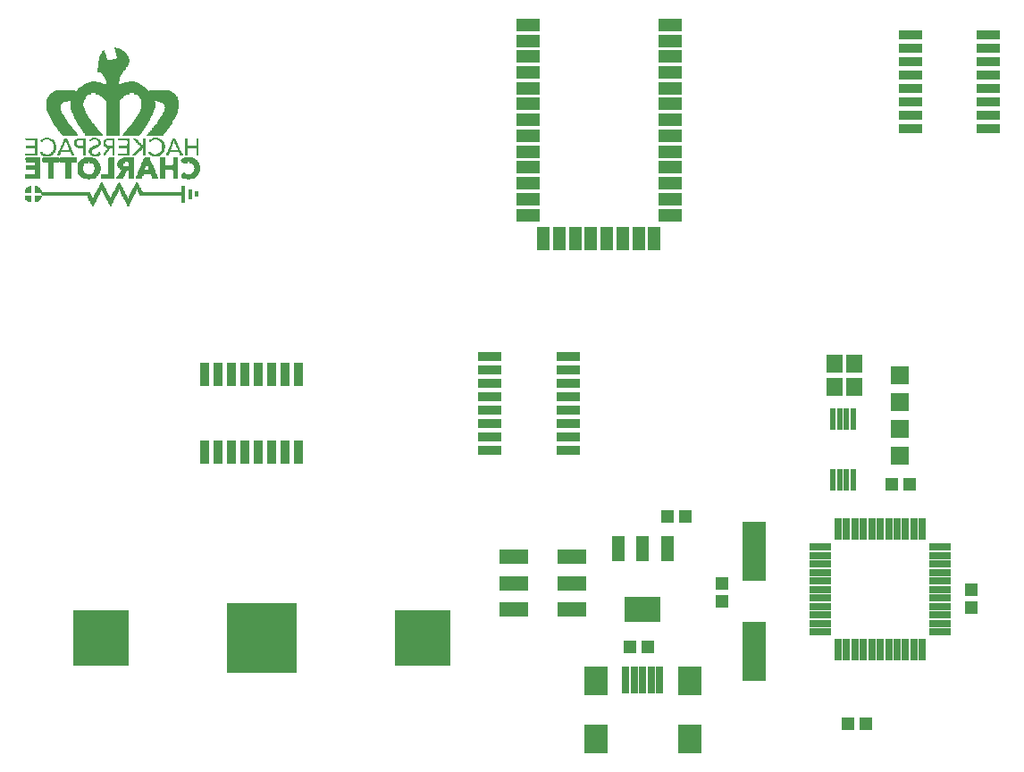
<source format=gbs>
G04 DipTrace 2.3.1.0*
%INwopr.gbs*%
%MOIN*%
%ADD12C,0.0014*%
%ADD45R,0.0868X0.2246*%
%ADD47R,0.136X0.0927*%
%ADD49R,0.0454X0.0927*%
%ADD51R,0.0671X0.0671*%
%ADD53R,0.0238X0.0789*%
%ADD55R,0.0277X0.0789*%
%ADD57R,0.0789X0.0277*%
%ADD59R,0.1065X0.0553*%
%ADD61R,0.0317X0.0868*%
%ADD63R,0.0868X0.0317*%
%ADD65R,0.0868X0.1065*%
%ADD67R,0.0277X0.0986*%
%ADD71R,0.0592X0.0671*%
%ADD73R,0.0474X0.0513*%
%ADD75R,0.0513X0.0474*%
%ADD77R,0.0474X0.0868*%
%ADD79R,0.0868X0.0474*%
%ADD81R,0.2639X0.2639*%
%ADD83R,0.2088X0.2088*%
%FSLAX44Y44*%
G04*
G70*
G90*
G75*
G01*
%LNBotMask*%
%LPD*%
D83*
X3063Y4814D3*
D81*
X9066D3*
D83*
X15070D3*
D79*
X24315Y27690D3*
Y27100D3*
Y26509D3*
Y25919D3*
Y25328D3*
Y24738D3*
Y24147D3*
Y23557D3*
Y22966D3*
Y22375D3*
Y21785D3*
Y21194D3*
Y20604D3*
D77*
X23725Y19718D3*
X23134D3*
X22543D3*
X21953D3*
X21362D3*
X20772D3*
X20181D3*
X19591D3*
D79*
X19000Y20604D3*
Y21194D3*
Y21785D3*
Y22375D3*
Y22966D3*
Y23557D3*
Y24147D3*
Y24738D3*
Y25328D3*
Y25919D3*
Y26509D3*
Y27100D3*
Y27690D3*
D75*
X33253Y10564D3*
X32584D3*
D73*
X35562Y5938D3*
Y6607D3*
D75*
X30937Y1625D3*
X31607D3*
D73*
X26245Y6866D3*
Y6197D3*
D75*
X24198Y9346D3*
X24867D3*
X23490Y4504D3*
X22820D3*
D67*
X23922Y3244D3*
X23607D3*
X23292D3*
X22977D3*
X22662D3*
D65*
X25044Y3205D3*
X21540D3*
X25044Y1039D3*
X21540D3*
D71*
X31187Y14188D3*
X30439D3*
X31188Y15062D3*
X30439D3*
D63*
X20500Y15312D3*
Y14812D3*
Y14312D3*
Y13812D3*
Y13312D3*
Y12812D3*
Y12312D3*
Y11812D3*
X17587D3*
Y12312D3*
Y12812D3*
Y13312D3*
Y13812D3*
Y14312D3*
Y14812D3*
Y15312D3*
X36187Y27313D3*
Y26813D3*
Y26313D3*
Y25813D3*
Y25313D3*
Y24813D3*
Y24313D3*
Y23813D3*
X33274D3*
Y24313D3*
Y24813D3*
Y25313D3*
Y25813D3*
Y26313D3*
Y26813D3*
Y27313D3*
D61*
X10437Y11750D3*
X9937D3*
X9437D3*
X8937D3*
X8437D3*
X7937D3*
X7437D3*
X6937D3*
Y14663D3*
X7437D3*
X7937D3*
X8437D3*
X8937D3*
X9437D3*
X9937D3*
X10437D3*
D59*
X20655Y7850D3*
Y6866D3*
Y5882D3*
X18489D3*
Y6866D3*
Y7850D3*
D57*
X34395Y8205D3*
Y7890D3*
Y7575D3*
Y7260D3*
Y6945D3*
Y6630D3*
Y6315D3*
Y6000D3*
Y5685D3*
Y5370D3*
Y5055D3*
D55*
X33725Y4386D3*
X33410D3*
X33095D3*
X32781D3*
X32466D3*
X32151D3*
X31836D3*
X31521D3*
X31206D3*
X30891D3*
X30576D3*
D57*
X29906Y5055D3*
Y5370D3*
Y5685D3*
Y6000D3*
Y6315D3*
Y6630D3*
Y6945D3*
Y7260D3*
Y7575D3*
Y7890D3*
Y8205D3*
D55*
X30576Y8874D3*
X30891D3*
X31206D3*
X31521D3*
X31836D3*
X32151D3*
X32466D3*
X32781D3*
X33095D3*
X33410D3*
X33725D3*
D53*
X30375Y13000D3*
X30631D3*
X30887D3*
X31143D3*
Y10717D3*
X30887D3*
X30631D3*
X30375D3*
D51*
X32878Y11626D3*
Y12626D3*
Y13626D3*
Y14626D3*
D49*
X22387Y8165D3*
X23292D3*
X24198D3*
D47*
X23292Y5882D3*
D45*
X27437Y4313D3*
Y8053D3*
X3575Y26864D2*
D12*
X3617D1*
X3575Y26849D2*
X3617D1*
X3603Y26835D2*
X3702D1*
X3603Y26821D2*
X3702D1*
X3603Y26807D2*
X3759D1*
X3603Y26793D2*
X3759D1*
X3603Y26779D2*
X3816D1*
X3603Y26764D2*
X3816D1*
X3164Y26750D2*
X3178D1*
X3603D2*
X3844D1*
X3153Y26736D2*
X3178D1*
X3604D2*
X3844D1*
X3141Y26722D2*
X3178D1*
X3607D2*
X3901D1*
X3129Y26708D2*
X3178D1*
X3614D2*
X3901D1*
X3119Y26694D2*
X3178D1*
X3622D2*
X3929D1*
X3113Y26679D2*
X3178D1*
X3628D2*
X3940D1*
X3109Y26665D2*
X3206D1*
X3634D2*
X3953D1*
X3108Y26651D2*
X3207D1*
X3642D2*
X3969D1*
X3079Y26637D2*
X3208D1*
X3650D2*
X3986D1*
X3074Y26623D2*
X3210D1*
X3655D2*
X4001D1*
X3067Y26609D2*
X3218D1*
X3658D2*
X4008D1*
X3060Y26594D2*
X3225D1*
X3659D2*
X4012D1*
X3055Y26580D2*
X3230D1*
X3660D2*
X4013D1*
X3053Y26566D2*
X3233D1*
X3688D2*
X4043D1*
X3051Y26552D2*
X3235D1*
X3688D2*
X4052D1*
X3051Y26538D2*
X3239D1*
X3688D2*
X4061D1*
X3051Y26523D2*
X3246D1*
X3688D2*
X4066D1*
X3022Y26509D2*
X3254D1*
X3688D2*
X4069D1*
X3022Y26495D2*
X3258D1*
X3688D2*
X4071D1*
X3022Y26481D2*
X3261D1*
X3688D2*
X4075D1*
X3022Y26467D2*
X3262D1*
X3688D2*
X4082D1*
X3022Y26453D2*
X3263D1*
X3660D2*
X4090D1*
X3022Y26438D2*
X3263D1*
X3660D2*
X4095D1*
X3022Y26424D2*
X3263D1*
X3518D2*
X4097D1*
X3021Y26410D2*
X3263D1*
X3518D2*
X4099D1*
X3019Y26396D2*
X3291D1*
X3419D2*
X4099D1*
X3011Y26382D2*
X3291D1*
X3419D2*
X4099D1*
X3003Y26368D2*
X4099D1*
X2998Y26353D2*
X4099D1*
X2996Y26339D2*
X4099D1*
X2995Y26325D2*
X4098D1*
X2994Y26311D2*
X4096D1*
X2994Y26297D2*
X4088D1*
X2994Y26283D2*
X4081D1*
X2994Y26268D2*
X4076D1*
X2994Y26254D2*
X4073D1*
X2993Y26240D2*
X4071D1*
X2990Y26226D2*
X4067D1*
X2983Y26212D2*
X4060D1*
X2975Y26198D2*
X4052D1*
X2970Y26183D2*
X4047D1*
X2967Y26169D2*
X4044D1*
X2966Y26155D2*
X4014D1*
X2966Y26141D2*
X4005D1*
X2966Y26127D2*
X3996D1*
X2966Y26112D2*
X3991D1*
X2937Y26098D2*
X3988D1*
X2937Y26084D2*
X3987D1*
X2937Y26070D2*
X3958D1*
X2937Y26056D2*
X3948D1*
X2937Y26042D2*
X3939D1*
X2937Y26027D2*
X3934D1*
X2937Y26013D2*
X3901D1*
X2937Y25999D2*
X3891D1*
X2937Y25985D2*
X3883D1*
X2937Y25971D2*
X3876D1*
X3079Y25957D2*
X3870D1*
X3079Y25942D2*
X3862D1*
X3107Y25928D2*
X3854D1*
X3108Y25914D2*
X3848D1*
X3111Y25900D2*
X3816D1*
X3119Y25886D2*
X3815D1*
X3131Y25872D2*
X3812D1*
X3142Y25857D2*
X3805D1*
X3152Y25843D2*
X3797D1*
X3158Y25829D2*
X3792D1*
X3162Y25815D2*
X3790D1*
X3163Y25801D2*
X3788D1*
X3192Y25786D2*
X3759D1*
X3202Y25772D2*
X3759D1*
X3210Y25758D2*
X3758D1*
X3216Y25744D2*
X3756D1*
X3219Y25730D2*
X3748D1*
X3249Y25716D2*
X3740D1*
X3249Y25701D2*
X3735D1*
X3249Y25687D2*
X3733D1*
X3250Y25673D2*
X3732D1*
X3252Y25659D2*
X3731D1*
X3260Y25645D2*
X3731D1*
X3268Y25631D2*
X3731D1*
X3273Y25616D2*
X3730D1*
X3275Y25602D2*
X3727D1*
X3276Y25588D2*
X3720D1*
X2710Y25574D2*
X2895D1*
X3277D2*
X3712D1*
X4114D2*
X4298D1*
X2710Y25560D2*
X2895D1*
X3277D2*
X3707D1*
X4114D2*
X4298D1*
X2597Y25546D2*
X3036D1*
X3277D2*
X3704D1*
X3943D2*
X4411D1*
X2597Y25531D2*
X3036D1*
X3277D2*
X3703D1*
X3943D2*
X4411D1*
X2512Y25517D2*
X3121D1*
X3277D2*
X3703D1*
X3858D2*
X4468D1*
X2512Y25503D2*
X3121D1*
X3277D2*
X3703D1*
X3858D2*
X4468D1*
X2455Y25489D2*
X3206D1*
X3306D2*
X3703D1*
X3802D2*
X4525D1*
X2455Y25475D2*
X3206D1*
X3306D2*
X3702D1*
X3802D2*
X4525D1*
X2427Y25460D2*
X4581D1*
X2427Y25446D2*
X4591D1*
X2370Y25432D2*
X4599D1*
X2370Y25418D2*
X4605D1*
X2342Y25404D2*
X4666D1*
X2332Y25390D2*
X4676D1*
X2324Y25375D2*
X4684D1*
X2318Y25361D2*
X4690D1*
X2257Y25347D2*
X4723D1*
X2257Y25333D2*
X4733D1*
X2228Y25319D2*
X4741D1*
X2219Y25305D2*
X4747D1*
X2209Y25290D2*
X4780D1*
X2200Y25276D2*
X4794D1*
X1491Y25262D2*
X1959D1*
X2188D2*
X4810D1*
X5049D2*
X5517D1*
X1378Y25248D2*
X2044D1*
X2171D2*
X4828D1*
X4879D2*
X5602D1*
X1378Y25234D2*
X2105D1*
X2146D2*
X4846D1*
X4866D2*
X5602D1*
X1321Y25220D2*
X5673D1*
X1321Y25205D2*
X5673D1*
X1279Y25191D2*
X5729D1*
X1279Y25177D2*
X5729D1*
X1222Y25163D2*
X2668D1*
X2880D2*
X4099D1*
X4312D2*
X5758D1*
X1212Y25149D2*
X2668D1*
X2880D2*
X4099D1*
X4312D2*
X5767D1*
X1204Y25135D2*
X2611D1*
X2965D2*
X4014D1*
X4397D2*
X5776D1*
X1198Y25120D2*
X2611D1*
X2965D2*
X4005D1*
X4397D2*
X5782D1*
X1165Y25106D2*
X2554D1*
X3022D2*
X3996D1*
X4454D2*
X5814D1*
X1156Y25092D2*
X2554D1*
X3022D2*
X3990D1*
X4454D2*
X5825D1*
X1147Y25078D2*
X2526D1*
X3051D2*
X3929D1*
X4482D2*
X5837D1*
X1142Y25064D2*
X2515D1*
X3051D2*
X3929D1*
X4492D2*
X5849D1*
X1139Y25049D2*
X2503D1*
X3107D2*
X3901D1*
X4500D2*
X5859D1*
X1138Y25035D2*
X2491D1*
X3118D2*
X3891D1*
X4506D2*
X5866D1*
X1109Y25021D2*
X2481D1*
X3130D2*
X3883D1*
X4508D2*
X5899D1*
X1099Y25007D2*
X2475D1*
X3142D2*
X3877D1*
X4510D2*
X5900D1*
X1091Y24993D2*
X2472D1*
X3152D2*
X3816D1*
X4539D2*
X5903D1*
X1085Y24979D2*
X2470D1*
X3159D2*
X3806D1*
X4548D2*
X5911D1*
X1083Y24964D2*
X2441D1*
X3192D2*
X3798D1*
X4557D2*
X5918D1*
X1081Y24950D2*
X2440D1*
X3202D2*
X3792D1*
X4562D2*
X5923D1*
X1081Y24936D2*
X2438D1*
X3210D2*
X3790D1*
X4565D2*
X5926D1*
X1081Y24922D2*
X2430D1*
X3216D2*
X3788D1*
X4567D2*
X5927D1*
X1052Y24908D2*
X2422D1*
X3249D2*
X3759D1*
X4571D2*
X5927D1*
X1052Y24894D2*
X2417D1*
X3259D2*
X3749D1*
X4578D2*
X5928D1*
X1052Y24879D2*
X1817D1*
X1973D2*
X2415D1*
X3267D2*
X3741D1*
X4586D2*
X5035D1*
X5191D2*
X5956D1*
X1052Y24865D2*
X1817D1*
X1973D2*
X2414D1*
X3272D2*
X3736D1*
X4591D2*
X5035D1*
X5191D2*
X5956D1*
X1052Y24851D2*
X1676D1*
X1945D2*
X2413D1*
X3275D2*
X3733D1*
X4593D2*
X5035D1*
X5260D2*
X5956D1*
X1052Y24837D2*
X1662D1*
X1945D2*
X2413D1*
X3276D2*
X3732D1*
X4595D2*
X5035D1*
X5309D2*
X5956D1*
X1052Y24823D2*
X1646D1*
X1945D2*
X2384D1*
X3277D2*
X3731D1*
X4595D2*
X5035D1*
X5345D2*
X5956D1*
X1052Y24809D2*
X1633D1*
X1945D2*
X2384D1*
X3277D2*
X3731D1*
X4595D2*
X5063D1*
X5371D2*
X5956D1*
X1052Y24794D2*
X1625D1*
X1945D2*
X2384D1*
X3277D2*
X3731D1*
X4595D2*
X5063D1*
X5381D2*
X5956D1*
X1052Y24780D2*
X1591D1*
X1945D2*
X2384D1*
X3277D2*
X3731D1*
X4595D2*
X5063D1*
X5417D2*
X5956D1*
X1052Y24766D2*
X1581D1*
X1945D2*
X2384D1*
X3277D2*
X3731D1*
X4595D2*
X5063D1*
X5419D2*
X5956D1*
X1052Y24752D2*
X1572D1*
X1945D2*
X2384D1*
X3277D2*
X3731D1*
X4595D2*
X5063D1*
X5421D2*
X5956D1*
X1052Y24738D2*
X1566D1*
X1945D2*
X2384D1*
X3277D2*
X3731D1*
X4595D2*
X5063D1*
X5429D2*
X5956D1*
X1052Y24723D2*
X1560D1*
X1945D2*
X2384D1*
X3277D2*
X3731D1*
X4595D2*
X5063D1*
X5436D2*
X5956D1*
X1052Y24709D2*
X1552D1*
X1945D2*
X2384D1*
X3277D2*
X3731D1*
X4595D2*
X5063D1*
X5441D2*
X5956D1*
X1052Y24695D2*
X1544D1*
X1945D2*
X2384D1*
X3277D2*
X3731D1*
X4595D2*
X5063D1*
X5444D2*
X5956D1*
X1052Y24681D2*
X1539D1*
X1945D2*
X2384D1*
X3277D2*
X3731D1*
X4595D2*
X5063D1*
X5446D2*
X5956D1*
X1052Y24667D2*
X1536D1*
X1945D2*
X2413D1*
X3277D2*
X3731D1*
X4595D2*
X5063D1*
X5450D2*
X5956D1*
X1052Y24653D2*
X1535D1*
X1945D2*
X2413D1*
X3277D2*
X3731D1*
X4594D2*
X5063D1*
X5457D2*
X5956D1*
X1052Y24638D2*
X1534D1*
X1945D2*
X2413D1*
X3277D2*
X3731D1*
X4592D2*
X5063D1*
X5464D2*
X5956D1*
X1052Y24624D2*
X1534D1*
X1945D2*
X2414D1*
X3277D2*
X3731D1*
X4584D2*
X5063D1*
X5470D2*
X5956D1*
X1052Y24610D2*
X1534D1*
X1945D2*
X2416D1*
X3277D2*
X3731D1*
X4577D2*
X5035D1*
X5469D2*
X5956D1*
X1052Y24596D2*
X1535D1*
X1945D2*
X2424D1*
X3277D2*
X3731D1*
X4572D2*
X5035D1*
X5462D2*
X5956D1*
X1052Y24582D2*
X1537D1*
X1945D2*
X2431D1*
X3277D2*
X3731D1*
X4569D2*
X5035D1*
X5455D2*
X5928D1*
X1052Y24568D2*
X1545D1*
X1945D2*
X2436D1*
X3277D2*
X3731D1*
X4567D2*
X5034D1*
X5450D2*
X5928D1*
X1052Y24553D2*
X1553D1*
X1973D2*
X2439D1*
X3277D2*
X3731D1*
X4563D2*
X5031D1*
X5448D2*
X5928D1*
X1052Y24539D2*
X1558D1*
X1973D2*
X2440D1*
X3277D2*
X3731D1*
X4556D2*
X5024D1*
X5447D2*
X5927D1*
X1080Y24525D2*
X1560D1*
X1973D2*
X2441D1*
X3277D2*
X3731D1*
X4548D2*
X5016D1*
X5446D2*
X5924D1*
X1080Y24511D2*
X1562D1*
X1974D2*
X2441D1*
X3277D2*
X3731D1*
X4543D2*
X5011D1*
X5445D2*
X5916D1*
X1081Y24497D2*
X1562D1*
X1977D2*
X2469D1*
X3277D2*
X3731D1*
X4541D2*
X5008D1*
X5441D2*
X5909D1*
X1082Y24483D2*
X1563D1*
X1985D2*
X2469D1*
X3277D2*
X3731D1*
X4539D2*
X5006D1*
X5434D2*
X5904D1*
X1084Y24468D2*
X1567D1*
X1992D2*
X2470D1*
X3277D2*
X3731D1*
X4539D2*
X5002D1*
X5427D2*
X5901D1*
X1092Y24454D2*
X1574D1*
X1997D2*
X2471D1*
X3277D2*
X3731D1*
X4539D2*
X4995D1*
X5422D2*
X5900D1*
X1099Y24440D2*
X1581D1*
X2000D2*
X2473D1*
X3277D2*
X3731D1*
X4510D2*
X4988D1*
X5419D2*
X5900D1*
X1104Y24426D2*
X1586D1*
X2001D2*
X2482D1*
X3277D2*
X3731D1*
X4509D2*
X4983D1*
X5418D2*
X5899D1*
X1107Y24412D2*
X1589D1*
X2030D2*
X2493D1*
X3277D2*
X3731D1*
X4507D2*
X4980D1*
X5389D2*
X5871D1*
X1108Y24398D2*
X1590D1*
X2030D2*
X2505D1*
X3277D2*
X3731D1*
X4499D2*
X4979D1*
X5388D2*
X5871D1*
X1137Y24383D2*
X1619D1*
X2031D2*
X2515D1*
X3277D2*
X3731D1*
X4492D2*
X4978D1*
X5386D2*
X5870D1*
X1142Y24369D2*
X1623D1*
X2033D2*
X2521D1*
X3277D2*
X3731D1*
X4486D2*
X4978D1*
X5378D2*
X5868D1*
X1149Y24355D2*
X1630D1*
X2041D2*
X2524D1*
X3277D2*
X3731D1*
X4454D2*
X4950D1*
X5370D2*
X5860D1*
X1156Y24341D2*
X1638D1*
X2049D2*
X2554D1*
X3277D2*
X3731D1*
X4449D2*
X4945D1*
X5365D2*
X5852D1*
X1161Y24327D2*
X1643D1*
X2055D2*
X2556D1*
X3277D2*
X3731D1*
X4442D2*
X4938D1*
X5363D2*
X5846D1*
X1163Y24312D2*
X1676D1*
X2061D2*
X2558D1*
X3277D2*
X3731D1*
X4435D2*
X4931D1*
X5332D2*
X5840D1*
X1165Y24298D2*
X1677D1*
X2069D2*
X2566D1*
X3277D2*
X3731D1*
X4430D2*
X4926D1*
X5323D2*
X5832D1*
X1194Y24284D2*
X1679D1*
X2077D2*
X2573D1*
X3277D2*
X3731D1*
X4427D2*
X4923D1*
X5314D2*
X5824D1*
X1195Y24270D2*
X1687D1*
X2082D2*
X2578D1*
X3277D2*
X3731D1*
X4426D2*
X4922D1*
X5308D2*
X5819D1*
X1197Y24256D2*
X1694D1*
X2085D2*
X2581D1*
X3277D2*
X3731D1*
X4397D2*
X4893D1*
X5301D2*
X5816D1*
X1205Y24242D2*
X1699D1*
X2086D2*
X2582D1*
X3277D2*
X3731D1*
X4387D2*
X4892D1*
X5293D2*
X5815D1*
X1213Y24227D2*
X1702D1*
X2115D2*
X2611D1*
X3277D2*
X3731D1*
X4379D2*
X4890D1*
X5286D2*
X5786D1*
X1219Y24213D2*
X1703D1*
X2116D2*
X2621D1*
X3277D2*
X3731D1*
X4372D2*
X4882D1*
X5280D2*
X5776D1*
X1225Y24199D2*
X1732D1*
X2119D2*
X2629D1*
X3277D2*
X3731D1*
X4366D2*
X4874D1*
X5278D2*
X5768D1*
X1233Y24185D2*
X1742D1*
X2126D2*
X2635D1*
X3277D2*
X3731D1*
X4358D2*
X4869D1*
X5276D2*
X5762D1*
X1241Y24171D2*
X1751D1*
X2134D2*
X2637D1*
X3277D2*
X3731D1*
X4350D2*
X4867D1*
X5247D2*
X5760D1*
X1246Y24157D2*
X1757D1*
X2139D2*
X2639D1*
X3277D2*
X3731D1*
X4344D2*
X4865D1*
X5238D2*
X5758D1*
X1248Y24142D2*
X1763D1*
X2141D2*
X2668D1*
X3277D2*
X3731D1*
X4312D2*
X4836D1*
X5229D2*
X5729D1*
X1250Y24128D2*
X1771D1*
X2143D2*
X2679D1*
X3277D2*
X3731D1*
X4311D2*
X4835D1*
X5224D2*
X5728D1*
X1279Y24114D2*
X1779D1*
X2172D2*
X2691D1*
X3277D2*
X3731D1*
X4308D2*
X4833D1*
X5221D2*
X5726D1*
X1279Y24100D2*
X1785D1*
X2173D2*
X2703D1*
X3277D2*
X3731D1*
X4301D2*
X4825D1*
X5220D2*
X5718D1*
X1281Y24086D2*
X1817D1*
X2175D2*
X2713D1*
X3277D2*
X3731D1*
X4293D2*
X4818D1*
X5191D2*
X5711D1*
X1286Y24072D2*
X1819D1*
X2184D2*
X2719D1*
X3277D2*
X3731D1*
X4288D2*
X4812D1*
X5181D2*
X5706D1*
X1293Y24057D2*
X1821D1*
X2195D2*
X2722D1*
X3277D2*
X3731D1*
X4255D2*
X4805D1*
X5173D2*
X5703D1*
X1302Y24043D2*
X1829D1*
X2207D2*
X2724D1*
X3277D2*
X3731D1*
X4254D2*
X4797D1*
X5167D2*
X5702D1*
X1311Y24029D2*
X1836D1*
X2217D2*
X2753D1*
X3277D2*
X3731D1*
X4252D2*
X4789D1*
X5164D2*
X5673D1*
X1317Y24015D2*
X1842D1*
X2223D2*
X2763D1*
X3277D2*
X3731D1*
X4244D2*
X4784D1*
X5163D2*
X5668D1*
X1324Y24001D2*
X1874D1*
X2226D2*
X2771D1*
X3277D2*
X3731D1*
X4236D2*
X4751D1*
X5134D2*
X5663D1*
X1332Y23986D2*
X1884D1*
X2228D2*
X2777D1*
X3277D2*
X3731D1*
X4231D2*
X4750D1*
X5123D2*
X5661D1*
X1340Y23972D2*
X1892D1*
X2257D2*
X2810D1*
X3277D2*
X3731D1*
X4199D2*
X4748D1*
X5111D2*
X5659D1*
X1345Y23958D2*
X1899D1*
X2258D2*
X2811D1*
X3277D2*
X3731D1*
X4188D2*
X4740D1*
X5099D2*
X5659D1*
X1378Y23944D2*
X1906D1*
X2261D2*
X2813D1*
X3277D2*
X3731D1*
X4176D2*
X4733D1*
X5089D2*
X5630D1*
X1382Y23930D2*
X1918D1*
X2273D2*
X2825D1*
X3277D2*
X3731D1*
X4164D2*
X4728D1*
X5082D2*
X5620D1*
X1389Y23916D2*
X1934D1*
X2287D2*
X2841D1*
X3277D2*
X3731D1*
X4153D2*
X4725D1*
X5049D2*
X5612D1*
X1397Y23901D2*
X1950D1*
X2299D2*
X2857D1*
X3277D2*
X3731D1*
X4147D2*
X4695D1*
X5045D2*
X5607D1*
X1402Y23887D2*
X1964D1*
X2308D2*
X2872D1*
X3277D2*
X3731D1*
X4144D2*
X4685D1*
X5038D2*
X5604D1*
X1435Y23873D2*
X1975D1*
X2315D2*
X2887D1*
X3277D2*
X3731D1*
X4114D2*
X4676D1*
X5030D2*
X5573D1*
X1444Y23859D2*
X1982D1*
X2324D2*
X2900D1*
X3277D2*
X3731D1*
X4104D2*
X4670D1*
X5025D2*
X5563D1*
X1453Y23845D2*
X1985D1*
X2332D2*
X2911D1*
X3277D2*
X3731D1*
X4095D2*
X4664D1*
X4992D2*
X5551D1*
X1459Y23831D2*
X1987D1*
X2338D2*
X2917D1*
X3277D2*
X3731D1*
X4089D2*
X4656D1*
X4983D2*
X5538D1*
X1466Y23816D2*
X2016D1*
X2370D2*
X2921D1*
X3277D2*
X3731D1*
X4057D2*
X4648D1*
X4974D2*
X5528D1*
X1474Y23802D2*
X2026D1*
X2371D2*
X2922D1*
X3277D2*
X3731D1*
X4047D2*
X4642D1*
X4969D2*
X5522D1*
X1482Y23788D2*
X2034D1*
X2374D2*
X2951D1*
X3277D2*
X3731D1*
X4039D2*
X4610D1*
X4966D2*
X5519D1*
X1487Y23774D2*
X2040D1*
X2382D2*
X2961D1*
X3277D2*
X3731D1*
X4033D2*
X4608D1*
X4965D2*
X5517D1*
X1520Y23760D2*
X2073D1*
X2394D2*
X2970D1*
X3277D2*
X3731D1*
X4000D2*
X4606D1*
X4936D2*
X5488D1*
X1529Y23746D2*
X2082D1*
X2405D2*
X2975D1*
X3277D2*
X3731D1*
X3999D2*
X4598D1*
X4925D2*
X5479D1*
X1538Y23731D2*
X2091D1*
X2415D2*
X3008D1*
X3277D2*
X3731D1*
X3997D2*
X4591D1*
X4913D2*
X5470D1*
X1543Y23717D2*
X2097D1*
X2421D2*
X3019D1*
X3277D2*
X3731D1*
X3988D2*
X4585D1*
X4901D2*
X5464D1*
X1546Y23703D2*
X2129D1*
X2425D2*
X3031D1*
X3277D2*
X3731D1*
X3977D2*
X4553D1*
X4890D2*
X5432D1*
X1547Y23689D2*
X2130D1*
X2426D2*
X3043D1*
X3277D2*
X3731D1*
X3965D2*
X4552D1*
X4884D2*
X5421D1*
X1576Y23675D2*
X2133D1*
X2455D2*
X3053D1*
X3277D2*
X3731D1*
X3955D2*
X4549D1*
X4851D2*
X5409D1*
X1586Y23660D2*
X2142D1*
X2465D2*
X3060D1*
X3277D2*
X3731D1*
X3948D2*
X4542D1*
X4841D2*
X5397D1*
X1595Y23646D2*
X2153D1*
X2473D2*
X3093D1*
X3277D2*
X3731D1*
X3915D2*
X4534D1*
X4832D2*
X5387D1*
X1601Y23632D2*
X2164D1*
X2479D2*
X3103D1*
X3277D2*
X3731D1*
X3905D2*
X4529D1*
X4827D2*
X5380D1*
X1633Y23618D2*
X2174D1*
X2482D2*
X3111D1*
X3277D2*
X3731D1*
X3897D2*
X4496D1*
X4824D2*
X5377D1*
X1643Y23604D2*
X2181D1*
X2483D2*
X3117D1*
X3277D2*
X3731D1*
X3892D2*
X4496D1*
X4823D2*
X5376D1*
X1653Y23590D2*
X2184D1*
X2512D2*
X3119D1*
X3277D2*
X3731D1*
X3889D2*
X4496D1*
X4794D2*
X5347D1*
X1662Y23575D2*
X2186D1*
X2512D2*
X3121D1*
X3277D2*
X3731D1*
X3887D2*
X4496D1*
X4794D2*
X5347D1*
X967Y23476D2*
X1123D1*
X2739D2*
X2895D1*
X5021D2*
X5176D1*
X967Y23462D2*
X1123D1*
X2720D2*
X2918D1*
X5021D2*
X5176D1*
X258Y23448D2*
X669D1*
X917D2*
X1172D1*
X1718D2*
X1789D1*
X2172D2*
X2469D1*
X2698D2*
X2942D1*
X3277D2*
X3561D1*
X3717D2*
X4128D1*
X4284D2*
X4354D1*
X4652D2*
X4723D1*
X4971D2*
X5225D1*
X5743D2*
X5814D1*
X6225D2*
X6268D1*
X6651D2*
X6693D1*
X273Y23434D2*
X669D1*
X881D2*
X953D1*
X1137D2*
X1210D1*
X1705D2*
X1789D1*
X2154D2*
X2469D1*
X2678D2*
X2753D1*
X2913D2*
X2963D1*
X3247D2*
X3561D1*
X3717D2*
X4128D1*
X4297D2*
X4372D1*
X4652D2*
X4723D1*
X4934D2*
X5006D1*
X5191D2*
X5264D1*
X5743D2*
X5827D1*
X6225D2*
X6268D1*
X6651D2*
X6693D1*
X287Y23420D2*
X669D1*
X856D2*
X953D1*
X1137D2*
X1225D1*
X1696D2*
X1789D1*
X2139D2*
X2469D1*
X2663D2*
X2753D1*
X2920D2*
X2972D1*
X3223D2*
X3561D1*
X3717D2*
X4128D1*
X4306D2*
X4387D1*
X4652D2*
X4723D1*
X4910D2*
X5006D1*
X5191D2*
X5279D1*
X5742D2*
X5837D1*
X6225D2*
X6268D1*
X6651D2*
X6693D1*
X627Y23405D2*
X669D1*
X839D2*
X896D1*
X1194D2*
X1279D1*
X1688D2*
X1817D1*
X2128D2*
X2181D1*
X2427D2*
X2469D1*
X2657D2*
X2696D1*
X2928D2*
X3008D1*
X3205D2*
X3259D1*
X3518D2*
X3561D1*
X4057D2*
X4128D1*
X4340D2*
X4399D1*
X4652D2*
X4723D1*
X4891D2*
X4950D1*
X5247D2*
X5318D1*
X5740D2*
X5844D1*
X6225D2*
X6268D1*
X6651D2*
X6693D1*
X627Y23391D2*
X669D1*
X825D2*
X896D1*
X1194D2*
X1289D1*
X1680D2*
X1819D1*
X2120D2*
X2173D1*
X2427D2*
X2469D1*
X2654D2*
X2696D1*
X2933D2*
X3018D1*
X3198D2*
X3252D1*
X3518D2*
X3561D1*
X4057D2*
X4128D1*
X4351D2*
X4406D1*
X4652D2*
X4723D1*
X4885D2*
X4940D1*
X5247D2*
X5328D1*
X5732D2*
X5853D1*
X6225D2*
X6268D1*
X6651D2*
X6693D1*
X627Y23377D2*
X669D1*
X840D2*
X868D1*
X1251D2*
X1297D1*
X1672D2*
X1732D1*
X1775D2*
X1821D1*
X2087D2*
X2162D1*
X2427D2*
X2469D1*
X2965D2*
X3026D1*
X3164D2*
X3244D1*
X3518D2*
X3561D1*
X4085D2*
X4128D1*
X4363D2*
X4439D1*
X4652D2*
X4723D1*
X4881D2*
X4930D1*
X5276D2*
X5336D1*
X5725D2*
X5758D1*
X5828D2*
X5861D1*
X6225D2*
X6268D1*
X6651D2*
X6693D1*
X627Y23363D2*
X669D1*
X854D2*
X868D1*
X1251D2*
X1302D1*
X1666D2*
X1732D1*
X1776D2*
X1829D1*
X2087D2*
X2151D1*
X2427D2*
X2469D1*
X2967D2*
X3031D1*
X3164D2*
X3238D1*
X3518D2*
X3561D1*
X4085D2*
X4128D1*
X4375D2*
X4450D1*
X4652D2*
X4723D1*
X4879D2*
X4921D1*
X5286D2*
X5342D1*
X5720D2*
X5758D1*
X5828D2*
X5866D1*
X6225D2*
X6268D1*
X6651D2*
X6693D1*
X627Y23349D2*
X669D1*
X1279D2*
X1305D1*
X1663D2*
X1704D1*
X1778D2*
X1836D1*
X2087D2*
X2141D1*
X2427D2*
X2469D1*
X2969D2*
X3034D1*
X3164D2*
X3232D1*
X3518D2*
X3561D1*
X4085D2*
X4128D1*
X4385D2*
X4462D1*
X4652D2*
X4723D1*
X5299D2*
X5375D1*
X5717D2*
X5758D1*
X5828D2*
X5869D1*
X6225D2*
X6268D1*
X6651D2*
X6693D1*
X627Y23335D2*
X669D1*
X1279D2*
X1306D1*
X1661D2*
X1703D1*
X1786D2*
X1841D1*
X2087D2*
X2135D1*
X2427D2*
X2469D1*
X2977D2*
X3036D1*
X3164D2*
X3224D1*
X3518D2*
X3561D1*
X4085D2*
X4128D1*
X4392D2*
X4475D1*
X4652D2*
X4723D1*
X5311D2*
X5385D1*
X5716D2*
X5758D1*
X5828D2*
X5870D1*
X6225D2*
X6268D1*
X6651D2*
X6693D1*
X627Y23320D2*
X669D1*
X1281D2*
X1336D1*
X1657D2*
X1701D1*
X1794D2*
X1844D1*
X2087D2*
X2132D1*
X2427D2*
X2469D1*
X2984D2*
X3036D1*
X3164D2*
X3216D1*
X3518D2*
X3561D1*
X4085D2*
X4128D1*
X4425D2*
X4485D1*
X4652D2*
X4723D1*
X5321D2*
X5393D1*
X5687D2*
X5758D1*
X5828D2*
X5871D1*
X6225D2*
X6268D1*
X6651D2*
X6693D1*
X627Y23306D2*
X669D1*
X1285D2*
X1337D1*
X1650D2*
X1693D1*
X1799D2*
X1845D1*
X2087D2*
X2130D1*
X2427D2*
X2469D1*
X2990D2*
X3036D1*
X3164D2*
X3211D1*
X3518D2*
X3561D1*
X4085D2*
X4128D1*
X4435D2*
X4491D1*
X4652D2*
X4723D1*
X5327D2*
X5398D1*
X5686D2*
X5758D1*
X5828D2*
X5871D1*
X6225D2*
X6268D1*
X6651D2*
X6693D1*
X627Y23292D2*
X669D1*
X1288D2*
X1339D1*
X1643D2*
X1685D1*
X1801D2*
X1845D1*
X2087D2*
X2130D1*
X2427D2*
X2469D1*
X2989D2*
X3036D1*
X3164D2*
X3211D1*
X3518D2*
X3561D1*
X4085D2*
X4128D1*
X4444D2*
X4525D1*
X4652D2*
X4723D1*
X5330D2*
X5401D1*
X5684D2*
X5729D1*
X5857D2*
X5899D1*
X6225D2*
X6268D1*
X6651D2*
X6693D1*
X627Y23278D2*
X669D1*
X1292D2*
X1347D1*
X1638D2*
X1680D1*
X1803D2*
X1846D1*
X2087D2*
X2130D1*
X2427D2*
X2469D1*
X2982D2*
X3035D1*
X3164D2*
X3218D1*
X3518D2*
X3561D1*
X4085D2*
X4128D1*
X4449D2*
X4534D1*
X4652D2*
X4723D1*
X5332D2*
X5404D1*
X5681D2*
X5728D1*
X5858D2*
X5900D1*
X6225D2*
X6268D1*
X6651D2*
X6693D1*
X627Y23264D2*
X669D1*
X1297D2*
X1354D1*
X1635D2*
X1678D1*
X1832D2*
X1874D1*
X2087D2*
X2133D1*
X2427D2*
X2469D1*
X2975D2*
X3033D1*
X3164D2*
X3225D1*
X3518D2*
X3561D1*
X4057D2*
X4128D1*
X4510D2*
X4543D1*
X4652D2*
X4723D1*
X5361D2*
X5408D1*
X5677D2*
X5726D1*
X5860D2*
X5903D1*
X6225D2*
X6268D1*
X6651D2*
X6693D1*
X627Y23249D2*
X669D1*
X1304D2*
X1359D1*
X1634D2*
X1677D1*
X1832D2*
X1875D1*
X2087D2*
X2142D1*
X2427D2*
X2469D1*
X2970D2*
X3025D1*
X3164D2*
X3230D1*
X3518D2*
X3561D1*
X4057D2*
X4128D1*
X4510D2*
X4549D1*
X4652D2*
X4723D1*
X5361D2*
X5415D1*
X5675D2*
X5718D1*
X5868D2*
X5911D1*
X6225D2*
X6268D1*
X6651D2*
X6693D1*
X627Y23235D2*
X669D1*
X1312D2*
X1362D1*
X1605D2*
X1676D1*
X1832D2*
X1878D1*
X2087D2*
X2153D1*
X2427D2*
X2469D1*
X2937D2*
X3018D1*
X3192D2*
X3233D1*
X3518D2*
X3561D1*
X4085D2*
X4128D1*
X4539D2*
X4581D1*
X4652D2*
X4723D1*
X5361D2*
X5422D1*
X5673D2*
X5711D1*
X5876D2*
X5918D1*
X6225D2*
X6268D1*
X6651D2*
X6693D1*
X627Y23221D2*
X669D1*
X1317D2*
X1363D1*
X1604D2*
X1676D1*
X1833D2*
X1885D1*
X2087D2*
X2164D1*
X2427D2*
X2469D1*
X2937D2*
X3012D1*
X3192D2*
X3234D1*
X3518D2*
X3561D1*
X4085D2*
X4128D1*
X4548D2*
X4592D1*
X4651D2*
X4723D1*
X5361D2*
X5427D1*
X5672D2*
X5706D1*
X5881D2*
X5923D1*
X6225D2*
X6268D1*
X6651D2*
X6693D1*
X627Y23207D2*
X669D1*
X1319D2*
X1364D1*
X1601D2*
X1647D1*
X1835D2*
X1893D1*
X2115D2*
X2174D1*
X2427D2*
X2469D1*
X2880D2*
X2980D1*
X3192D2*
X3291D1*
X3518D2*
X3561D1*
X4057D2*
X4128D1*
X4557D2*
X4605D1*
X4648D2*
X4723D1*
X5361D2*
X5430D1*
X5668D2*
X5703D1*
X5883D2*
X5926D1*
X6225D2*
X6268D1*
X6651D2*
X6693D1*
X627Y23193D2*
X669D1*
X1321D2*
X1364D1*
X1594D2*
X1646D1*
X1843D2*
X1898D1*
X2125D2*
X2181D1*
X2427D2*
X2469D1*
X2880D2*
X2970D1*
X3192D2*
X3291D1*
X3518D2*
X3561D1*
X4057D2*
X4128D1*
X4563D2*
X4620D1*
X4637D2*
X4723D1*
X5361D2*
X5431D1*
X5661D2*
X5702D1*
X5884D2*
X5927D1*
X6225D2*
X6268D1*
X6651D2*
X6693D1*
X287Y23179D2*
X669D1*
X1321D2*
X1364D1*
X1586D2*
X1644D1*
X1850D2*
X1900D1*
X2133D2*
X2469D1*
X2795D2*
X2961D1*
X3249D2*
X3561D1*
X3745D2*
X4128D1*
X4562D2*
X4723D1*
X5361D2*
X5431D1*
X5654D2*
X5673D1*
X5885D2*
X5956D1*
X6225D2*
X6693D1*
X287Y23164D2*
X669D1*
X1321D2*
X1364D1*
X1581D2*
X1636D1*
X1856D2*
X1902D1*
X2139D2*
X2469D1*
X2795D2*
X2956D1*
X3259D2*
X3561D1*
X3745D2*
X4128D1*
X4555D2*
X4723D1*
X5361D2*
X5432D1*
X5648D2*
X5673D1*
X5885D2*
X5957D1*
X6225D2*
X6693D1*
X287Y23150D2*
X669D1*
X1321D2*
X1364D1*
X1578D2*
X1629D1*
X1863D2*
X1902D1*
X2200D2*
X2469D1*
X2739D2*
X2895D1*
X3267D2*
X3561D1*
X3745D2*
X4128D1*
X4548D2*
X4605D1*
X4652D2*
X4723D1*
X5361D2*
X5432D1*
X5641D2*
X5673D1*
X5914D2*
X5959D1*
X6225D2*
X6693D1*
X287Y23136D2*
X669D1*
X1321D2*
X1364D1*
X1577D2*
X1624D1*
X1871D2*
X1902D1*
X2200D2*
X2469D1*
X2739D2*
X2895D1*
X3273D2*
X3561D1*
X3745D2*
X4128D1*
X4543D2*
X4598D1*
X4652D2*
X4723D1*
X5361D2*
X5432D1*
X5633D2*
X5672D1*
X5915D2*
X5967D1*
X6225D2*
X6693D1*
X627Y23122D2*
X669D1*
X1321D2*
X1364D1*
X1577D2*
X1621D1*
X1878D2*
X1931D1*
X2427D2*
X2469D1*
X2682D2*
X2810D1*
X3334D2*
X3376D1*
X3518D2*
X3561D1*
X4057D2*
X4128D1*
X4510D2*
X4591D1*
X4680D2*
X4723D1*
X5361D2*
X5431D1*
X5626D2*
X5670D1*
X5917D2*
X5975D1*
X6225D2*
X6268D1*
X6651D2*
X6693D1*
X627Y23108D2*
X669D1*
X1320D2*
X1364D1*
X1577D2*
X1620D1*
X1884D2*
X1932D1*
X2427D2*
X2469D1*
X2672D2*
X2810D1*
X3324D2*
X3375D1*
X3518D2*
X3561D1*
X4057D2*
X4128D1*
X4501D2*
X4586D1*
X4680D2*
X4723D1*
X5361D2*
X5431D1*
X5621D2*
X5667D1*
X5925D2*
X5980D1*
X6225D2*
X6268D1*
X6651D2*
X6693D1*
X627Y23094D2*
X669D1*
X1318D2*
X1364D1*
X1548D2*
X1591D1*
X1886D2*
X1934D1*
X2427D2*
X2469D1*
X2664D2*
X2753D1*
X3316D2*
X3373D1*
X3518D2*
X3561D1*
X4057D2*
X4128D1*
X4492D2*
X4583D1*
X4652D2*
X4723D1*
X5361D2*
X5428D1*
X5618D2*
X5663D1*
X5932D2*
X5982D1*
X6225D2*
X6268D1*
X6651D2*
X6693D1*
X627Y23079D2*
X669D1*
X1310D2*
X1364D1*
X1547D2*
X1591D1*
X1887D2*
X1942D1*
X2427D2*
X2469D1*
X2659D2*
X2753D1*
X3310D2*
X3365D1*
X3518D2*
X3561D1*
X4057D2*
X4128D1*
X4486D2*
X4582D1*
X4652D2*
X4723D1*
X5361D2*
X5420D1*
X5617D2*
X5661D1*
X5937D2*
X5984D1*
X6225D2*
X6268D1*
X6651D2*
X6693D1*
X627Y23065D2*
X669D1*
X1303D2*
X1364D1*
X1545D2*
X1591D1*
X1888D2*
X1950D1*
X2427D2*
X2469D1*
X2656D2*
X2725D1*
X3308D2*
X3358D1*
X3518D2*
X3561D1*
X4057D2*
X4128D1*
X4454D2*
X4553D1*
X4652D2*
X4723D1*
X5361D2*
X5413D1*
X5588D2*
X5659D1*
X5940D2*
X5984D1*
X6225D2*
X6268D1*
X6651D2*
X6693D1*
X627Y23051D2*
X669D1*
X1298D2*
X1363D1*
X1537D2*
X1591D1*
X1888D2*
X1956D1*
X2427D2*
X2469D1*
X2654D2*
X2715D1*
X3306D2*
X3353D1*
X3518D2*
X3561D1*
X4057D2*
X4128D1*
X4444D2*
X4543D1*
X4652D2*
X4723D1*
X5361D2*
X5408D1*
X5588D2*
X5659D1*
X5941D2*
X5984D1*
X6225D2*
X6268D1*
X6651D2*
X6693D1*
X627Y23037D2*
X669D1*
X1295D2*
X1360D1*
X1529D2*
X1962D1*
X2427D2*
X2469D1*
X2654D2*
X2706D1*
X3277D2*
X3350D1*
X3518D2*
X3561D1*
X4057D2*
X4128D1*
X4435D2*
X4535D1*
X4652D2*
X4723D1*
X5361D2*
X5405D1*
X5587D2*
X6013D1*
X6225D2*
X6268D1*
X6651D2*
X6693D1*
X627Y23023D2*
X669D1*
X1293D2*
X1353D1*
X1524D2*
X1970D1*
X2427D2*
X2469D1*
X2654D2*
X2701D1*
X3268D2*
X3349D1*
X3518D2*
X3561D1*
X4057D2*
X4128D1*
X4430D2*
X4529D1*
X4652D2*
X4723D1*
X5361D2*
X5404D1*
X5586D2*
X6014D1*
X6225D2*
X6268D1*
X6651D2*
X6693D1*
X627Y23009D2*
X669D1*
X1290D2*
X1345D1*
X1522D2*
X1978D1*
X2427D2*
X2469D1*
X2625D2*
X2698D1*
X3259D2*
X3320D1*
X3518D2*
X3561D1*
X4057D2*
X4128D1*
X4397D2*
X4496D1*
X4652D2*
X4723D1*
X5332D2*
X5402D1*
X5584D2*
X6016D1*
X6225D2*
X6268D1*
X6651D2*
X6693D1*
X627Y22994D2*
X669D1*
X1284D2*
X1340D1*
X1521D2*
X1983D1*
X2427D2*
X2469D1*
X2625D2*
X2697D1*
X3254D2*
X3310D1*
X3518D2*
X3561D1*
X4057D2*
X4128D1*
X4387D2*
X4482D1*
X4652D2*
X4723D1*
X5328D2*
X5399D1*
X5576D2*
X6024D1*
X6225D2*
X6268D1*
X6651D2*
X6693D1*
X627Y22980D2*
X669D1*
X1271D2*
X1337D1*
X1491D2*
X1561D1*
X1945D2*
X1985D1*
X2427D2*
X2469D1*
X2625D2*
X2696D1*
X3251D2*
X3302D1*
X3518D2*
X3561D1*
X4057D2*
X4128D1*
X4378D2*
X4467D1*
X4652D2*
X4723D1*
X5320D2*
X5392D1*
X5569D2*
X5636D1*
X5965D2*
X6033D1*
X6225D2*
X6268D1*
X6651D2*
X6693D1*
X627Y22966D2*
X669D1*
X1258D2*
X1307D1*
X1491D2*
X1559D1*
X1945D2*
X1987D1*
X2427D2*
X2469D1*
X2654D2*
X2696D1*
X3221D2*
X3296D1*
X3518D2*
X3561D1*
X4057D2*
X4128D1*
X4369D2*
X4454D1*
X4652D2*
X4723D1*
X5309D2*
X5384D1*
X5564D2*
X5616D1*
X5984D2*
X6041D1*
X6225D2*
X6268D1*
X6651D2*
X6693D1*
X627Y22952D2*
X669D1*
X1244D2*
X1306D1*
X1490D2*
X1551D1*
X1945D2*
X1987D1*
X2427D2*
X2469D1*
X2654D2*
X2697D1*
X3211D2*
X3293D1*
X3518D2*
X3561D1*
X4057D2*
X4128D1*
X4359D2*
X4446D1*
X4652D2*
X4723D1*
X5297D2*
X5379D1*
X5561D2*
X5609D1*
X5992D2*
X6051D1*
X6225D2*
X6268D1*
X6651D2*
X6693D1*
X627Y22938D2*
X669D1*
X825D2*
X868D1*
X1229D2*
X1304D1*
X1488D2*
X1544D1*
X1945D2*
X2016D1*
X2427D2*
X2469D1*
X2654D2*
X2700D1*
X2994D2*
X3008D1*
X3202D2*
X3263D1*
X3518D2*
X3561D1*
X4057D2*
X4128D1*
X4351D2*
X4411D1*
X4652D2*
X4723D1*
X4851D2*
X4921D1*
X5287D2*
X5347D1*
X5531D2*
X5605D1*
X6000D2*
X6059D1*
X6225D2*
X6268D1*
X6651D2*
X6693D1*
X627Y22923D2*
X669D1*
X826D2*
X868D1*
X1216D2*
X1296D1*
X1480D2*
X1539D1*
X1945D2*
X2017D1*
X2427D2*
X2469D1*
X2655D2*
X2707D1*
X2984D2*
X3018D1*
X3197D2*
X3262D1*
X3518D2*
X3561D1*
X4057D2*
X4128D1*
X4345D2*
X4401D1*
X4652D2*
X4723D1*
X4851D2*
X4931D1*
X5281D2*
X5337D1*
X5530D2*
X5603D1*
X6009D2*
X6064D1*
X6225D2*
X6268D1*
X6651D2*
X6693D1*
X627Y22909D2*
X669D1*
X829D2*
X896D1*
X1206D2*
X1288D1*
X1473D2*
X1536D1*
X1973D2*
X2019D1*
X2427D2*
X2469D1*
X2657D2*
X2715D1*
X2976D2*
X3028D1*
X3194D2*
X3260D1*
X3518D2*
X3561D1*
X4057D2*
X4128D1*
X4312D2*
X4393D1*
X4652D2*
X4723D1*
X4879D2*
X4940D1*
X5219D2*
X5328D1*
X5527D2*
X5573D1*
X6017D2*
X6067D1*
X6225D2*
X6268D1*
X6651D2*
X6693D1*
X627Y22895D2*
X669D1*
X837D2*
X896D1*
X1199D2*
X1283D1*
X1467D2*
X1535D1*
X1974D2*
X2027D1*
X2427D2*
X2469D1*
X2665D2*
X2720D1*
X2970D2*
X3036D1*
X3193D2*
X3251D1*
X3518D2*
X3561D1*
X4057D2*
X4128D1*
X4302D2*
X4387D1*
X4652D2*
X4723D1*
X4889D2*
X4945D1*
X5219D2*
X5323D1*
X5520D2*
X5573D1*
X6022D2*
X6069D1*
X6225D2*
X6268D1*
X6651D2*
X6693D1*
X258Y22881D2*
X669D1*
X844D2*
X981D1*
X1137D2*
X1236D1*
X1460D2*
X1506D1*
X1977D2*
X2035D1*
X2427D2*
X2469D1*
X2672D2*
X2781D1*
X2909D2*
X3023D1*
X3164D2*
X3240D1*
X3518D2*
X3561D1*
X3717D2*
X4128D1*
X4294D2*
X4354D1*
X4652D2*
X4723D1*
X4897D2*
X5006D1*
X5162D2*
X5290D1*
X5512D2*
X5573D1*
X6025D2*
X6098D1*
X6225D2*
X6268D1*
X6651D2*
X6693D1*
X258Y22867D2*
X669D1*
X850D2*
X981D1*
X1137D2*
X1236D1*
X1452D2*
X1506D1*
X1985D2*
X2040D1*
X2427D2*
X2469D1*
X2678D2*
X2781D1*
X2909D2*
X3014D1*
X3164D2*
X3228D1*
X3518D2*
X3561D1*
X3717D2*
X4128D1*
X4288D2*
X4345D1*
X4652D2*
X4723D1*
X4903D2*
X5006D1*
X5162D2*
X5290D1*
X5507D2*
X5573D1*
X6026D2*
X6098D1*
X6225D2*
X6268D1*
X6651D2*
X6693D1*
X258Y22853D2*
X669D1*
X910D2*
X1180D1*
X1443D2*
X1506D1*
X1993D2*
X2042D1*
X2427D2*
X2469D1*
X2739D2*
X2980D1*
X3164D2*
X3216D1*
X3518D2*
X3561D1*
X3717D2*
X4128D1*
X4255D2*
X4335D1*
X4652D2*
X4723D1*
X4964D2*
X5233D1*
X5504D2*
X5573D1*
X6027D2*
X6098D1*
X6225D2*
X6268D1*
X6651D2*
X6693D1*
X258Y22838D2*
X669D1*
X910D2*
X1180D1*
X1435D2*
X1506D1*
X2002D2*
X2044D1*
X2427D2*
X2469D1*
X2739D2*
X2980D1*
X3164D2*
X3206D1*
X3518D2*
X3561D1*
X3717D2*
X4128D1*
X4255D2*
X4326D1*
X4652D2*
X4723D1*
X4964D2*
X5233D1*
X5502D2*
X5573D1*
X6027D2*
X6098D1*
X6225D2*
X6268D1*
X6651D2*
X6693D1*
X995Y22824D2*
X1123D1*
X2795D2*
X2895D1*
X5021D2*
X5148D1*
X995Y22810D2*
X1123D1*
X2795D2*
X2895D1*
X5021D2*
X5148D1*
X287Y22739D2*
X783D1*
X910D2*
X1477D1*
X1548D2*
X2158D1*
X2455D2*
X2753D1*
X3391D2*
X3532D1*
X3915D2*
X4269D1*
X4709D2*
X4865D1*
X5276D2*
X5432D1*
X5772D2*
X5928D1*
X6169D2*
X6466D1*
X287Y22725D2*
X783D1*
X901D2*
X1504D1*
X1522D2*
X2158D1*
X2455D2*
X2753D1*
X3391D2*
X3532D1*
X3915D2*
X4269D1*
X4699D2*
X4866D1*
X5276D2*
X5432D1*
X5772D2*
X5928D1*
X6169D2*
X6466D1*
X258Y22711D2*
X783D1*
X892D2*
X2158D1*
X2399D2*
X2838D1*
X3362D2*
X3532D1*
X3830D2*
X4269D1*
X4691D2*
X4868D1*
X5276D2*
X5460D1*
X5772D2*
X5928D1*
X6112D2*
X6551D1*
X258Y22697D2*
X783D1*
X887D2*
X2158D1*
X2399D2*
X2838D1*
X3362D2*
X3532D1*
X3830D2*
X4269D1*
X4685D2*
X4876D1*
X5276D2*
X5460D1*
X5772D2*
X5928D1*
X6112D2*
X6561D1*
X287Y22683D2*
X783D1*
X884D2*
X2158D1*
X2342D2*
X2866D1*
X3362D2*
X3532D1*
X3773D2*
X4269D1*
X4652D2*
X4883D1*
X5276D2*
X5460D1*
X5772D2*
X5928D1*
X6084D2*
X6570D1*
X287Y22668D2*
X783D1*
X883D2*
X2158D1*
X2332D2*
X2866D1*
X3362D2*
X3532D1*
X3764D2*
X4269D1*
X4652D2*
X4888D1*
X5276D2*
X5460D1*
X5772D2*
X5928D1*
X6074D2*
X6575D1*
X287Y22654D2*
X783D1*
X882D2*
X2158D1*
X2324D2*
X2923D1*
X3362D2*
X3532D1*
X3755D2*
X4269D1*
X4652D2*
X4891D1*
X5276D2*
X5460D1*
X5772D2*
X5928D1*
X6064D2*
X6636D1*
X287Y22640D2*
X783D1*
X883D2*
X2158D1*
X2318D2*
X2923D1*
X3362D2*
X3532D1*
X3749D2*
X4269D1*
X4651D2*
X4892D1*
X5276D2*
X5460D1*
X5772D2*
X5928D1*
X6055D2*
X6646D1*
X287Y22626D2*
X783D1*
X885D2*
X2158D1*
X2285D2*
X2951D1*
X3362D2*
X3532D1*
X3717D2*
X4269D1*
X4649D2*
X4921D1*
X5276D2*
X5460D1*
X5772D2*
X5928D1*
X6068D2*
X6654D1*
X287Y22612D2*
X783D1*
X893D2*
X2158D1*
X2275D2*
X2952D1*
X3362D2*
X3532D1*
X3716D2*
X4269D1*
X4641D2*
X4921D1*
X5276D2*
X5460D1*
X5772D2*
X5928D1*
X6077D2*
X6660D1*
X287Y22598D2*
X783D1*
X902D2*
X1477D1*
X1548D2*
X2158D1*
X2267D2*
X2583D1*
X2654D2*
X2955D1*
X3362D2*
X3532D1*
X3713D2*
X3958D1*
X4090D2*
X4269D1*
X4633D2*
X4921D1*
X5276D2*
X5460D1*
X5772D2*
X5928D1*
X6112D2*
X6268D1*
X6367D2*
X6663D1*
X287Y22583D2*
X783D1*
X910D2*
X1477D1*
X1548D2*
X2158D1*
X2262D2*
X2583D1*
X2654D2*
X2962D1*
X3362D2*
X3532D1*
X3705D2*
X3958D1*
X4097D2*
X4269D1*
X4628D2*
X4922D1*
X5276D2*
X5460D1*
X5772D2*
X5928D1*
X6123D2*
X6268D1*
X6367D2*
X6664D1*
X627Y22569D2*
X783D1*
X1109D2*
X1279D1*
X1747D2*
X1931D1*
X2259D2*
X2469D1*
X2739D2*
X2970D1*
X3362D2*
X3532D1*
X3698D2*
X3901D1*
X4104D2*
X4269D1*
X4626D2*
X4925D1*
X5276D2*
X5460D1*
X5772D2*
X5928D1*
X6136D2*
X6211D1*
X6452D2*
X6693D1*
X627Y22555D2*
X783D1*
X1109D2*
X1279D1*
X1747D2*
X1931D1*
X2258D2*
X2455D1*
X2753D2*
X2975D1*
X3362D2*
X3532D1*
X3693D2*
X3891D1*
X4109D2*
X4269D1*
X4624D2*
X4933D1*
X5276D2*
X5460D1*
X5772D2*
X5928D1*
X6151D2*
X6198D1*
X6466D2*
X6697D1*
X627Y22541D2*
X783D1*
X1109D2*
X1279D1*
X1747D2*
X1931D1*
X2228D2*
X2440D1*
X2769D2*
X2978D1*
X3362D2*
X3532D1*
X3690D2*
X3883D1*
X4112D2*
X4269D1*
X4595D2*
X4940D1*
X5276D2*
X5460D1*
X5772D2*
X5928D1*
X6169D2*
X6183D1*
X6482D2*
X6704D1*
X627Y22527D2*
X783D1*
X1109D2*
X1279D1*
X1747D2*
X1931D1*
X2224D2*
X2427D1*
X2786D2*
X3008D1*
X3362D2*
X3532D1*
X3689D2*
X3877D1*
X4113D2*
X4269D1*
X4595D2*
X4751D1*
X4794D2*
X4945D1*
X5276D2*
X5460D1*
X5772D2*
X5928D1*
X6494D2*
X6712D1*
X627Y22512D2*
X783D1*
X1109D2*
X1279D1*
X1747D2*
X1931D1*
X2217D2*
X2418D1*
X2800D2*
X3008D1*
X3362D2*
X3532D1*
X3689D2*
X3875D1*
X4113D2*
X4269D1*
X4594D2*
X4750D1*
X4794D2*
X4948D1*
X5276D2*
X5460D1*
X5771D2*
X5928D1*
X6503D2*
X6717D1*
X627Y22498D2*
X783D1*
X1109D2*
X1279D1*
X1747D2*
X1931D1*
X2210D2*
X2415D1*
X2811D2*
X3008D1*
X3362D2*
X3532D1*
X3689D2*
X3873D1*
X4113D2*
X4269D1*
X4592D2*
X4748D1*
X4794D2*
X4978D1*
X5276D2*
X5460D1*
X5768D2*
X5928D1*
X6537D2*
X6719D1*
X627Y22484D2*
X783D1*
X1109D2*
X1279D1*
X1747D2*
X1931D1*
X2205D2*
X2414D1*
X2819D2*
X3009D1*
X3362D2*
X3532D1*
X3689D2*
X3874D1*
X4113D2*
X4269D1*
X4584D2*
X4740D1*
X4794D2*
X4979D1*
X5276D2*
X5460D1*
X5761D2*
X5928D1*
X6537D2*
X6721D1*
X627Y22470D2*
X783D1*
X1109D2*
X1279D1*
X1747D2*
X1931D1*
X2202D2*
X2384D1*
X2822D2*
X3011D1*
X3362D2*
X3532D1*
X3692D2*
X3876D1*
X4113D2*
X4269D1*
X4577D2*
X4733D1*
X4822D2*
X4982D1*
X5276D2*
X5460D1*
X5753D2*
X5928D1*
X6537D2*
X6750D1*
X627Y22456D2*
X783D1*
X1109D2*
X1279D1*
X1747D2*
X1931D1*
X2201D2*
X2384D1*
X2823D2*
X3019D1*
X3362D2*
X3532D1*
X3699D2*
X3884D1*
X4113D2*
X4269D1*
X4571D2*
X4728D1*
X4823D2*
X4989D1*
X5276D2*
X5460D1*
X5748D2*
X5928D1*
X6538D2*
X6750D1*
X287Y22442D2*
X783D1*
X1109D2*
X1279D1*
X1747D2*
X1931D1*
X2200D2*
X2384D1*
X2823D2*
X3027D1*
X3362D2*
X3532D1*
X3707D2*
X3891D1*
X4114D2*
X4269D1*
X4564D2*
X4725D1*
X4826D2*
X4997D1*
X5276D2*
X5928D1*
X6541D2*
X6750D1*
X287Y22427D2*
X783D1*
X1109D2*
X1279D1*
X1747D2*
X1931D1*
X2200D2*
X2384D1*
X2824D2*
X3032D1*
X3362D2*
X3532D1*
X3712D2*
X3897D1*
X4114D2*
X4269D1*
X4556D2*
X4724D1*
X4833D2*
X5002D1*
X5276D2*
X5928D1*
X6548D2*
X6750D1*
X287Y22413D2*
X783D1*
X1109D2*
X1279D1*
X1747D2*
X1931D1*
X2200D2*
X2384D1*
X2852D2*
X3034D1*
X3362D2*
X3532D1*
X3715D2*
X4269D1*
X4549D2*
X4723D1*
X4841D2*
X5005D1*
X5276D2*
X5928D1*
X6556D2*
X6750D1*
X287Y22399D2*
X783D1*
X1109D2*
X1279D1*
X1747D2*
X1931D1*
X2200D2*
X2384D1*
X2852D2*
X3036D1*
X3362D2*
X3532D1*
X3716D2*
X4269D1*
X4543D2*
X4723D1*
X4846D2*
X5007D1*
X5276D2*
X5928D1*
X6561D2*
X6750D1*
X287Y22385D2*
X783D1*
X1109D2*
X1279D1*
X1747D2*
X1931D1*
X2200D2*
X2384D1*
X2852D2*
X3036D1*
X3362D2*
X3532D1*
X3745D2*
X4269D1*
X4541D2*
X4695D1*
X4849D2*
X5011D1*
X5276D2*
X5928D1*
X6563D2*
X6750D1*
X287Y22371D2*
X783D1*
X1109D2*
X1279D1*
X1747D2*
X1931D1*
X2200D2*
X2384D1*
X2852D2*
X3036D1*
X3362D2*
X3532D1*
X3755D2*
X4269D1*
X4539D2*
X4695D1*
X4850D2*
X5018D1*
X5276D2*
X5928D1*
X6565D2*
X6750D1*
X287Y22357D2*
X783D1*
X1109D2*
X1279D1*
X1747D2*
X1931D1*
X2200D2*
X2384D1*
X2852D2*
X3036D1*
X3362D2*
X3532D1*
X3763D2*
X4269D1*
X4510D2*
X4695D1*
X4850D2*
X5025D1*
X5276D2*
X5928D1*
X6565D2*
X6750D1*
X287Y22342D2*
X783D1*
X1109D2*
X1279D1*
X1747D2*
X1931D1*
X2200D2*
X2384D1*
X2852D2*
X3036D1*
X3362D2*
X3532D1*
X3769D2*
X4269D1*
X4510D2*
X4695D1*
X4850D2*
X5030D1*
X5276D2*
X5928D1*
X6564D2*
X6750D1*
X287Y22328D2*
X783D1*
X1109D2*
X1279D1*
X1747D2*
X1931D1*
X2200D2*
X2384D1*
X2852D2*
X3036D1*
X3362D2*
X3532D1*
X3830D2*
X4269D1*
X4510D2*
X4695D1*
X4879D2*
X5033D1*
X5276D2*
X5928D1*
X6562D2*
X6750D1*
X287Y22314D2*
X783D1*
X1109D2*
X1279D1*
X1747D2*
X1931D1*
X2200D2*
X2384D1*
X2852D2*
X3035D1*
X3362D2*
X3532D1*
X3840D2*
X4269D1*
X4509D2*
X4695D1*
X4879D2*
X5034D1*
X5276D2*
X5928D1*
X6554D2*
X6750D1*
X627Y22300D2*
X783D1*
X1109D2*
X1279D1*
X1747D2*
X1931D1*
X2200D2*
X2384D1*
X2824D2*
X3033D1*
X3362D2*
X3532D1*
X3850D2*
X4269D1*
X4507D2*
X4695D1*
X4879D2*
X5063D1*
X5276D2*
X5460D1*
X5748D2*
X5928D1*
X6547D2*
X6750D1*
X627Y22286D2*
X783D1*
X1109D2*
X1279D1*
X1747D2*
X1931D1*
X2200D2*
X2384D1*
X2824D2*
X3025D1*
X3362D2*
X3532D1*
X3858D2*
X4269D1*
X4499D2*
X4695D1*
X4879D2*
X5064D1*
X5276D2*
X5460D1*
X5755D2*
X5928D1*
X6542D2*
X6750D1*
X627Y22272D2*
X783D1*
X1109D2*
X1279D1*
X1747D2*
X1931D1*
X2200D2*
X2384D1*
X2824D2*
X3018D1*
X3362D2*
X3532D1*
X3841D2*
X4010D1*
X4114D2*
X4269D1*
X4492D2*
X5067D1*
X5276D2*
X5460D1*
X5762D2*
X5928D1*
X6539D2*
X6750D1*
X627Y22257D2*
X783D1*
X1109D2*
X1279D1*
X1747D2*
X1931D1*
X2201D2*
X2384D1*
X2823D2*
X3013D1*
X3362D2*
X3532D1*
X3826D2*
X4003D1*
X4114D2*
X4269D1*
X4487D2*
X5074D1*
X5276D2*
X5460D1*
X5767D2*
X5928D1*
X6538D2*
X6750D1*
X627Y22243D2*
X783D1*
X1109D2*
X1279D1*
X1747D2*
X1931D1*
X2204D2*
X2413D1*
X2820D2*
X3010D1*
X3362D2*
X3532D1*
X3813D2*
X3996D1*
X4114D2*
X4269D1*
X4484D2*
X5082D1*
X5276D2*
X5460D1*
X5770D2*
X5928D1*
X6537D2*
X6721D1*
X627Y22229D2*
X783D1*
X1109D2*
X1279D1*
X1747D2*
X1931D1*
X2211D2*
X2414D1*
X2811D2*
X3009D1*
X3362D2*
X3532D1*
X3807D2*
X3991D1*
X4114D2*
X4269D1*
X4483D2*
X5087D1*
X5276D2*
X5460D1*
X5771D2*
X5928D1*
X6537D2*
X6720D1*
X627Y22215D2*
X783D1*
X1109D2*
X1279D1*
X1747D2*
X1931D1*
X2219D2*
X2416D1*
X2800D2*
X3008D1*
X3391D2*
X3532D1*
X3804D2*
X3988D1*
X4114D2*
X4269D1*
X4454D2*
X5089D1*
X5276D2*
X5460D1*
X5771D2*
X5928D1*
X6509D2*
X6718D1*
X627Y22201D2*
X783D1*
X1109D2*
X1279D1*
X1747D2*
X1931D1*
X2224D2*
X2424D1*
X2789D2*
X3008D1*
X3391D2*
X3532D1*
X3803D2*
X3987D1*
X4114D2*
X4269D1*
X4454D2*
X5091D1*
X5276D2*
X5460D1*
X5772D2*
X5928D1*
X6498D2*
X6710D1*
X627Y22186D2*
X783D1*
X1109D2*
X1279D1*
X1747D2*
X1931D1*
X2226D2*
X2431D1*
X2779D2*
X2980D1*
X3362D2*
X3532D1*
X3773D2*
X3958D1*
X4114D2*
X4269D1*
X4454D2*
X5091D1*
X5276D2*
X5460D1*
X5772D2*
X5928D1*
X6140D2*
X6183D1*
X6486D2*
X6703D1*
X627Y22172D2*
X783D1*
X1109D2*
X1279D1*
X1747D2*
X1931D1*
X2228D2*
X2437D1*
X2772D2*
X2979D1*
X3362D2*
X3532D1*
X3772D2*
X3957D1*
X4114D2*
X4269D1*
X4453D2*
X5091D1*
X5276D2*
X5460D1*
X5772D2*
X5928D1*
X6131D2*
X6183D1*
X6474D2*
X6698D1*
X627Y22158D2*
X783D1*
X1109D2*
X1279D1*
X1747D2*
X1931D1*
X2257D2*
X2498D1*
X2739D2*
X2976D1*
X3391D2*
X3532D1*
X3770D2*
X3954D1*
X4114D2*
X4269D1*
X4450D2*
X5120D1*
X5276D2*
X5460D1*
X5772D2*
X5928D1*
X6122D2*
X6211D1*
X6464D2*
X6695D1*
X627Y22144D2*
X783D1*
X1109D2*
X1279D1*
X1747D2*
X1931D1*
X2258D2*
X2498D1*
X2739D2*
X2968D1*
X3391D2*
X3532D1*
X3762D2*
X3946D1*
X4114D2*
X4269D1*
X4442D2*
X5121D1*
X5276D2*
X5460D1*
X5772D2*
X5928D1*
X6116D2*
X6211D1*
X6457D2*
X6694D1*
X258Y22130D2*
X783D1*
X1109D2*
X1279D1*
X1747D2*
X1931D1*
X2260D2*
X2557D1*
X2680D2*
X2961D1*
X3079D2*
X3532D1*
X3755D2*
X3939D1*
X4114D2*
X4269D1*
X4435D2*
X4638D1*
X4936D2*
X5123D1*
X5276D2*
X5460D1*
X5772D2*
X5928D1*
X6084D2*
X6270D1*
X6393D2*
X6665D1*
X258Y22116D2*
X783D1*
X1109D2*
X1279D1*
X1747D2*
X1931D1*
X2269D2*
X2599D1*
X2638D2*
X2955D1*
X3079D2*
X3532D1*
X3749D2*
X3934D1*
X4114D2*
X4269D1*
X4430D2*
X4638D1*
X4936D2*
X5131D1*
X5276D2*
X5460D1*
X5772D2*
X5928D1*
X6074D2*
X6312D1*
X6351D2*
X6663D1*
X258Y22101D2*
X783D1*
X1109D2*
X1279D1*
X1747D2*
X1931D1*
X2281D2*
X2923D1*
X3079D2*
X3532D1*
X3717D2*
X3931D1*
X4114D2*
X4269D1*
X4427D2*
X4610D1*
X4964D2*
X5138D1*
X5276D2*
X5460D1*
X5772D2*
X5928D1*
X6065D2*
X6660D1*
X258Y22087D2*
X783D1*
X1109D2*
X1279D1*
X1747D2*
X1931D1*
X2297D2*
X2909D1*
X3079D2*
X3532D1*
X3712D2*
X3930D1*
X4114D2*
X4269D1*
X4426D2*
X4605D1*
X4964D2*
X5144D1*
X5276D2*
X5460D1*
X5772D2*
X5928D1*
X6063D2*
X6644D1*
X258Y22073D2*
X783D1*
X1109D2*
X1279D1*
X1747D2*
X1931D1*
X2313D2*
X2893D1*
X3079D2*
X3532D1*
X3705D2*
X3901D1*
X4114D2*
X4269D1*
X4397D2*
X4598D1*
X4965D2*
X5146D1*
X5276D2*
X5460D1*
X5772D2*
X5928D1*
X6068D2*
X6622D1*
X258Y22059D2*
X783D1*
X1109D2*
X1279D1*
X1747D2*
X1931D1*
X2327D2*
X2881D1*
X3079D2*
X3532D1*
X3698D2*
X3897D1*
X4114D2*
X4269D1*
X4393D2*
X4591D1*
X4967D2*
X5147D1*
X5276D2*
X5460D1*
X5772D2*
X5928D1*
X6075D2*
X6599D1*
X258Y22045D2*
X783D1*
X1109D2*
X1279D1*
X1747D2*
X1931D1*
X2336D2*
X2872D1*
X3079D2*
X3532D1*
X3692D2*
X3889D1*
X4114D2*
X4269D1*
X4386D2*
X4586D1*
X4975D2*
X5148D1*
X5276D2*
X5460D1*
X5772D2*
X5928D1*
X6080D2*
X6579D1*
X258Y22031D2*
X783D1*
X1109D2*
X1279D1*
X1747D2*
X1931D1*
X2399D2*
X2838D1*
X3079D2*
X3532D1*
X3660D2*
X3882D1*
X4114D2*
X4269D1*
X4378D2*
X4583D1*
X4983D2*
X5176D1*
X5276D2*
X5460D1*
X5772D2*
X5928D1*
X6112D2*
X6563D1*
X258Y22016D2*
X783D1*
X1109D2*
X1279D1*
X1747D2*
X1931D1*
X2399D2*
X2838D1*
X3079D2*
X3532D1*
X3660D2*
X3877D1*
X4114D2*
X4269D1*
X4373D2*
X4582D1*
X4988D2*
X5176D1*
X5276D2*
X5460D1*
X5772D2*
X5928D1*
X6112D2*
X6557D1*
X258Y22002D2*
X783D1*
X1137D2*
X1279D1*
X1747D2*
X1931D1*
X2455D2*
X2781D1*
X3079D2*
X3532D1*
X3660D2*
X3874D1*
X4114D2*
X4269D1*
X4370D2*
X4553D1*
X4990D2*
X5176D1*
X5276D2*
X5460D1*
X5772D2*
X5928D1*
X6169D2*
X6495D1*
X258Y21988D2*
X783D1*
X1137D2*
X1279D1*
X1747D2*
X1931D1*
X2455D2*
X2781D1*
X3079D2*
X3532D1*
X3660D2*
X3873D1*
X4114D2*
X4269D1*
X4369D2*
X4553D1*
X4992D2*
X5176D1*
X5276D2*
X5460D1*
X5772D2*
X5928D1*
X6169D2*
X6495D1*
X2569Y21974D2*
X2639D1*
X6282D2*
X6381D1*
X2569Y21960D2*
X2639D1*
X6282D2*
X6381D1*
X3079Y21832D2*
X3093D1*
X3745D2*
X3759D1*
X4397D2*
X4411D1*
X3078Y21818D2*
X3103D1*
X3745D2*
X3759D1*
X4396D2*
X4411D1*
X3075Y21804D2*
X3111D1*
X3717D2*
X3759D1*
X4394D2*
X4439D1*
X3068Y21790D2*
X3117D1*
X3707D2*
X3759D1*
X4385D2*
X4441D1*
X3060Y21775D2*
X3119D1*
X3699D2*
X3788D1*
X4374D2*
X4443D1*
X3055Y21761D2*
X3121D1*
X3693D2*
X3789D1*
X4362D2*
X4451D1*
X3053Y21747D2*
X3150D1*
X3690D2*
X3791D1*
X4352D2*
X4458D1*
X3051Y21733D2*
X3151D1*
X3689D2*
X3799D1*
X4346D2*
X4464D1*
X3022Y21719D2*
X3153D1*
X3689D2*
X3806D1*
X4343D2*
X4471D1*
X3021Y21705D2*
X3161D1*
X3688D2*
X3811D1*
X4341D2*
X4479D1*
X400Y21690D2*
X443D1*
X599D2*
X669D1*
X3019D2*
X3168D1*
X3660D2*
X3814D1*
X4312D2*
X4486D1*
X6084D2*
X6183D1*
X400Y21676D2*
X443D1*
X599D2*
X669D1*
X3011D2*
X3173D1*
X3650D2*
X3815D1*
X4311D2*
X4491D1*
X6084D2*
X6183D1*
X343Y21662D2*
X443D1*
X599D2*
X698D1*
X3003D2*
X3176D1*
X3642D2*
X3844D1*
X4308D2*
X4494D1*
X6084D2*
X6183D1*
X333Y21648D2*
X443D1*
X599D2*
X707D1*
X2997D2*
X3177D1*
X3636D2*
X3845D1*
X4301D2*
X4495D1*
X6084D2*
X6183D1*
X319Y21634D2*
X443D1*
X599D2*
X716D1*
X2990D2*
X3206D1*
X3633D2*
X3848D1*
X4293D2*
X4525D1*
X6084D2*
X6183D1*
X304Y21620D2*
X443D1*
X599D2*
X722D1*
X2978D2*
X3211D1*
X3628D2*
X3856D1*
X4288D2*
X4529D1*
X6084D2*
X6183D1*
X287Y21605D2*
X443D1*
X599D2*
X783D1*
X2964D2*
X3218D1*
X3620D2*
X3864D1*
X4285D2*
X4536D1*
X6084D2*
X6183D1*
X273Y21591D2*
X443D1*
X599D2*
X787D1*
X2951D2*
X3225D1*
X3613D2*
X3873D1*
X4255D2*
X4543D1*
X6084D2*
X6183D1*
X264Y21577D2*
X443D1*
X599D2*
X794D1*
X2942D2*
X3231D1*
X3608D2*
X3882D1*
X4254D2*
X4548D1*
X6084D2*
X6183D1*
X257Y21563D2*
X443D1*
X599D2*
X802D1*
X2939D2*
X3065D1*
X3112D2*
X3237D1*
X3605D2*
X3726D1*
X3773D2*
X3891D1*
X4252D2*
X4383D1*
X4430D2*
X4551D1*
X6084D2*
X6183D1*
X6339D2*
X6438D1*
X248Y21549D2*
X443D1*
X599D2*
X807D1*
X2937D2*
X3064D1*
X3119D2*
X3245D1*
X3604D2*
X3719D1*
X3773D2*
X3896D1*
X4244D2*
X4383D1*
X4437D2*
X4552D1*
X6084D2*
X6183D1*
X6339D2*
X6438D1*
X240Y21535D2*
X443D1*
X599D2*
X809D1*
X2933D2*
X3061D1*
X3126D2*
X3253D1*
X3575D2*
X3712D1*
X3773D2*
X3899D1*
X4237D2*
X4383D1*
X4444D2*
X4581D1*
X6084D2*
X6183D1*
X6339D2*
X6438D1*
X235Y21520D2*
X443D1*
X599D2*
X810D1*
X2926D2*
X3053D1*
X3132D2*
X3258D1*
X3574D2*
X3707D1*
X3773D2*
X3900D1*
X4232D2*
X4383D1*
X4449D2*
X4582D1*
X6084D2*
X6183D1*
X6339D2*
X6438D1*
X232Y21506D2*
X443D1*
X599D2*
X839D1*
X2918D2*
X3046D1*
X3138D2*
X3261D1*
X3571D2*
X3704D1*
X3802D2*
X3929D1*
X4229D2*
X4354D1*
X4452D2*
X4585D1*
X6084D2*
X6183D1*
X6339D2*
X6438D1*
X231Y21492D2*
X443D1*
X599D2*
X839D1*
X2913D2*
X3040D1*
X3146D2*
X3262D1*
X3564D2*
X3703D1*
X3803D2*
X3930D1*
X4228D2*
X4353D1*
X4453D2*
X4592D1*
X6084D2*
X6183D1*
X6339D2*
X6438D1*
X230Y21478D2*
X443D1*
X599D2*
X839D1*
X2911D2*
X3034D1*
X3154D2*
X3291D1*
X3556D2*
X3674D1*
X3805D2*
X3933D1*
X4199D2*
X4351D1*
X4482D2*
X4600D1*
X6084D2*
X6183D1*
X6339D2*
X6438D1*
X6594D2*
X6693D1*
X230Y21464D2*
X443D1*
X599D2*
X839D1*
X2910D2*
X3026D1*
X3159D2*
X3293D1*
X3551D2*
X3673D1*
X3813D2*
X3940D1*
X4197D2*
X4343D1*
X4483D2*
X4605D1*
X6084D2*
X6183D1*
X6339D2*
X6438D1*
X6594D2*
X6693D1*
X882Y21449D2*
X2639D1*
X2880D2*
X3018D1*
X3162D2*
X3295D1*
X3518D2*
X3671D1*
X3820D2*
X3948D1*
X4195D2*
X4336D1*
X4485D2*
X6183D1*
X6339D2*
X6438D1*
X6565D2*
X6693D1*
X882Y21435D2*
X2639D1*
X2871D2*
X3013D1*
X3163D2*
X3303D1*
X3517D2*
X3663D1*
X3827D2*
X3953D1*
X4187D2*
X4331D1*
X4493D2*
X6183D1*
X6339D2*
X6438D1*
X6565D2*
X6693D1*
X854Y21421D2*
X2639D1*
X2862D2*
X3010D1*
X3192D2*
X3310D1*
X3515D2*
X3655D1*
X3833D2*
X3956D1*
X4180D2*
X4328D1*
X4501D2*
X6183D1*
X6339D2*
X6438D1*
X6565D2*
X6693D1*
X854Y21407D2*
X2639D1*
X2857D2*
X3009D1*
X3193D2*
X3315D1*
X3507D2*
X3650D1*
X3841D2*
X3957D1*
X4174D2*
X4327D1*
X4506D2*
X6183D1*
X6339D2*
X6438D1*
X6565D2*
X6693D1*
X882Y21393D2*
X2668D1*
X2854D2*
X2980D1*
X3196D2*
X3318D1*
X3499D2*
X3648D1*
X3849D2*
X3986D1*
X4167D2*
X4298D1*
X4508D2*
X6183D1*
X6339D2*
X6438D1*
X6565D2*
X6693D1*
X882Y21379D2*
X2669D1*
X2853D2*
X2979D1*
X3203D2*
X3319D1*
X3494D2*
X3647D1*
X3854D2*
X3987D1*
X4159D2*
X4297D1*
X4510D2*
X6183D1*
X6339D2*
X6438D1*
X6565D2*
X6693D1*
X882Y21364D2*
X2671D1*
X2824D2*
X2976D1*
X3211D2*
X3348D1*
X3490D2*
X3617D1*
X3856D2*
X3989D1*
X4152D2*
X4294D1*
X4510D2*
X6183D1*
X6339D2*
X6438D1*
X6565D2*
X6693D1*
X882Y21350D2*
X2679D1*
X2824D2*
X2968D1*
X3216D2*
X3349D1*
X3485D2*
X3616D1*
X3858D2*
X3997D1*
X4147D2*
X4285D1*
X4510D2*
X6183D1*
X6339D2*
X6438D1*
X6565D2*
X6693D1*
X2569Y21336D2*
X2687D1*
X2824D2*
X2961D1*
X3219D2*
X3352D1*
X3481D2*
X3614D1*
X3887D2*
X4005D1*
X4144D2*
X4274D1*
X6084D2*
X6183D1*
X6339D2*
X6438D1*
X6565D2*
X6693D1*
X2570Y21322D2*
X2693D1*
X2823D2*
X2956D1*
X3220D2*
X3359D1*
X3477D2*
X3606D1*
X3888D2*
X4010D1*
X4143D2*
X4263D1*
X6084D2*
X6183D1*
X6339D2*
X6438D1*
X6565D2*
X6693D1*
X230Y21308D2*
X443D1*
X599D2*
X839D1*
X2572D2*
X2699D1*
X2820D2*
X2953D1*
X3249D2*
X3367D1*
X3472D2*
X3599D1*
X3890D2*
X4012D1*
X4114D2*
X4253D1*
X6084D2*
X6183D1*
X6339D2*
X6438D1*
X230Y21294D2*
X443D1*
X599D2*
X839D1*
X2580D2*
X2707D1*
X2813D2*
X2952D1*
X3250D2*
X3372D1*
X3465D2*
X3594D1*
X3898D2*
X4014D1*
X4114D2*
X4246D1*
X6084D2*
X6183D1*
X6339D2*
X6438D1*
X230Y21279D2*
X443D1*
X599D2*
X811D1*
X2587D2*
X2715D1*
X2805D2*
X2923D1*
X3252D2*
X3374D1*
X3457D2*
X3591D1*
X3905D2*
X4043D1*
X4113D2*
X4243D1*
X6084D2*
X6183D1*
X6339D2*
X6438D1*
X231Y21265D2*
X443D1*
X599D2*
X810D1*
X2593D2*
X2722D1*
X2798D2*
X2922D1*
X3260D2*
X3376D1*
X3451D2*
X3590D1*
X3910D2*
X4044D1*
X4113D2*
X4242D1*
X6084D2*
X6183D1*
X6339D2*
X6438D1*
X233Y21251D2*
X443D1*
X599D2*
X808D1*
X2600D2*
X2731D1*
X2789D2*
X2920D1*
X3268D2*
X3405D1*
X3444D2*
X3561D1*
X3913D2*
X4050D1*
X4106D2*
X4213D1*
X6084D2*
X6183D1*
X6339D2*
X6438D1*
X241Y21237D2*
X443D1*
X599D2*
X800D1*
X2608D2*
X2754D1*
X2766D2*
X2912D1*
X3273D2*
X3418D1*
X3433D2*
X3560D1*
X3914D2*
X4072D1*
X4084D2*
X4213D1*
X6084D2*
X6183D1*
X6339D2*
X6438D1*
X249Y21223D2*
X443D1*
X599D2*
X792D1*
X2615D2*
X2904D1*
X3275D2*
X3557D1*
X3943D2*
X4213D1*
X6084D2*
X6183D1*
X254Y21209D2*
X443D1*
X599D2*
X786D1*
X2621D2*
X2898D1*
X3277D2*
X3549D1*
X3945D2*
X4212D1*
X6084D2*
X6183D1*
X287Y21194D2*
X443D1*
X599D2*
X779D1*
X2623D2*
X2892D1*
X3306D2*
X3541D1*
X3947D2*
X4209D1*
X6084D2*
X6183D1*
X301Y21180D2*
X443D1*
X599D2*
X767D1*
X2625D2*
X2884D1*
X3310D2*
X3532D1*
X3955D2*
X4202D1*
X6084D2*
X6183D1*
X316Y21166D2*
X443D1*
X599D2*
X753D1*
X2654D2*
X2876D1*
X3317D2*
X3523D1*
X3963D2*
X4194D1*
X6084D2*
X6183D1*
X329Y21152D2*
X443D1*
X599D2*
X740D1*
X2658D2*
X2871D1*
X3324D2*
X3514D1*
X3972D2*
X4189D1*
X6084D2*
X6183D1*
X337Y21138D2*
X443D1*
X599D2*
X732D1*
X2665D2*
X2868D1*
X3330D2*
X3509D1*
X3981D2*
X4186D1*
X6084D2*
X6183D1*
X400Y21123D2*
X443D1*
X599D2*
X669D1*
X2672D2*
X2838D1*
X3337D2*
X3506D1*
X3990D2*
X4156D1*
X6084D2*
X6183D1*
X400Y21109D2*
X443D1*
X599D2*
X669D1*
X2677D2*
X2837D1*
X3345D2*
X3505D1*
X3995D2*
X4146D1*
X6084D2*
X6183D1*
X2680Y21095D2*
X2834D1*
X3352D2*
X3476D1*
X3998D2*
X4138D1*
X6084D2*
X6183D1*
X2681Y21081D2*
X2827D1*
X3358D2*
X3475D1*
X3999D2*
X4133D1*
X6084D2*
X6183D1*
X2710Y21067D2*
X2819D1*
X3360D2*
X3473D1*
X4028D2*
X4130D1*
X2711Y21053D2*
X2814D1*
X3362D2*
X3469D1*
X4030D2*
X4128D1*
X2714Y21038D2*
X2812D1*
X3391D2*
X3462D1*
X4032D2*
X4099D1*
X2722Y21024D2*
X2810D1*
X3392D2*
X3452D1*
X4040D2*
X4099D1*
X2729Y21010D2*
X2781D1*
X3394D2*
X3444D1*
X4047D2*
X4099D1*
X2734Y20996D2*
X2781D1*
X3402D2*
X3438D1*
X4052D2*
X4099D1*
X2737Y20982D2*
X2781D1*
X3411D2*
X3435D1*
X4055D2*
X4099D1*
X2739Y20968D2*
X2781D1*
X3419D2*
X3433D1*
X4057D2*
X4099D1*
X3575Y26864D2*
Y26849D1*
Y26835D1*
X3603D1*
Y26821D1*
Y26807D1*
Y26793D1*
Y26779D1*
Y26764D1*
Y26750D1*
X3604Y26736D1*
X3607Y26722D1*
X3614Y26708D1*
X3622Y26694D1*
X3628Y26679D1*
X3634Y26665D1*
X3642Y26651D1*
X3650Y26637D1*
X3655Y26623D1*
X3658Y26609D1*
X3659Y26594D1*
X3660Y26580D1*
Y26566D1*
X3688D1*
Y26552D1*
Y26538D1*
Y26523D1*
Y26509D1*
Y26495D1*
Y26481D1*
Y26467D1*
Y26453D1*
X3660D1*
Y26438D1*
Y26424D1*
X3518D1*
Y26410D1*
Y26396D1*
X3419D1*
Y26382D1*
X3306Y26368D1*
X3617Y26864D2*
Y26849D1*
Y26835D1*
X3702D1*
Y26821D1*
Y26807D1*
X3759D1*
Y26793D1*
Y26779D1*
X3816D1*
Y26764D1*
Y26750D1*
X3844D1*
Y26736D1*
Y26722D1*
X3901D1*
Y26708D1*
Y26694D1*
X3929D1*
X3940Y26679D1*
X3953Y26665D1*
X3969Y26651D1*
X3986Y26637D1*
X4001Y26623D1*
X4008Y26609D1*
X4012Y26594D1*
X4013Y26580D1*
X4014Y26566D1*
X4043D1*
X4052Y26552D1*
X4061Y26538D1*
X4066Y26523D1*
X4069Y26509D1*
X4071Y26495D1*
X4075Y26481D1*
X4082Y26467D1*
X4090Y26453D1*
X4095Y26438D1*
X4097Y26424D1*
X4099Y26410D1*
Y26396D1*
Y26382D1*
Y26368D1*
Y26353D1*
Y26339D1*
X4098Y26325D1*
X4096Y26311D1*
X4088Y26297D1*
X4081Y26283D1*
X4076Y26268D1*
X4073Y26254D1*
X4071Y26240D1*
X4067Y26226D1*
X4060Y26212D1*
X4052Y26198D1*
X4047Y26183D1*
X4044Y26169D1*
X4043Y26155D1*
X4014D1*
X4005Y26141D1*
X3996Y26127D1*
X3991Y26112D1*
X3988Y26098D1*
X3987Y26084D1*
X3986Y26070D1*
X3958D1*
X3948Y26056D1*
X3939Y26042D1*
X3934Y26027D1*
X3929Y26013D1*
X3901D1*
X3891Y25999D1*
X3883Y25985D1*
X3876Y25971D1*
X3870Y25957D1*
X3862Y25942D1*
X3854Y25928D1*
X3848Y25914D1*
X3844Y25900D1*
X3816D1*
X3815Y25886D1*
X3812Y25872D1*
X3805Y25857D1*
X3797Y25843D1*
X3792Y25829D1*
X3790Y25815D1*
X3788Y25801D1*
Y25786D1*
X3759D1*
Y25772D1*
X3758Y25758D1*
X3756Y25744D1*
X3748Y25730D1*
X3740Y25716D1*
X3735Y25701D1*
X3733Y25687D1*
X3732Y25673D1*
X3731Y25659D1*
Y25645D1*
Y25631D1*
X3730Y25616D1*
X3727Y25602D1*
X3720Y25588D1*
X3712Y25574D1*
X3707Y25560D1*
X3704Y25546D1*
X3703Y25531D1*
Y25517D1*
Y25503D1*
Y25489D1*
X3702Y25475D1*
X3788Y25460D1*
X3164Y26750D2*
X3153Y26736D1*
X3141Y26722D1*
X3129Y26708D1*
X3119Y26694D1*
X3113Y26679D1*
X3109Y26665D1*
X3108Y26651D1*
X3107Y26637D1*
X3079D1*
X3074Y26623D1*
X3067Y26609D1*
X3060Y26594D1*
X3055Y26580D1*
X3053Y26566D1*
X3051Y26552D1*
Y26538D1*
Y26523D1*
Y26509D1*
X3022D1*
Y26495D1*
Y26481D1*
Y26467D1*
Y26453D1*
Y26438D1*
Y26424D1*
X3021Y26410D1*
X3019Y26396D1*
X3011Y26382D1*
X3003Y26368D1*
X2998Y26353D1*
X2996Y26339D1*
X2995Y26325D1*
X2994Y26311D1*
Y26297D1*
Y26283D1*
Y26268D1*
Y26254D1*
X2993Y26240D1*
X2990Y26226D1*
X2983Y26212D1*
X2975Y26198D1*
X2970Y26183D1*
X2967Y26169D1*
X2966Y26155D1*
Y26141D1*
Y26127D1*
Y26112D1*
X2965Y26098D1*
X2937D1*
Y26084D1*
Y26070D1*
Y26056D1*
Y26042D1*
Y26027D1*
Y26013D1*
Y25999D1*
Y25985D1*
Y25971D1*
Y25957D1*
X3079D1*
Y25942D1*
Y25928D1*
X3107D1*
X3108Y25914D1*
X3111Y25900D1*
X3119Y25886D1*
X3131Y25872D1*
X3142Y25857D1*
X3152Y25843D1*
X3158Y25829D1*
X3162Y25815D1*
X3163Y25801D1*
X3164Y25786D1*
X3192D1*
X3202Y25772D1*
X3210Y25758D1*
X3216Y25744D1*
X3219Y25730D1*
X3221Y25716D1*
X3249D1*
Y25701D1*
Y25687D1*
X3250Y25673D1*
X3252Y25659D1*
X3260Y25645D1*
X3268Y25631D1*
X3273Y25616D1*
X3275Y25602D1*
X3276Y25588D1*
X3277Y25574D1*
Y25560D1*
Y25546D1*
Y25531D1*
Y25517D1*
Y25503D1*
Y25489D1*
X3306D1*
Y25475D1*
X3221Y25460D1*
X3178Y26750D2*
Y26736D1*
Y26722D1*
Y26708D1*
Y26694D1*
Y26679D1*
Y26665D1*
X3206D1*
X3207Y26651D1*
X3208Y26637D1*
X3210Y26623D1*
X3218Y26609D1*
X3225Y26594D1*
X3230Y26580D1*
X3233Y26566D1*
X3235Y26552D1*
X3239Y26538D1*
X3246Y26523D1*
X3254Y26509D1*
X3258Y26495D1*
X3261Y26481D1*
X3262Y26467D1*
X3263Y26453D1*
Y26438D1*
Y26424D1*
Y26410D1*
Y26396D1*
X3291D1*
Y26382D1*
X3405Y26368D1*
X2710Y25574D2*
Y25560D1*
Y25546D1*
X2597D1*
Y25531D1*
Y25517D1*
X2512D1*
Y25503D1*
Y25489D1*
X2455D1*
Y25475D1*
Y25460D1*
X2427D1*
Y25446D1*
Y25432D1*
X2370D1*
Y25418D1*
Y25404D1*
X2342D1*
X2332Y25390D1*
X2324Y25375D1*
X2318Y25361D1*
X2314Y25347D1*
X2257D1*
Y25333D1*
Y25319D1*
X2228D1*
X2219Y25305D1*
X2209Y25290D1*
X2200Y25276D1*
X2188Y25262D1*
X2171Y25248D1*
X2146Y25234D1*
X2115Y25220D1*
X2895Y25574D2*
Y25560D1*
Y25546D1*
X3036D1*
Y25531D1*
Y25517D1*
X3121D1*
Y25503D1*
Y25489D1*
X3206D1*
Y25475D1*
X3291Y25460D1*
X4114Y25574D2*
Y25560D1*
Y25546D1*
X4298Y25574D2*
Y25560D1*
Y25546D1*
X4411D1*
Y25531D1*
Y25517D1*
X4468D1*
Y25503D1*
Y25489D1*
X4525D1*
Y25475D1*
Y25460D1*
X4581D1*
X4591Y25446D1*
X4599Y25432D1*
X4605Y25418D1*
X4610Y25404D1*
X4666D1*
X4676Y25390D1*
X4684Y25375D1*
X4690Y25361D1*
X4695Y25347D1*
X4723D1*
X4733Y25333D1*
X4741Y25319D1*
X4747Y25305D1*
X4751Y25290D1*
X4780D1*
X4794Y25276D1*
X4810Y25262D1*
X4828Y25248D1*
X4846Y25234D1*
X4865Y25220D1*
X3943Y25546D2*
Y25531D1*
Y25517D1*
X3858D1*
Y25503D1*
Y25489D1*
X3802D1*
Y25475D1*
X3717Y25460D1*
X1491Y25262D2*
X1378Y25248D1*
Y25234D1*
Y25220D1*
X1321D1*
Y25205D1*
Y25191D1*
X1279D1*
Y25177D1*
Y25163D1*
X1222D1*
X1212Y25149D1*
X1204Y25135D1*
X1198Y25120D1*
X1194Y25106D1*
X1165D1*
X1156Y25092D1*
X1147Y25078D1*
X1142Y25064D1*
X1139Y25049D1*
X1138Y25035D1*
X1137Y25021D1*
X1109D1*
X1099Y25007D1*
X1091Y24993D1*
X1085Y24979D1*
X1083Y24964D1*
X1081Y24950D1*
Y24936D1*
Y24922D1*
X1080Y24908D1*
X1052D1*
Y24894D1*
Y24879D1*
Y24865D1*
Y24851D1*
Y24837D1*
Y24823D1*
Y24809D1*
Y24794D1*
Y24780D1*
Y24766D1*
Y24752D1*
Y24738D1*
Y24723D1*
Y24709D1*
Y24695D1*
Y24681D1*
Y24667D1*
Y24653D1*
Y24638D1*
Y24624D1*
Y24610D1*
Y24596D1*
Y24582D1*
Y24568D1*
Y24553D1*
Y24539D1*
Y24525D1*
X1080D1*
Y24511D1*
X1081Y24497D1*
X1082Y24483D1*
X1084Y24468D1*
X1092Y24454D1*
X1099Y24440D1*
X1104Y24426D1*
X1107Y24412D1*
X1108Y24398D1*
X1109Y24383D1*
X1137D1*
X1142Y24369D1*
X1149Y24355D1*
X1156Y24341D1*
X1161Y24327D1*
X1163Y24312D1*
X1165Y24298D1*
Y24284D1*
X1194D1*
X1195Y24270D1*
X1197Y24256D1*
X1205Y24242D1*
X1213Y24227D1*
X1219Y24213D1*
X1225Y24199D1*
X1233Y24185D1*
X1241Y24171D1*
X1246Y24157D1*
X1248Y24142D1*
X1250Y24128D1*
X1251Y24114D1*
X1279D1*
Y24100D1*
X1281Y24086D1*
X1286Y24072D1*
X1293Y24057D1*
X1302Y24043D1*
X1311Y24029D1*
X1317Y24015D1*
X1324Y24001D1*
X1332Y23986D1*
X1340Y23972D1*
X1345Y23958D1*
X1350Y23944D1*
X1378D1*
X1382Y23930D1*
X1389Y23916D1*
X1397Y23901D1*
X1402Y23887D1*
X1406Y23873D1*
X1435D1*
X1444Y23859D1*
X1453Y23845D1*
X1459Y23831D1*
X1466Y23816D1*
X1474Y23802D1*
X1482Y23788D1*
X1487Y23774D1*
X1491Y23760D1*
X1520D1*
X1529Y23746D1*
X1538Y23731D1*
X1543Y23717D1*
X1546Y23703D1*
X1547Y23689D1*
X1548Y23675D1*
X1576D1*
X1586Y23660D1*
X1595Y23646D1*
X1601Y23632D1*
X1605Y23618D1*
X1633D1*
X1643Y23604D1*
X1653Y23590D1*
X1662Y23575D1*
X1959Y25262D2*
X2044Y25248D1*
X2105Y25234D1*
X2158Y25220D1*
X5049Y25262D2*
Y25248D1*
X5517Y25262D2*
X5602Y25248D1*
Y25234D1*
Y25220D1*
X5673D1*
Y25205D1*
Y25191D1*
X5729D1*
Y25177D1*
Y25163D1*
X5758D1*
X5767Y25149D1*
X5776Y25135D1*
X5782Y25120D1*
X5786Y25106D1*
X5814D1*
X5825Y25092D1*
X5837Y25078D1*
X5849Y25064D1*
X5859Y25049D1*
X5866Y25035D1*
X5871Y25021D1*
X5899D1*
X5900Y25007D1*
X5903Y24993D1*
X5911Y24979D1*
X5918Y24964D1*
X5923Y24950D1*
X5926Y24936D1*
X5927Y24922D1*
Y24908D1*
X5928Y24894D1*
Y24879D1*
X5956D1*
Y24865D1*
Y24851D1*
Y24837D1*
Y24823D1*
Y24809D1*
Y24794D1*
Y24780D1*
Y24766D1*
Y24752D1*
Y24738D1*
Y24723D1*
Y24709D1*
Y24695D1*
Y24681D1*
Y24667D1*
Y24653D1*
Y24638D1*
Y24624D1*
Y24610D1*
Y24596D1*
Y24582D1*
X5928D1*
Y24568D1*
Y24553D1*
X5927Y24539D1*
X5924Y24525D1*
X5916Y24511D1*
X5909Y24497D1*
X5904Y24483D1*
X5901Y24468D1*
X5900Y24454D1*
Y24440D1*
X5899Y24426D1*
Y24412D1*
X5871D1*
Y24398D1*
X5870Y24383D1*
X5868Y24369D1*
X5860Y24355D1*
X5852Y24341D1*
X5846Y24327D1*
X5840Y24312D1*
X5832Y24298D1*
X5824Y24284D1*
X5819Y24270D1*
X5816Y24256D1*
X5815Y24242D1*
X5814Y24227D1*
X5786D1*
X5776Y24213D1*
X5768Y24199D1*
X5762Y24185D1*
X5760Y24171D1*
X5758Y24157D1*
Y24142D1*
X5729D1*
X5728Y24128D1*
X5726Y24114D1*
X5718Y24100D1*
X5711Y24086D1*
X5706Y24072D1*
X5703Y24057D1*
X5702Y24043D1*
X5701Y24029D1*
X5673D1*
X5668Y24015D1*
X5663Y24001D1*
X5661Y23986D1*
X5659Y23972D1*
Y23958D1*
X5658Y23944D1*
X5630D1*
X5620Y23930D1*
X5612Y23916D1*
X5607Y23901D1*
X5604Y23887D1*
X5602Y23873D1*
X5573D1*
X5563Y23859D1*
X5551Y23845D1*
X5538Y23831D1*
X5528Y23816D1*
X5522Y23802D1*
X5519Y23788D1*
X5517Y23774D1*
Y23760D1*
X5488D1*
X5479Y23746D1*
X5470Y23731D1*
X5464Y23717D1*
X5460Y23703D1*
X5432D1*
X5421Y23689D1*
X5409Y23675D1*
X5397Y23660D1*
X5387Y23646D1*
X5380Y23632D1*
X5377Y23618D1*
X5376Y23604D1*
X5375Y23590D1*
X5347D1*
Y23575D1*
X4879Y25248D2*
X4866Y25234D1*
X4851Y25220D1*
X2668Y25177D2*
Y25163D1*
Y25149D1*
Y25135D1*
X2611D1*
Y25120D1*
Y25106D1*
X2554D1*
Y25092D1*
Y25078D1*
X2526D1*
X2515Y25064D1*
X2503Y25049D1*
X2491Y25035D1*
X2481Y25021D1*
X2475Y25007D1*
X2472Y24993D1*
X2470Y24979D1*
X2469Y24964D1*
X2441D1*
X2440Y24950D1*
X2438Y24936D1*
X2430Y24922D1*
X2422Y24908D1*
X2417Y24894D1*
X2415Y24879D1*
X2414Y24865D1*
X2413Y24851D1*
Y24837D1*
Y24823D1*
X2384D1*
Y24809D1*
Y24794D1*
Y24780D1*
Y24766D1*
Y24752D1*
Y24738D1*
Y24723D1*
Y24709D1*
Y24695D1*
Y24681D1*
Y24667D1*
X2413D1*
Y24653D1*
Y24638D1*
X2414Y24624D1*
X2416Y24610D1*
X2424Y24596D1*
X2431Y24582D1*
X2436Y24568D1*
X2439Y24553D1*
X2440Y24539D1*
X2441Y24525D1*
Y24511D1*
Y24497D1*
X2469D1*
Y24483D1*
X2470Y24468D1*
X2471Y24454D1*
X2473Y24440D1*
X2482Y24426D1*
X2493Y24412D1*
X2505Y24398D1*
X2515Y24383D1*
X2521Y24369D1*
X2524Y24355D1*
X2526Y24341D1*
X2554D1*
X2556Y24327D1*
X2558Y24312D1*
X2566Y24298D1*
X2573Y24284D1*
X2578Y24270D1*
X2581Y24256D1*
X2582Y24242D1*
X2583Y24227D1*
X2611D1*
X2621Y24213D1*
X2629Y24199D1*
X2635Y24185D1*
X2637Y24171D1*
X2639Y24157D1*
Y24142D1*
X2668D1*
X2679Y24128D1*
X2691Y24114D1*
X2703Y24100D1*
X2713Y24086D1*
X2719Y24072D1*
X2722Y24057D1*
X2724Y24043D1*
X2725Y24029D1*
X2753D1*
X2763Y24015D1*
X2771Y24001D1*
X2777Y23986D1*
X2781Y23972D1*
X2810D1*
X2811Y23958D1*
X2813Y23944D1*
X2825Y23930D1*
X2841Y23916D1*
X2857Y23901D1*
X2872Y23887D1*
X2887Y23873D1*
X2900Y23859D1*
X2911Y23845D1*
X2917Y23831D1*
X2921Y23816D1*
X2922Y23802D1*
X2923Y23788D1*
X2951D1*
X2961Y23774D1*
X2970Y23760D1*
X2975Y23746D1*
X2980Y23731D1*
X3008D1*
X3019Y23717D1*
X3031Y23703D1*
X3043Y23689D1*
X3053Y23675D1*
X3060Y23660D1*
X3065Y23646D1*
X3093D1*
X3103Y23632D1*
X3111Y23618D1*
X3117Y23604D1*
X3119Y23590D1*
X3121Y23575D1*
X2880Y25177D2*
Y25163D1*
Y25149D1*
Y25135D1*
X2965D1*
Y25120D1*
Y25106D1*
X3022D1*
Y25092D1*
Y25078D1*
X3051D1*
Y25064D1*
Y25049D1*
X3107D1*
X3118Y25035D1*
X3130Y25021D1*
X3142Y25007D1*
X3152Y24993D1*
X3159Y24979D1*
X3164Y24964D1*
X3192D1*
X3202Y24950D1*
X3210Y24936D1*
X3216Y24922D1*
X3221Y24908D1*
X3249D1*
X3259Y24894D1*
X3267Y24879D1*
X3272Y24865D1*
X3275Y24851D1*
X3276Y24837D1*
X3277Y24823D1*
Y24809D1*
Y24794D1*
Y24780D1*
Y24766D1*
Y24752D1*
Y24738D1*
Y24723D1*
Y24709D1*
Y24695D1*
Y24681D1*
Y24667D1*
Y24653D1*
Y24638D1*
Y24624D1*
Y24610D1*
Y24596D1*
Y24582D1*
Y24568D1*
Y24553D1*
Y24539D1*
Y24525D1*
Y24511D1*
Y24497D1*
Y24483D1*
Y24468D1*
Y24454D1*
Y24440D1*
Y24426D1*
Y24412D1*
Y24398D1*
Y24383D1*
Y24369D1*
Y24355D1*
Y24341D1*
Y24327D1*
Y24312D1*
Y24298D1*
Y24284D1*
Y24270D1*
Y24256D1*
Y24242D1*
Y24227D1*
Y24213D1*
Y24199D1*
Y24185D1*
Y24171D1*
Y24157D1*
Y24142D1*
Y24128D1*
Y24114D1*
Y24100D1*
Y24086D1*
Y24072D1*
Y24057D1*
Y24043D1*
Y24029D1*
Y24015D1*
Y24001D1*
Y23986D1*
Y23972D1*
Y23958D1*
Y23944D1*
Y23930D1*
Y23916D1*
Y23901D1*
Y23887D1*
Y23873D1*
Y23859D1*
Y23845D1*
Y23831D1*
Y23816D1*
Y23802D1*
Y23788D1*
Y23774D1*
Y23760D1*
Y23746D1*
Y23731D1*
Y23717D1*
Y23703D1*
Y23689D1*
Y23675D1*
Y23660D1*
Y23646D1*
Y23632D1*
Y23618D1*
Y23604D1*
Y23590D1*
Y23575D1*
X4099Y25177D2*
Y25163D1*
Y25149D1*
Y25135D1*
X4014D1*
X4005Y25120D1*
X3996Y25106D1*
X3990Y25092D1*
X3986Y25078D1*
X3929D1*
Y25064D1*
Y25049D1*
X3901D1*
X3891Y25035D1*
X3883Y25021D1*
X3877Y25007D1*
X3873Y24993D1*
X3816D1*
X3806Y24979D1*
X3798Y24964D1*
X3792Y24950D1*
X3790Y24936D1*
X3788Y24922D1*
Y24908D1*
X3759D1*
X3749Y24894D1*
X3741Y24879D1*
X3736Y24865D1*
X3733Y24851D1*
X3732Y24837D1*
X3731Y24823D1*
Y24809D1*
Y24794D1*
Y24780D1*
Y24766D1*
Y24752D1*
Y24738D1*
Y24723D1*
Y24709D1*
Y24695D1*
Y24681D1*
Y24667D1*
Y24653D1*
Y24638D1*
Y24624D1*
Y24610D1*
Y24596D1*
Y24582D1*
Y24568D1*
Y24553D1*
Y24539D1*
Y24525D1*
Y24511D1*
Y24497D1*
Y24483D1*
Y24468D1*
Y24454D1*
Y24440D1*
Y24426D1*
Y24412D1*
Y24398D1*
Y24383D1*
Y24369D1*
Y24355D1*
Y24341D1*
Y24327D1*
Y24312D1*
Y24298D1*
Y24284D1*
Y24270D1*
Y24256D1*
Y24242D1*
Y24227D1*
Y24213D1*
Y24199D1*
Y24185D1*
Y24171D1*
Y24157D1*
Y24142D1*
Y24128D1*
Y24114D1*
Y24100D1*
Y24086D1*
Y24072D1*
Y24057D1*
Y24043D1*
Y24029D1*
Y24015D1*
Y24001D1*
Y23986D1*
Y23972D1*
Y23958D1*
Y23944D1*
Y23930D1*
Y23916D1*
Y23901D1*
Y23887D1*
Y23873D1*
Y23859D1*
Y23845D1*
Y23831D1*
Y23816D1*
Y23802D1*
Y23788D1*
Y23774D1*
Y23760D1*
Y23746D1*
Y23731D1*
Y23717D1*
Y23703D1*
Y23689D1*
Y23675D1*
Y23660D1*
Y23646D1*
Y23632D1*
Y23618D1*
Y23604D1*
Y23590D1*
Y23575D1*
X4312Y25177D2*
Y25163D1*
Y25149D1*
Y25135D1*
X4397D1*
Y25120D1*
Y25106D1*
X4454D1*
Y25092D1*
Y25078D1*
X4482D1*
X4492Y25064D1*
X4500Y25049D1*
X4506Y25035D1*
X4508Y25021D1*
X4510Y25007D1*
Y24993D1*
X4539D1*
X4548Y24979D1*
X4557Y24964D1*
X4562Y24950D1*
X4565Y24936D1*
X4567Y24922D1*
X4571Y24908D1*
X4578Y24894D1*
X4586Y24879D1*
X4591Y24865D1*
X4593Y24851D1*
X4595Y24837D1*
Y24823D1*
Y24809D1*
Y24794D1*
Y24780D1*
Y24766D1*
Y24752D1*
Y24738D1*
Y24723D1*
Y24709D1*
Y24695D1*
Y24681D1*
Y24667D1*
X4594Y24653D1*
X4592Y24638D1*
X4584Y24624D1*
X4577Y24610D1*
X4572Y24596D1*
X4569Y24582D1*
X4567Y24568D1*
X4563Y24553D1*
X4556Y24539D1*
X4548Y24525D1*
X4543Y24511D1*
X4541Y24497D1*
X4539Y24483D1*
Y24468D1*
Y24454D1*
Y24440D1*
X4510D1*
X4509Y24426D1*
X4507Y24412D1*
X4499Y24398D1*
X4492Y24383D1*
X4486Y24369D1*
X4482Y24355D1*
X4454D1*
X4449Y24341D1*
X4442Y24327D1*
X4435Y24312D1*
X4430Y24298D1*
X4427Y24284D1*
X4426Y24270D1*
X4425Y24256D1*
X4397D1*
X4387Y24242D1*
X4379Y24227D1*
X4372Y24213D1*
X4366Y24199D1*
X4358Y24185D1*
X4350Y24171D1*
X4344Y24157D1*
X4340Y24142D1*
X4312D1*
X4311Y24128D1*
X4308Y24114D1*
X4301Y24100D1*
X4293Y24086D1*
X4288Y24072D1*
X4284Y24057D1*
X4255D1*
X4254Y24043D1*
X4252Y24029D1*
X4244Y24015D1*
X4236Y24001D1*
X4231Y23986D1*
X4227Y23972D1*
X4199D1*
X4188Y23958D1*
X4176Y23944D1*
X4164Y23930D1*
X4153Y23916D1*
X4147Y23901D1*
X4144Y23887D1*
X4142Y23873D1*
X4114D1*
X4104Y23859D1*
X4095Y23845D1*
X4089Y23831D1*
X4085Y23816D1*
X4057D1*
X4047Y23802D1*
X4039Y23788D1*
X4033Y23774D1*
X4028Y23760D1*
X4000D1*
X3999Y23746D1*
X3997Y23731D1*
X3988Y23717D1*
X3977Y23703D1*
X3965Y23689D1*
X3955Y23675D1*
X3948Y23660D1*
X3943Y23646D1*
X3915D1*
X3905Y23632D1*
X3897Y23618D1*
X3892Y23604D1*
X3889Y23590D1*
X3887Y23575D1*
X1817Y24894D2*
Y24879D1*
Y24865D1*
Y24851D1*
X1676D1*
X1662Y24837D1*
X1646Y24823D1*
X1633Y24809D1*
X1625Y24794D1*
X1619Y24780D1*
X1591D1*
X1581Y24766D1*
X1572Y24752D1*
X1566Y24738D1*
X1560Y24723D1*
X1552Y24709D1*
X1544Y24695D1*
X1539Y24681D1*
X1536Y24667D1*
X1535Y24653D1*
X1534Y24638D1*
Y24624D1*
Y24610D1*
X1535Y24596D1*
X1537Y24582D1*
X1545Y24568D1*
X1553Y24553D1*
X1558Y24539D1*
X1560Y24525D1*
X1562Y24511D1*
Y24497D1*
X1563Y24483D1*
X1567Y24468D1*
X1574Y24454D1*
X1581Y24440D1*
X1586Y24426D1*
X1589Y24412D1*
X1590Y24398D1*
X1591Y24383D1*
X1619D1*
X1623Y24369D1*
X1630Y24355D1*
X1638Y24341D1*
X1643Y24327D1*
X1647Y24312D1*
X1676D1*
X1677Y24298D1*
X1679Y24284D1*
X1687Y24270D1*
X1694Y24256D1*
X1699Y24242D1*
X1702Y24227D1*
X1703Y24213D1*
X1704Y24199D1*
X1732D1*
X1742Y24185D1*
X1751Y24171D1*
X1757Y24157D1*
X1763Y24142D1*
X1771Y24128D1*
X1779Y24114D1*
X1785Y24100D1*
X1789Y24086D1*
X1817D1*
X1819Y24072D1*
X1821Y24057D1*
X1829Y24043D1*
X1836Y24029D1*
X1842Y24015D1*
X1846Y24001D1*
X1874D1*
X1884Y23986D1*
X1892Y23972D1*
X1899Y23958D1*
X1906Y23944D1*
X1918Y23930D1*
X1934Y23916D1*
X1950Y23901D1*
X1964Y23887D1*
X1975Y23873D1*
X1982Y23859D1*
X1985Y23845D1*
X1987Y23831D1*
X1988Y23816D1*
X2016D1*
X2026Y23802D1*
X2034Y23788D1*
X2040Y23774D1*
X2044Y23760D1*
X2073D1*
X2082Y23746D1*
X2091Y23731D1*
X2097Y23717D1*
X2101Y23703D1*
X2129D1*
X2130Y23689D1*
X2133Y23675D1*
X2142Y23660D1*
X2153Y23646D1*
X2164Y23632D1*
X2174Y23618D1*
X2181Y23604D1*
X2184Y23590D1*
X2186Y23575D1*
X1973Y24894D2*
Y24879D1*
Y24865D1*
Y24851D1*
X1945D1*
Y24837D1*
Y24823D1*
Y24809D1*
Y24794D1*
Y24780D1*
Y24766D1*
Y24752D1*
Y24738D1*
Y24723D1*
Y24709D1*
Y24695D1*
Y24681D1*
Y24667D1*
Y24653D1*
Y24638D1*
Y24624D1*
Y24610D1*
Y24596D1*
Y24582D1*
Y24568D1*
Y24553D1*
X1973D1*
Y24539D1*
Y24525D1*
X1974Y24511D1*
X1977Y24497D1*
X1985Y24483D1*
X1992Y24468D1*
X1997Y24454D1*
X2000Y24440D1*
X2001Y24426D1*
X2002Y24412D1*
X2030D1*
Y24398D1*
X2031Y24383D1*
X2033Y24369D1*
X2041Y24355D1*
X2049Y24341D1*
X2055Y24327D1*
X2061Y24312D1*
X2069Y24298D1*
X2077Y24284D1*
X2082Y24270D1*
X2085Y24256D1*
X2086Y24242D1*
X2087Y24227D1*
X2115D1*
X2116Y24213D1*
X2119Y24199D1*
X2126Y24185D1*
X2134Y24171D1*
X2139Y24157D1*
X2141Y24142D1*
X2143Y24128D1*
Y24114D1*
X2172D1*
X2173Y24100D1*
X2175Y24086D1*
X2184Y24072D1*
X2195Y24057D1*
X2207Y24043D1*
X2217Y24029D1*
X2223Y24015D1*
X2226Y24001D1*
X2228Y23986D1*
Y23972D1*
X2257D1*
X2258Y23958D1*
X2261Y23944D1*
X2273Y23930D1*
X2287Y23916D1*
X2299Y23901D1*
X2308Y23887D1*
X2315Y23873D1*
X2324Y23859D1*
X2332Y23845D1*
X2338Y23831D1*
X2342Y23816D1*
X2370D1*
X2371Y23802D1*
X2374Y23788D1*
X2382Y23774D1*
X2394Y23760D1*
X2405Y23746D1*
X2415Y23731D1*
X2421Y23717D1*
X2425Y23703D1*
X2426Y23689D1*
X2427Y23675D1*
X2455D1*
X2465Y23660D1*
X2473Y23646D1*
X2479Y23632D1*
X2482Y23618D1*
X2483Y23604D1*
X2484Y23590D1*
X2512D1*
Y23575D1*
X5035Y24894D2*
Y24879D1*
Y24865D1*
Y24851D1*
Y24837D1*
Y24823D1*
Y24809D1*
X5063D1*
Y24794D1*
Y24780D1*
Y24766D1*
Y24752D1*
Y24738D1*
Y24723D1*
Y24709D1*
Y24695D1*
Y24681D1*
Y24667D1*
Y24653D1*
Y24638D1*
Y24624D1*
Y24610D1*
X5035D1*
Y24596D1*
Y24582D1*
X5034Y24568D1*
X5031Y24553D1*
X5024Y24539D1*
X5016Y24525D1*
X5011Y24511D1*
X5008Y24497D1*
X5006Y24483D1*
X5002Y24468D1*
X4995Y24454D1*
X4988Y24440D1*
X4983Y24426D1*
X4980Y24412D1*
X4979Y24398D1*
X4978Y24383D1*
Y24369D1*
Y24355D1*
X4950D1*
X4945Y24341D1*
X4938Y24327D1*
X4931Y24312D1*
X4926Y24298D1*
X4923Y24284D1*
X4922Y24270D1*
X4921Y24256D1*
X4893D1*
X4892Y24242D1*
X4890Y24227D1*
X4882Y24213D1*
X4874Y24199D1*
X4869Y24185D1*
X4867Y24171D1*
X4865Y24157D1*
Y24142D1*
X4836D1*
X4835Y24128D1*
X4833Y24114D1*
X4825Y24100D1*
X4818Y24086D1*
X4812Y24072D1*
X4805Y24057D1*
X4797Y24043D1*
X4789Y24029D1*
X4784Y24015D1*
X4780Y24001D1*
X4751D1*
X4750Y23986D1*
X4748Y23972D1*
X4740Y23958D1*
X4733Y23944D1*
X4728Y23930D1*
X4725Y23916D1*
X4723Y23901D1*
X4695D1*
X4685Y23887D1*
X4676Y23873D1*
X4670Y23859D1*
X4664Y23845D1*
X4656Y23831D1*
X4648Y23816D1*
X4642Y23802D1*
X4638Y23788D1*
X4610D1*
X4608Y23774D1*
X4606Y23760D1*
X4598Y23746D1*
X4591Y23731D1*
X4585Y23717D1*
X4581Y23703D1*
X4553D1*
X4552Y23689D1*
X4549Y23675D1*
X4542Y23660D1*
X4534Y23646D1*
X4529Y23632D1*
X4525Y23618D1*
X4496D1*
Y23604D1*
Y23590D1*
Y23575D1*
X5191Y24894D2*
Y24879D1*
Y24865D1*
Y24851D1*
X5260D1*
X5309Y24837D1*
X5345Y24823D1*
X5371Y24809D1*
X5381Y24794D1*
X5389Y24780D1*
X5417D1*
X5419Y24766D1*
X5421Y24752D1*
X5429Y24738D1*
X5436Y24723D1*
X5441Y24709D1*
X5444Y24695D1*
X5446Y24681D1*
X5450Y24667D1*
X5457Y24653D1*
X5464Y24638D1*
X5470Y24624D1*
X5469Y24610D1*
X5462Y24596D1*
X5455Y24582D1*
X5450Y24568D1*
X5448Y24553D1*
X5447Y24539D1*
X5446Y24525D1*
X5445Y24511D1*
X5441Y24497D1*
X5434Y24483D1*
X5427Y24468D1*
X5422Y24454D1*
X5419Y24440D1*
X5418Y24426D1*
X5417Y24412D1*
X5389D1*
X5388Y24398D1*
X5386Y24383D1*
X5378Y24369D1*
X5370Y24355D1*
X5365Y24341D1*
X5363Y24327D1*
X5361Y24312D1*
X5332D1*
X5323Y24298D1*
X5314Y24284D1*
X5308Y24270D1*
X5301Y24256D1*
X5293Y24242D1*
X5286Y24227D1*
X5280Y24213D1*
X5278Y24199D1*
X5276Y24185D1*
Y24171D1*
X5247D1*
X5238Y24157D1*
X5229Y24142D1*
X5224Y24128D1*
X5221Y24114D1*
X5220Y24100D1*
X5219Y24086D1*
X5191D1*
X5181Y24072D1*
X5173Y24057D1*
X5167Y24043D1*
X5164Y24029D1*
X5163Y24015D1*
X5162Y24001D1*
X5134D1*
X5123Y23986D1*
X5111Y23972D1*
X5099Y23958D1*
X5089Y23944D1*
X5082Y23930D1*
X5077Y23916D1*
X5049D1*
X5045Y23901D1*
X5038Y23887D1*
X5030Y23873D1*
X5025Y23859D1*
X5021Y23845D1*
X4992D1*
X4983Y23831D1*
X4974Y23816D1*
X4969Y23802D1*
X4966Y23788D1*
X4965Y23774D1*
X4964Y23760D1*
X4936D1*
X4925Y23746D1*
X4913Y23731D1*
X4901Y23717D1*
X4890Y23703D1*
X4884Y23689D1*
X4879Y23675D1*
X4851D1*
X4841Y23660D1*
X4832Y23646D1*
X4827Y23632D1*
X4824Y23618D1*
X4823Y23604D1*
X4822Y23590D1*
X4794D1*
Y23575D1*
X967Y23476D2*
Y23462D1*
X917Y23448D1*
X881Y23434D1*
X856Y23420D1*
X839Y23405D1*
X825Y23391D1*
X840Y23377D1*
X854Y23363D1*
X1123Y23476D2*
Y23462D1*
X1172Y23448D1*
X1210Y23434D1*
X1225Y23420D1*
X1236Y23405D1*
X1279D1*
X1289Y23391D1*
X1297Y23377D1*
X1302Y23363D1*
X1305Y23349D1*
X1306Y23335D1*
X1307Y23320D1*
X1336D1*
X1337Y23306D1*
X1339Y23292D1*
X1347Y23278D1*
X1354Y23264D1*
X1359Y23249D1*
X1362Y23235D1*
X1363Y23221D1*
X1364Y23207D1*
Y23193D1*
Y23179D1*
Y23164D1*
Y23150D1*
Y23136D1*
Y23122D1*
Y23108D1*
Y23094D1*
Y23079D1*
Y23065D1*
X1363Y23051D1*
X1360Y23037D1*
X1353Y23023D1*
X1345Y23009D1*
X1340Y22994D1*
X1337Y22980D1*
X1336Y22966D1*
X1307D1*
X1306Y22952D1*
X1304Y22938D1*
X1296Y22923D1*
X1288Y22909D1*
X1283Y22895D1*
X1279Y22881D1*
X1236D1*
Y22867D1*
Y22853D1*
X1180D1*
Y22838D1*
Y22824D1*
X1123D1*
Y22810D1*
X2739Y23476D2*
X2720Y23462D1*
X2698Y23448D1*
X2678Y23434D1*
X2663Y23420D1*
X2657Y23405D1*
X2654Y23391D1*
X2895Y23476D2*
X2918Y23462D1*
X2942Y23448D1*
X2963Y23434D1*
X2972Y23420D1*
X2980Y23405D1*
X3008D1*
X3018Y23391D1*
X3026Y23377D1*
X3031Y23363D1*
X3034Y23349D1*
X3036Y23335D1*
Y23320D1*
Y23306D1*
Y23292D1*
X3035Y23278D1*
X3033Y23264D1*
X3025Y23249D1*
X3018Y23235D1*
X3012Y23221D1*
X3008Y23207D1*
X2980D1*
X2970Y23193D1*
X2961Y23179D1*
X2956Y23164D1*
X2951Y23150D1*
X2895D1*
Y23136D1*
Y23122D1*
X2810D1*
Y23108D1*
Y23094D1*
X2753D1*
Y23079D1*
Y23065D1*
X2725D1*
X2715Y23051D1*
X2706Y23037D1*
X2701Y23023D1*
X2698Y23009D1*
X2697Y22994D1*
X2696Y22980D1*
Y22966D1*
X2697Y22952D1*
X2700Y22938D1*
X2707Y22923D1*
X2715Y22909D1*
X2720Y22895D1*
X2725Y22881D1*
X2781D1*
Y22867D1*
X2895Y22853D1*
X5021Y23476D2*
Y23462D1*
X4971Y23448D1*
X4934Y23434D1*
X4910Y23420D1*
X4891Y23405D1*
X4885Y23391D1*
X4881Y23377D1*
X4879Y23363D1*
X5176Y23476D2*
Y23462D1*
X5225Y23448D1*
X5264Y23434D1*
X5279Y23420D1*
X5290Y23405D1*
X5318D1*
X5328Y23391D1*
X5336Y23377D1*
X5342Y23363D1*
X5347Y23349D1*
X5375D1*
X5385Y23335D1*
X5393Y23320D1*
X5398Y23306D1*
X5401Y23292D1*
X5404Y23278D1*
X5408Y23264D1*
X5415Y23249D1*
X5422Y23235D1*
X5427Y23221D1*
X5430Y23207D1*
X5431Y23193D1*
Y23179D1*
X5432Y23164D1*
Y23150D1*
Y23136D1*
X5431Y23122D1*
Y23108D1*
X5428Y23094D1*
X5420Y23079D1*
X5413Y23065D1*
X5408Y23051D1*
X5405Y23037D1*
X5404Y23023D1*
X5402Y23009D1*
X5399Y22994D1*
X5392Y22980D1*
X5384Y22966D1*
X5379Y22952D1*
X5375Y22938D1*
X5347D1*
X5337Y22923D1*
X5328Y22909D1*
X5323Y22895D1*
X5318Y22881D1*
X5290D1*
Y22867D1*
Y22853D1*
X5233D1*
Y22838D1*
Y22824D1*
X5148D1*
Y22810D1*
X258Y23448D2*
X273Y23434D1*
X287Y23420D1*
X669Y23448D2*
Y23434D1*
Y23420D1*
Y23405D1*
Y23391D1*
Y23377D1*
Y23363D1*
Y23349D1*
Y23335D1*
Y23320D1*
Y23306D1*
Y23292D1*
Y23278D1*
Y23264D1*
Y23249D1*
Y23235D1*
Y23221D1*
Y23207D1*
Y23193D1*
Y23179D1*
Y23164D1*
Y23150D1*
Y23136D1*
Y23122D1*
Y23108D1*
Y23094D1*
Y23079D1*
Y23065D1*
Y23051D1*
Y23037D1*
Y23023D1*
Y23009D1*
Y22994D1*
Y22980D1*
Y22966D1*
Y22952D1*
Y22938D1*
Y22923D1*
Y22909D1*
Y22895D1*
Y22881D1*
Y22867D1*
Y22853D1*
Y22838D1*
X1718Y23448D2*
X1705Y23434D1*
X1696Y23420D1*
X1688Y23405D1*
X1680Y23391D1*
X1672Y23377D1*
X1666Y23363D1*
X1663Y23349D1*
X1661Y23335D1*
X1657Y23320D1*
X1650Y23306D1*
X1643Y23292D1*
X1638Y23278D1*
X1635Y23264D1*
X1634Y23249D1*
X1633Y23235D1*
X1605D1*
X1604Y23221D1*
X1601Y23207D1*
X1594Y23193D1*
X1586Y23179D1*
X1581Y23164D1*
X1578Y23150D1*
X1577Y23136D1*
Y23122D1*
Y23108D1*
X1576Y23094D1*
X1548D1*
X1547Y23079D1*
X1545Y23065D1*
X1537Y23051D1*
X1529Y23037D1*
X1524Y23023D1*
X1522Y23009D1*
X1521Y22994D1*
X1520Y22980D1*
X1491D1*
Y22966D1*
X1490Y22952D1*
X1488Y22938D1*
X1480Y22923D1*
X1473Y22909D1*
X1467Y22895D1*
X1460Y22881D1*
X1452Y22867D1*
X1443Y22853D1*
X1435Y22838D1*
X1789Y23448D2*
Y23434D1*
Y23420D1*
Y23405D1*
X1817D1*
X1819Y23391D1*
X1821Y23377D1*
X1829Y23363D1*
X1836Y23349D1*
X1841Y23335D1*
X1844Y23320D1*
X1845Y23306D1*
Y23292D1*
X1846Y23278D1*
Y23264D1*
X1874D1*
X1875Y23249D1*
X1878Y23235D1*
X1885Y23221D1*
X1893Y23207D1*
X1898Y23193D1*
X1900Y23179D1*
X1902Y23164D1*
Y23150D1*
Y23136D1*
Y23122D1*
X1931D1*
X1932Y23108D1*
X1934Y23094D1*
X1942Y23079D1*
X1950Y23065D1*
X1956Y23051D1*
X1962Y23037D1*
X1970Y23023D1*
X1978Y23009D1*
X1983Y22994D1*
X1985Y22980D1*
X1987Y22966D1*
Y22952D1*
X1988Y22938D1*
X2016D1*
X2017Y22923D1*
X2019Y22909D1*
X2027Y22895D1*
X2035Y22881D1*
X2040Y22867D1*
X2042Y22853D1*
X2044Y22838D1*
X2172Y23448D2*
X2154Y23434D1*
X2139Y23420D1*
X2128Y23405D1*
X2120Y23391D1*
X2115Y23377D1*
X2087D1*
Y23363D1*
Y23349D1*
Y23335D1*
Y23320D1*
Y23306D1*
Y23292D1*
Y23278D1*
Y23264D1*
Y23249D1*
Y23235D1*
Y23221D1*
Y23207D1*
X2115D1*
X2125Y23193D1*
X2133Y23179D1*
X2139Y23164D1*
X2143Y23150D1*
X2200D1*
Y23136D1*
X2469Y23448D2*
Y23434D1*
Y23420D1*
Y23405D1*
Y23391D1*
Y23377D1*
Y23363D1*
Y23349D1*
Y23335D1*
Y23320D1*
Y23306D1*
Y23292D1*
Y23278D1*
Y23264D1*
Y23249D1*
Y23235D1*
Y23221D1*
Y23207D1*
Y23193D1*
Y23179D1*
Y23164D1*
Y23150D1*
Y23136D1*
Y23122D1*
Y23108D1*
Y23094D1*
Y23079D1*
Y23065D1*
Y23051D1*
Y23037D1*
Y23023D1*
Y23009D1*
Y22994D1*
Y22980D1*
Y22966D1*
Y22952D1*
Y22938D1*
Y22923D1*
Y22909D1*
Y22895D1*
Y22881D1*
Y22867D1*
Y22853D1*
Y22838D1*
X3277Y23448D2*
X3247Y23434D1*
X3223Y23420D1*
X3205Y23405D1*
X3198Y23391D1*
X3192Y23377D1*
X3164D1*
Y23363D1*
Y23349D1*
Y23335D1*
Y23320D1*
Y23306D1*
Y23292D1*
Y23278D1*
Y23264D1*
Y23249D1*
Y23235D1*
X3192D1*
Y23221D1*
Y23207D1*
Y23193D1*
Y23179D1*
X3249D1*
X3259Y23164D1*
X3267Y23150D1*
X3273Y23136D1*
X3277Y23122D1*
X3334D1*
X3324Y23108D1*
X3316Y23094D1*
X3310Y23079D1*
X3308Y23065D1*
X3306Y23051D1*
Y23037D1*
X3277D1*
X3268Y23023D1*
X3259Y23009D1*
X3254Y22994D1*
X3251Y22980D1*
X3249Y22966D1*
X3221D1*
X3211Y22952D1*
X3202Y22938D1*
X3197Y22923D1*
X3194Y22909D1*
X3193Y22895D1*
X3192Y22881D1*
X3164D1*
Y22867D1*
Y22853D1*
Y22838D1*
X3561Y23448D2*
Y23434D1*
Y23420D1*
Y23405D1*
Y23391D1*
Y23377D1*
Y23363D1*
Y23349D1*
Y23335D1*
Y23320D1*
Y23306D1*
Y23292D1*
Y23278D1*
Y23264D1*
Y23249D1*
Y23235D1*
Y23221D1*
Y23207D1*
Y23193D1*
Y23179D1*
Y23164D1*
Y23150D1*
Y23136D1*
Y23122D1*
Y23108D1*
Y23094D1*
Y23079D1*
Y23065D1*
Y23051D1*
Y23037D1*
Y23023D1*
Y23009D1*
Y22994D1*
Y22980D1*
Y22966D1*
Y22952D1*
Y22938D1*
Y22923D1*
Y22909D1*
Y22895D1*
Y22881D1*
Y22867D1*
Y22853D1*
Y22838D1*
X3717Y23448D2*
Y23434D1*
Y23420D1*
X4128Y23448D2*
Y23434D1*
Y23420D1*
Y23405D1*
Y23391D1*
Y23377D1*
Y23363D1*
Y23349D1*
Y23335D1*
Y23320D1*
Y23306D1*
Y23292D1*
Y23278D1*
Y23264D1*
Y23249D1*
Y23235D1*
Y23221D1*
Y23207D1*
Y23193D1*
Y23179D1*
Y23164D1*
Y23150D1*
Y23136D1*
Y23122D1*
Y23108D1*
Y23094D1*
Y23079D1*
Y23065D1*
Y23051D1*
Y23037D1*
Y23023D1*
Y23009D1*
Y22994D1*
Y22980D1*
Y22966D1*
Y22952D1*
Y22938D1*
Y22923D1*
Y22909D1*
Y22895D1*
Y22881D1*
Y22867D1*
Y22853D1*
Y22838D1*
X4284Y23448D2*
X4297Y23434D1*
X4306Y23420D1*
X4312Y23405D1*
X4340D1*
X4351Y23391D1*
X4363Y23377D1*
X4375Y23363D1*
X4385Y23349D1*
X4392Y23335D1*
X4397Y23320D1*
X4425D1*
X4435Y23306D1*
X4444Y23292D1*
X4449Y23278D1*
X4454Y23264D1*
X4510D1*
Y23249D1*
Y23235D1*
X4539D1*
X4548Y23221D1*
X4557Y23207D1*
X4563Y23193D1*
X4562Y23179D1*
X4555Y23164D1*
X4548Y23150D1*
X4543Y23136D1*
X4539Y23122D1*
X4510D1*
X4501Y23108D1*
X4492Y23094D1*
X4486Y23079D1*
X4482Y23065D1*
X4454D1*
X4444Y23051D1*
X4435Y23037D1*
X4430Y23023D1*
X4425Y23009D1*
X4397D1*
X4387Y22994D1*
X4378Y22980D1*
X4369Y22966D1*
X4359Y22952D1*
X4351Y22938D1*
X4345Y22923D1*
X4340Y22909D1*
X4312D1*
X4302Y22895D1*
X4294Y22881D1*
X4288Y22867D1*
X4284Y22853D1*
X4255D1*
Y22838D1*
X4354Y23448D2*
X4372Y23434D1*
X4387Y23420D1*
X4399Y23405D1*
X4406Y23391D1*
X4411Y23377D1*
X4439D1*
X4450Y23363D1*
X4462Y23349D1*
X4475Y23335D1*
X4485Y23320D1*
X4491Y23306D1*
X4496Y23292D1*
X4525D1*
X4534Y23278D1*
X4543Y23264D1*
X4549Y23249D1*
X4553Y23235D1*
X4581D1*
X4592Y23221D1*
X4605Y23207D1*
X4620Y23193D1*
X4638Y23179D1*
X4652Y23448D2*
Y23434D1*
Y23420D1*
Y23405D1*
Y23391D1*
Y23377D1*
Y23363D1*
Y23349D1*
Y23335D1*
Y23320D1*
Y23306D1*
Y23292D1*
Y23278D1*
Y23264D1*
Y23249D1*
Y23235D1*
X4651Y23221D1*
X4648Y23207D1*
X4637Y23193D1*
X4624Y23179D1*
X4723Y23448D2*
Y23434D1*
Y23420D1*
Y23405D1*
Y23391D1*
Y23377D1*
Y23363D1*
Y23349D1*
Y23335D1*
Y23320D1*
Y23306D1*
Y23292D1*
Y23278D1*
Y23264D1*
Y23249D1*
Y23235D1*
Y23221D1*
Y23207D1*
Y23193D1*
Y23179D1*
Y23164D1*
Y23150D1*
Y23136D1*
Y23122D1*
Y23108D1*
Y23094D1*
Y23079D1*
Y23065D1*
Y23051D1*
Y23037D1*
Y23023D1*
Y23009D1*
Y22994D1*
Y22980D1*
Y22966D1*
Y22952D1*
Y22938D1*
Y22923D1*
Y22909D1*
Y22895D1*
Y22881D1*
Y22867D1*
Y22853D1*
Y22838D1*
X5743Y23448D2*
Y23434D1*
X5742Y23420D1*
X5740Y23405D1*
X5732Y23391D1*
X5725Y23377D1*
X5720Y23363D1*
X5717Y23349D1*
X5716Y23335D1*
X5715Y23320D1*
X5687D1*
X5686Y23306D1*
X5684Y23292D1*
X5681Y23278D1*
X5677Y23264D1*
X5675Y23249D1*
X5673Y23235D1*
X5672Y23221D1*
X5668Y23207D1*
X5661Y23193D1*
X5654Y23179D1*
X5648Y23164D1*
X5641Y23150D1*
X5633Y23136D1*
X5626Y23122D1*
X5621Y23108D1*
X5618Y23094D1*
X5617Y23079D1*
X5616Y23065D1*
X5588D1*
Y23051D1*
X5587Y23037D1*
X5586Y23023D1*
X5584Y23009D1*
X5576Y22994D1*
X5569Y22980D1*
X5564Y22966D1*
X5561Y22952D1*
X5559Y22938D1*
X5531D1*
X5530Y22923D1*
X5527Y22909D1*
X5520Y22895D1*
X5512Y22881D1*
X5507Y22867D1*
X5504Y22853D1*
X5502Y22838D1*
X5814Y23448D2*
X5827Y23434D1*
X5837Y23420D1*
X5844Y23405D1*
X5853Y23391D1*
X5861Y23377D1*
X5866Y23363D1*
X5869Y23349D1*
X5870Y23335D1*
X5871Y23320D1*
Y23306D1*
Y23292D1*
X5899D1*
X5900Y23278D1*
X5903Y23264D1*
X5911Y23249D1*
X5918Y23235D1*
X5923Y23221D1*
X5926Y23207D1*
X5927Y23193D1*
X5928Y23179D1*
X5956D1*
X5957Y23164D1*
X5959Y23150D1*
X5967Y23136D1*
X5975Y23122D1*
X5980Y23108D1*
X5982Y23094D1*
X5984Y23079D1*
Y23065D1*
Y23051D1*
Y23037D1*
X6013D1*
X6014Y23023D1*
X6016Y23009D1*
X6024Y22994D1*
X6033Y22980D1*
X6041Y22966D1*
X6051Y22952D1*
X6059Y22938D1*
X6064Y22923D1*
X6067Y22909D1*
X6069Y22895D1*
Y22881D1*
X6098D1*
Y22867D1*
Y22853D1*
Y22838D1*
X6225Y23448D2*
Y23434D1*
Y23420D1*
Y23405D1*
Y23391D1*
Y23377D1*
Y23363D1*
Y23349D1*
Y23335D1*
Y23320D1*
Y23306D1*
Y23292D1*
Y23278D1*
Y23264D1*
Y23249D1*
Y23235D1*
Y23221D1*
Y23207D1*
Y23193D1*
Y23179D1*
Y23164D1*
Y23150D1*
Y23136D1*
Y23122D1*
Y23108D1*
Y23094D1*
Y23079D1*
Y23065D1*
Y23051D1*
Y23037D1*
Y23023D1*
Y23009D1*
Y22994D1*
Y22980D1*
Y22966D1*
Y22952D1*
Y22938D1*
Y22923D1*
Y22909D1*
Y22895D1*
Y22881D1*
Y22867D1*
Y22853D1*
Y22838D1*
X6268Y23448D2*
Y23434D1*
Y23420D1*
Y23405D1*
Y23391D1*
Y23377D1*
Y23363D1*
Y23349D1*
Y23335D1*
Y23320D1*
Y23306D1*
Y23292D1*
Y23278D1*
Y23264D1*
Y23249D1*
Y23235D1*
Y23221D1*
Y23207D1*
Y23193D1*
Y23179D1*
X6651Y23448D2*
Y23434D1*
Y23420D1*
Y23405D1*
Y23391D1*
Y23377D1*
Y23363D1*
Y23349D1*
Y23335D1*
Y23320D1*
Y23306D1*
Y23292D1*
Y23278D1*
Y23264D1*
Y23249D1*
Y23235D1*
Y23221D1*
Y23207D1*
Y23193D1*
Y23179D1*
X6693Y23448D2*
Y23434D1*
Y23420D1*
Y23405D1*
Y23391D1*
Y23377D1*
Y23363D1*
Y23349D1*
Y23335D1*
Y23320D1*
Y23306D1*
Y23292D1*
Y23278D1*
Y23264D1*
Y23249D1*
Y23235D1*
Y23221D1*
Y23207D1*
Y23193D1*
Y23179D1*
Y23164D1*
Y23150D1*
Y23136D1*
Y23122D1*
Y23108D1*
Y23094D1*
Y23079D1*
Y23065D1*
Y23051D1*
Y23037D1*
Y23023D1*
Y23009D1*
Y22994D1*
Y22980D1*
Y22966D1*
Y22952D1*
Y22938D1*
Y22923D1*
Y22909D1*
Y22895D1*
Y22881D1*
Y22867D1*
Y22853D1*
Y22838D1*
X953Y23448D2*
Y23434D1*
Y23420D1*
Y23405D1*
X896D1*
Y23391D1*
Y23377D1*
X868D1*
Y23363D1*
X1137Y23448D2*
Y23434D1*
Y23420D1*
Y23405D1*
X1194D1*
Y23391D1*
Y23377D1*
X1251D1*
Y23363D1*
Y23349D1*
X1279D1*
Y23335D1*
X1281Y23320D1*
X1285Y23306D1*
X1288Y23292D1*
X1292Y23278D1*
X1297Y23264D1*
X1304Y23249D1*
X1312Y23235D1*
X1317Y23221D1*
X1319Y23207D1*
X1321Y23193D1*
Y23179D1*
Y23164D1*
Y23150D1*
Y23136D1*
Y23122D1*
X1320Y23108D1*
X1318Y23094D1*
X1310Y23079D1*
X1303Y23065D1*
X1298Y23051D1*
X1295Y23037D1*
X1293Y23023D1*
X1290Y23009D1*
X1284Y22994D1*
X1271Y22980D1*
X1258Y22966D1*
X1244Y22952D1*
X1229Y22938D1*
X1216Y22923D1*
X1206Y22909D1*
X1199Y22895D1*
X1194Y22881D1*
X1137D1*
Y22867D1*
X995Y22853D1*
X2753Y23448D2*
Y23434D1*
Y23420D1*
Y23405D1*
X2696D1*
Y23391D1*
X2909Y23448D2*
X2913Y23434D1*
X2920Y23420D1*
X2928Y23405D1*
X2933Y23391D1*
X2937Y23377D1*
X2965D1*
X2967Y23363D1*
X2969Y23349D1*
X2977Y23335D1*
X2984Y23320D1*
X2990Y23306D1*
X2989Y23292D1*
X2982Y23278D1*
X2975Y23264D1*
X2970Y23249D1*
X2965Y23235D1*
X2937D1*
Y23221D1*
Y23207D1*
X2880D1*
Y23193D1*
Y23179D1*
X2795D1*
Y23164D1*
Y23150D1*
X2739D1*
Y23136D1*
Y23122D1*
X2682D1*
X2672Y23108D1*
X2664Y23094D1*
X2659Y23079D1*
X2656Y23065D1*
X2654Y23051D1*
Y23037D1*
Y23023D1*
Y23009D1*
X2625D1*
Y22994D1*
Y22980D1*
Y22966D1*
X2654D1*
Y22952D1*
Y22938D1*
X2655Y22923D1*
X2657Y22909D1*
X2665Y22895D1*
X2672Y22881D1*
X2678Y22867D1*
X2682Y22853D1*
X2739D1*
Y22838D1*
Y22824D1*
X2795D1*
Y22810D1*
X5006Y23448D2*
Y23434D1*
Y23420D1*
Y23405D1*
X4950D1*
X4940Y23391D1*
X4930Y23377D1*
X4921Y23363D1*
X5191Y23448D2*
Y23434D1*
Y23420D1*
Y23405D1*
X5247D1*
Y23391D1*
Y23377D1*
X5276D1*
X5286Y23363D1*
X5299Y23349D1*
X5311Y23335D1*
X5321Y23320D1*
X5327Y23306D1*
X5330Y23292D1*
X5332Y23278D1*
Y23264D1*
X5361D1*
Y23249D1*
Y23235D1*
Y23221D1*
Y23207D1*
Y23193D1*
Y23179D1*
Y23164D1*
Y23150D1*
Y23136D1*
Y23122D1*
Y23108D1*
Y23094D1*
Y23079D1*
Y23065D1*
Y23051D1*
Y23037D1*
Y23023D1*
Y23009D1*
X5332D1*
X5328Y22994D1*
X5320Y22980D1*
X5309Y22966D1*
X5297Y22952D1*
X5287Y22938D1*
X5281Y22923D1*
X5276Y22909D1*
X5219D1*
Y22895D1*
Y22881D1*
X5162D1*
Y22867D1*
X5021Y22853D1*
X627Y23420D2*
Y23405D1*
Y23391D1*
Y23377D1*
Y23363D1*
Y23349D1*
Y23335D1*
Y23320D1*
Y23306D1*
Y23292D1*
Y23278D1*
Y23264D1*
Y23249D1*
Y23235D1*
Y23221D1*
Y23207D1*
Y23193D1*
Y23179D1*
X2186Y23420D2*
X2181Y23405D1*
X2173Y23391D1*
X2162Y23377D1*
X2151Y23363D1*
X2141Y23349D1*
X2135Y23335D1*
X2132Y23320D1*
X2130Y23306D1*
Y23292D1*
Y23278D1*
X2133Y23264D1*
X2142Y23249D1*
X2153Y23235D1*
X2164Y23221D1*
X2174Y23207D1*
X2181Y23193D1*
X2186Y23179D1*
X2427Y23420D2*
Y23405D1*
Y23391D1*
Y23377D1*
Y23363D1*
Y23349D1*
Y23335D1*
Y23320D1*
Y23306D1*
Y23292D1*
Y23278D1*
Y23264D1*
Y23249D1*
Y23235D1*
Y23221D1*
Y23207D1*
Y23193D1*
Y23179D1*
X3263Y23420D2*
X3259Y23405D1*
X3252Y23391D1*
X3244Y23377D1*
X3238Y23363D1*
X3232Y23349D1*
X3224Y23335D1*
X3216Y23320D1*
X3211Y23306D1*
Y23292D1*
X3218Y23278D1*
X3225Y23264D1*
X3230Y23249D1*
X3233Y23235D1*
X3234Y23221D1*
X3235Y23207D1*
X3291D1*
Y23193D1*
Y23179D1*
X3518Y23420D2*
Y23405D1*
Y23391D1*
Y23377D1*
Y23363D1*
Y23349D1*
Y23335D1*
Y23320D1*
Y23306D1*
Y23292D1*
Y23278D1*
Y23264D1*
Y23249D1*
Y23235D1*
Y23221D1*
Y23207D1*
Y23193D1*
Y23179D1*
X4057Y23420D2*
Y23405D1*
Y23391D1*
Y23377D1*
X4085D1*
Y23363D1*
Y23349D1*
Y23335D1*
Y23320D1*
Y23306D1*
Y23292D1*
Y23278D1*
Y23264D1*
X4057D1*
Y23249D1*
Y23235D1*
X4085D1*
Y23221D1*
Y23207D1*
X4057D1*
Y23193D1*
Y23179D1*
X1732Y23391D2*
Y23377D1*
Y23363D1*
Y23349D1*
X1704D1*
X1703Y23335D1*
X1701Y23320D1*
X1693Y23306D1*
X1685Y23292D1*
X1680Y23278D1*
X1678Y23264D1*
X1677Y23249D1*
X1676Y23235D1*
Y23221D1*
Y23207D1*
X1647D1*
X1646Y23193D1*
X1644Y23179D1*
X1636Y23164D1*
X1629Y23150D1*
X1624Y23136D1*
X1621Y23122D1*
X1620Y23108D1*
X1619Y23094D1*
X1591D1*
Y23079D1*
Y23065D1*
Y23051D1*
Y23037D1*
X1775Y23391D2*
Y23377D1*
X1776Y23363D1*
X1778Y23349D1*
X1786Y23335D1*
X1794Y23320D1*
X1799Y23306D1*
X1801Y23292D1*
X1803Y23278D1*
Y23264D1*
X1832D1*
Y23249D1*
Y23235D1*
X1833Y23221D1*
X1835Y23207D1*
X1843Y23193D1*
X1850Y23179D1*
X1856Y23164D1*
X1863Y23150D1*
X1871Y23136D1*
X1878Y23122D1*
X1884Y23108D1*
X1886Y23094D1*
X1887Y23079D1*
X1888Y23065D1*
Y23051D1*
Y23037D1*
X5758Y23391D2*
Y23377D1*
Y23363D1*
Y23349D1*
Y23335D1*
Y23320D1*
Y23306D1*
Y23292D1*
X5729D1*
X5728Y23278D1*
X5726Y23264D1*
X5718Y23249D1*
X5711Y23235D1*
X5706Y23221D1*
X5703Y23207D1*
X5702Y23193D1*
X5701Y23179D1*
X5673D1*
Y23164D1*
Y23150D1*
X5672Y23136D1*
X5670Y23122D1*
X5667Y23108D1*
X5663Y23094D1*
X5661Y23079D1*
X5659Y23065D1*
Y23051D1*
X5658Y23037D1*
X5828Y23391D2*
Y23377D1*
Y23363D1*
Y23349D1*
Y23335D1*
Y23320D1*
Y23306D1*
Y23292D1*
X5857D1*
X5858Y23278D1*
X5860Y23264D1*
X5868Y23249D1*
X5876Y23235D1*
X5881Y23221D1*
X5883Y23207D1*
X5884Y23193D1*
X5885Y23179D1*
Y23164D1*
Y23150D1*
X5914D1*
X5915Y23136D1*
X5917Y23122D1*
X5925Y23108D1*
X5932Y23094D1*
X5937Y23079D1*
X5940Y23065D1*
X5941Y23051D1*
X5942Y23037D1*
X287Y23179D2*
Y23164D1*
Y23150D1*
Y23136D1*
X3745Y23179D2*
Y23164D1*
Y23150D1*
Y23136D1*
X4610Y23164D2*
X4605Y23150D1*
X4598Y23136D1*
X4591Y23122D1*
X4586Y23108D1*
X4583Y23094D1*
X4582Y23079D1*
X4581Y23065D1*
X4553D1*
X4543Y23051D1*
X4535Y23037D1*
X4529Y23023D1*
X4525Y23009D1*
X4496D1*
X4482Y22994D1*
X4467Y22980D1*
X4454Y22966D1*
X4446Y22952D1*
X4439Y22938D1*
X4411D1*
X4401Y22923D1*
X4393Y22909D1*
X4387Y22895D1*
X4383Y22881D1*
X4354D1*
X4345Y22867D1*
X4335Y22853D1*
X4326Y22838D1*
X4652Y23164D2*
Y23150D1*
Y23136D1*
Y23122D1*
X4680D1*
Y23108D1*
Y23094D1*
X4652D1*
Y23079D1*
Y23065D1*
Y23051D1*
Y23037D1*
Y23023D1*
Y23009D1*
Y22994D1*
Y22980D1*
Y22966D1*
Y22952D1*
Y22938D1*
Y22923D1*
Y22909D1*
Y22895D1*
Y22881D1*
Y22867D1*
Y22853D1*
Y22838D1*
X627Y23136D2*
Y23122D1*
Y23108D1*
Y23094D1*
Y23079D1*
Y23065D1*
Y23051D1*
Y23037D1*
Y23023D1*
Y23009D1*
Y22994D1*
Y22980D1*
Y22966D1*
Y22952D1*
Y22938D1*
Y22923D1*
Y22909D1*
Y22895D1*
Y22881D1*
X2427Y23136D2*
Y23122D1*
Y23108D1*
Y23094D1*
Y23079D1*
Y23065D1*
Y23051D1*
Y23037D1*
Y23023D1*
Y23009D1*
Y22994D1*
Y22980D1*
Y22966D1*
Y22952D1*
Y22938D1*
Y22923D1*
Y22909D1*
Y22895D1*
Y22881D1*
Y22867D1*
Y22853D1*
Y22838D1*
X3376Y23136D2*
Y23122D1*
X3375Y23108D1*
X3373Y23094D1*
X3365Y23079D1*
X3358Y23065D1*
X3353Y23051D1*
X3350Y23037D1*
X3349Y23023D1*
X3348Y23009D1*
X3320D1*
X3310Y22994D1*
X3302Y22980D1*
X3296Y22966D1*
X3293Y22952D1*
X3291Y22938D1*
X3263D1*
X3262Y22923D1*
X3260Y22909D1*
X3251Y22895D1*
X3240Y22881D1*
X3228Y22867D1*
X3216Y22853D1*
X3206Y22838D1*
X3518Y23136D2*
Y23122D1*
Y23108D1*
Y23094D1*
Y23079D1*
Y23065D1*
Y23051D1*
Y23037D1*
Y23023D1*
Y23009D1*
Y22994D1*
Y22980D1*
Y22966D1*
Y22952D1*
Y22938D1*
Y22923D1*
Y22909D1*
Y22895D1*
Y22881D1*
Y22867D1*
Y22853D1*
Y22838D1*
X4057Y23136D2*
Y23122D1*
Y23108D1*
Y23094D1*
Y23079D1*
Y23065D1*
Y23051D1*
Y23037D1*
Y23023D1*
Y23009D1*
Y22994D1*
Y22980D1*
Y22966D1*
Y22952D1*
Y22938D1*
Y22923D1*
Y22909D1*
Y22895D1*
Y22881D1*
X6268Y23136D2*
Y23122D1*
Y23108D1*
Y23094D1*
Y23079D1*
Y23065D1*
Y23051D1*
Y23037D1*
Y23023D1*
Y23009D1*
Y22994D1*
Y22980D1*
Y22966D1*
Y22952D1*
Y22938D1*
Y22923D1*
Y22909D1*
Y22895D1*
Y22881D1*
Y22867D1*
Y22853D1*
Y22838D1*
X6651Y23136D2*
Y23122D1*
Y23108D1*
Y23094D1*
Y23079D1*
Y23065D1*
Y23051D1*
Y23037D1*
Y23023D1*
Y23009D1*
Y22994D1*
Y22980D1*
Y22966D1*
Y22952D1*
Y22938D1*
Y22923D1*
Y22909D1*
Y22895D1*
Y22881D1*
Y22867D1*
Y22853D1*
Y22838D1*
X1562Y22994D2*
X1561Y22980D1*
X1559Y22966D1*
X1551Y22952D1*
X1544Y22938D1*
X1539Y22923D1*
X1536Y22909D1*
X1535Y22895D1*
X1534Y22881D1*
X1506D1*
Y22867D1*
Y22853D1*
Y22838D1*
X1945Y22994D2*
Y22980D1*
Y22966D1*
Y22952D1*
Y22938D1*
Y22923D1*
Y22909D1*
X1973D1*
X1974Y22895D1*
X1977Y22881D1*
X1985Y22867D1*
X1993Y22853D1*
X2002Y22838D1*
X5658Y22994D2*
X5636Y22980D1*
X5616Y22966D1*
X5609Y22952D1*
X5605Y22938D1*
X5603Y22923D1*
X5602Y22909D1*
X5573D1*
Y22895D1*
Y22881D1*
Y22867D1*
Y22853D1*
Y22838D1*
X5942Y22994D2*
X5965Y22980D1*
X5984Y22966D1*
X5992Y22952D1*
X6000Y22938D1*
X6009Y22923D1*
X6017Y22909D1*
X6022Y22895D1*
X6025Y22881D1*
X6026Y22867D1*
X6027Y22853D1*
Y22838D1*
X825Y22938D2*
X826Y22923D1*
X829Y22909D1*
X837Y22895D1*
X844Y22881D1*
X850Y22867D1*
X854Y22853D1*
X910D1*
Y22838D1*
Y22824D1*
X995D1*
Y22810D1*
X868Y22938D2*
Y22923D1*
Y22909D1*
X896D1*
Y22895D1*
Y22881D1*
X981D1*
Y22867D1*
X1123Y22853D1*
X2994Y22938D2*
X2984Y22923D1*
X2976Y22909D1*
X2970Y22895D1*
X2965Y22881D1*
X2909D1*
Y22867D1*
X2795Y22853D1*
X3008Y22938D2*
X3018Y22923D1*
X3028Y22909D1*
X3036Y22895D1*
X3023Y22881D1*
X3014Y22867D1*
X3008Y22853D1*
X2980D1*
Y22838D1*
Y22824D1*
X2895D1*
Y22810D1*
X4851Y22938D2*
Y22923D1*
Y22909D1*
X4879D1*
X4889Y22895D1*
X4897Y22881D1*
X4903Y22867D1*
X4907Y22853D1*
X4964D1*
Y22838D1*
Y22824D1*
X5021D1*
Y22810D1*
X4921Y22938D2*
X4931Y22923D1*
X4940Y22909D1*
X4945Y22895D1*
X4950Y22881D1*
X5006D1*
Y22867D1*
X5148Y22853D1*
X258Y22881D2*
Y22867D1*
Y22853D1*
Y22838D1*
X3717Y22881D2*
Y22867D1*
Y22853D1*
Y22838D1*
X287Y22739D2*
Y22725D1*
Y22711D1*
X258D1*
Y22697D1*
Y22683D1*
X287D1*
Y22668D1*
Y22654D1*
Y22640D1*
Y22626D1*
Y22612D1*
Y22598D1*
Y22583D1*
X783Y22739D2*
Y22725D1*
Y22711D1*
Y22697D1*
Y22683D1*
Y22668D1*
Y22654D1*
Y22640D1*
Y22626D1*
Y22612D1*
Y22598D1*
Y22583D1*
Y22569D1*
Y22555D1*
Y22541D1*
Y22527D1*
Y22512D1*
Y22498D1*
Y22484D1*
Y22470D1*
Y22456D1*
Y22442D1*
Y22427D1*
Y22413D1*
Y22399D1*
Y22385D1*
Y22371D1*
Y22357D1*
Y22342D1*
Y22328D1*
Y22314D1*
Y22300D1*
Y22286D1*
Y22272D1*
Y22257D1*
Y22243D1*
Y22229D1*
Y22215D1*
Y22201D1*
Y22186D1*
Y22172D1*
Y22158D1*
Y22144D1*
Y22130D1*
Y22116D1*
Y22101D1*
Y22087D1*
Y22073D1*
Y22059D1*
Y22045D1*
Y22031D1*
Y22016D1*
Y22002D1*
Y21988D1*
X910Y22739D2*
X901Y22725D1*
X892Y22711D1*
X887Y22697D1*
X884Y22683D1*
X883Y22668D1*
X882Y22654D1*
X883Y22640D1*
X885Y22626D1*
X893Y22612D1*
X902Y22598D1*
X910Y22583D1*
X1477Y22739D2*
X1504Y22725D1*
X1534Y22711D1*
X1548Y22739D2*
X1522Y22725D1*
X1491Y22711D1*
X2158Y22739D2*
Y22725D1*
Y22711D1*
Y22697D1*
Y22683D1*
Y22668D1*
Y22654D1*
Y22640D1*
Y22626D1*
Y22612D1*
Y22598D1*
Y22583D1*
X2455Y22739D2*
Y22725D1*
Y22711D1*
X2399D1*
Y22697D1*
Y22683D1*
X2342D1*
X2332Y22668D1*
X2324Y22654D1*
X2318Y22640D1*
X2314Y22626D1*
X2285D1*
X2275Y22612D1*
X2267Y22598D1*
X2262Y22583D1*
X2259Y22569D1*
X2258Y22555D1*
X2257Y22541D1*
X2228D1*
X2224Y22527D1*
X2217Y22512D1*
X2210Y22498D1*
X2205Y22484D1*
X2202Y22470D1*
X2201Y22456D1*
X2200Y22442D1*
Y22427D1*
Y22413D1*
Y22399D1*
Y22385D1*
Y22371D1*
Y22357D1*
Y22342D1*
Y22328D1*
Y22314D1*
Y22300D1*
Y22286D1*
Y22272D1*
X2201Y22257D1*
X2204Y22243D1*
X2211Y22229D1*
X2219Y22215D1*
X2224Y22201D1*
X2226Y22186D1*
X2228Y22172D1*
Y22158D1*
X2257D1*
X2258Y22144D1*
X2260Y22130D1*
X2269Y22116D1*
X2281Y22101D1*
X2297Y22087D1*
X2313Y22073D1*
X2327Y22059D1*
X2336Y22045D1*
X2342Y22031D1*
X2399D1*
Y22016D1*
Y22002D1*
X2455D1*
Y21988D1*
Y21974D1*
X2569D1*
Y21960D1*
X2753Y22739D2*
Y22725D1*
Y22711D1*
X2838D1*
Y22697D1*
Y22683D1*
X2866D1*
Y22668D1*
Y22654D1*
X2923D1*
Y22640D1*
Y22626D1*
X2951D1*
X2952Y22612D1*
X2955Y22598D1*
X2962Y22583D1*
X2970Y22569D1*
X2975Y22555D1*
X2978Y22541D1*
X2980Y22527D1*
X3008D1*
Y22512D1*
Y22498D1*
X3009Y22484D1*
X3011Y22470D1*
X3019Y22456D1*
X3027Y22442D1*
X3032Y22427D1*
X3034Y22413D1*
X3036Y22399D1*
Y22385D1*
Y22371D1*
Y22357D1*
Y22342D1*
Y22328D1*
X3035Y22314D1*
X3033Y22300D1*
X3025Y22286D1*
X3018Y22272D1*
X3013Y22257D1*
X3010Y22243D1*
X3009Y22229D1*
X3008Y22215D1*
Y22201D1*
Y22186D1*
X2980D1*
X2979Y22172D1*
X2976Y22158D1*
X2968Y22144D1*
X2961Y22130D1*
X2955Y22116D1*
X2951Y22101D1*
X2923D1*
X2909Y22087D1*
X2893Y22073D1*
X2881Y22059D1*
X2872Y22045D1*
X2866Y22031D1*
X2838D1*
Y22016D1*
Y22002D1*
X2781D1*
Y21988D1*
Y21974D1*
X2639D1*
Y21960D1*
X3391Y22739D2*
Y22725D1*
Y22711D1*
X3362D1*
Y22697D1*
Y22683D1*
Y22668D1*
Y22654D1*
Y22640D1*
Y22626D1*
Y22612D1*
Y22598D1*
Y22583D1*
Y22569D1*
Y22555D1*
Y22541D1*
Y22527D1*
Y22512D1*
Y22498D1*
Y22484D1*
Y22470D1*
Y22456D1*
Y22442D1*
Y22427D1*
Y22413D1*
Y22399D1*
Y22385D1*
Y22371D1*
Y22357D1*
Y22342D1*
Y22328D1*
Y22314D1*
Y22300D1*
Y22286D1*
Y22272D1*
Y22257D1*
Y22243D1*
Y22229D1*
Y22215D1*
X3391D1*
Y22201D1*
Y22186D1*
X3362D1*
Y22172D1*
Y22158D1*
X3391D1*
Y22144D1*
Y22130D1*
X3532Y22739D2*
Y22725D1*
Y22711D1*
Y22697D1*
Y22683D1*
Y22668D1*
Y22654D1*
Y22640D1*
Y22626D1*
Y22612D1*
Y22598D1*
Y22583D1*
Y22569D1*
Y22555D1*
Y22541D1*
Y22527D1*
Y22512D1*
Y22498D1*
Y22484D1*
Y22470D1*
Y22456D1*
Y22442D1*
Y22427D1*
Y22413D1*
Y22399D1*
Y22385D1*
Y22371D1*
Y22357D1*
Y22342D1*
Y22328D1*
Y22314D1*
Y22300D1*
Y22286D1*
Y22272D1*
Y22257D1*
Y22243D1*
Y22229D1*
Y22215D1*
Y22201D1*
Y22186D1*
Y22172D1*
Y22158D1*
Y22144D1*
Y22130D1*
Y22116D1*
Y22101D1*
Y22087D1*
Y22073D1*
Y22059D1*
Y22045D1*
Y22031D1*
Y22016D1*
Y22002D1*
Y21988D1*
X3915Y22739D2*
Y22725D1*
Y22711D1*
X3830D1*
Y22697D1*
Y22683D1*
X3773D1*
X3764Y22668D1*
X3755Y22654D1*
X3749Y22640D1*
X3745Y22626D1*
X3717D1*
X3716Y22612D1*
X3713Y22598D1*
X3705Y22583D1*
X3698Y22569D1*
X3693Y22555D1*
X3690Y22541D1*
X3689Y22527D1*
Y22512D1*
Y22498D1*
Y22484D1*
X3692Y22470D1*
X3699Y22456D1*
X3707Y22442D1*
X3712Y22427D1*
X3715Y22413D1*
X3716Y22399D1*
X3717Y22385D1*
X3745D1*
X3755Y22371D1*
X3763Y22357D1*
X3769Y22342D1*
X3773Y22328D1*
X3830D1*
X3840Y22314D1*
X3850Y22300D1*
X3858Y22286D1*
X3841Y22272D1*
X3826Y22257D1*
X3813Y22243D1*
X3807Y22229D1*
X3804Y22215D1*
X3803Y22201D1*
X3802Y22186D1*
X3773D1*
X3772Y22172D1*
X3770Y22158D1*
X3762Y22144D1*
X3755Y22130D1*
X3749Y22116D1*
X3745Y22101D1*
X3717D1*
X3712Y22087D1*
X3705Y22073D1*
X3698Y22059D1*
X3692Y22045D1*
X3688Y22031D1*
X3660D1*
Y22016D1*
Y22002D1*
Y21988D1*
X4269Y22739D2*
Y22725D1*
Y22711D1*
Y22697D1*
Y22683D1*
Y22668D1*
Y22654D1*
Y22640D1*
Y22626D1*
Y22612D1*
Y22598D1*
Y22583D1*
Y22569D1*
Y22555D1*
Y22541D1*
Y22527D1*
Y22512D1*
Y22498D1*
Y22484D1*
Y22470D1*
Y22456D1*
Y22442D1*
Y22427D1*
Y22413D1*
Y22399D1*
Y22385D1*
Y22371D1*
Y22357D1*
Y22342D1*
Y22328D1*
Y22314D1*
Y22300D1*
Y22286D1*
Y22272D1*
Y22257D1*
Y22243D1*
Y22229D1*
Y22215D1*
Y22201D1*
Y22186D1*
Y22172D1*
Y22158D1*
Y22144D1*
Y22130D1*
Y22116D1*
Y22101D1*
Y22087D1*
Y22073D1*
Y22059D1*
Y22045D1*
Y22031D1*
Y22016D1*
Y22002D1*
Y21988D1*
X4709Y22739D2*
X4699Y22725D1*
X4691Y22711D1*
X4685Y22697D1*
X4680Y22683D1*
X4652D1*
Y22668D1*
Y22654D1*
X4651Y22640D1*
X4649Y22626D1*
X4641Y22612D1*
X4633Y22598D1*
X4628Y22583D1*
X4626Y22569D1*
X4624Y22555D1*
Y22541D1*
X4595D1*
Y22527D1*
X4594Y22512D1*
X4592Y22498D1*
X4584Y22484D1*
X4577Y22470D1*
X4571Y22456D1*
X4564Y22442D1*
X4556Y22427D1*
X4549Y22413D1*
X4543Y22399D1*
X4541Y22385D1*
X4539Y22371D1*
Y22357D1*
X4510D1*
Y22342D1*
Y22328D1*
X4509Y22314D1*
X4507Y22300D1*
X4499Y22286D1*
X4492Y22272D1*
X4487Y22257D1*
X4484Y22243D1*
X4483Y22229D1*
X4482Y22215D1*
X4454D1*
Y22201D1*
Y22186D1*
X4453Y22172D1*
X4450Y22158D1*
X4442Y22144D1*
X4435Y22130D1*
X4430Y22116D1*
X4427Y22101D1*
X4426Y22087D1*
X4425Y22073D1*
X4397D1*
X4393Y22059D1*
X4386Y22045D1*
X4378Y22031D1*
X4373Y22016D1*
X4370Y22002D1*
X4369Y21988D1*
X4865Y22739D2*
X4866Y22725D1*
X4868Y22711D1*
X4876Y22697D1*
X4883Y22683D1*
X4888Y22668D1*
X4891Y22654D1*
X4892Y22640D1*
X4893Y22626D1*
X4921D1*
Y22612D1*
Y22598D1*
X4922Y22583D1*
X4925Y22569D1*
X4933Y22555D1*
X4940Y22541D1*
X4945Y22527D1*
X4948Y22512D1*
X4950Y22498D1*
X4978D1*
X4979Y22484D1*
X4982Y22470D1*
X4989Y22456D1*
X4997Y22442D1*
X5002Y22427D1*
X5005Y22413D1*
X5007Y22399D1*
X5011Y22385D1*
X5018Y22371D1*
X5025Y22357D1*
X5030Y22342D1*
X5033Y22328D1*
X5034Y22314D1*
X5035Y22300D1*
X5063D1*
X5064Y22286D1*
X5067Y22272D1*
X5074Y22257D1*
X5082Y22243D1*
X5087Y22229D1*
X5089Y22215D1*
X5091Y22201D1*
Y22186D1*
Y22172D1*
Y22158D1*
X5120D1*
X5121Y22144D1*
X5123Y22130D1*
X5131Y22116D1*
X5138Y22101D1*
X5144Y22087D1*
X5146Y22073D1*
X5147Y22059D1*
X5148Y22045D1*
Y22031D1*
X5176D1*
Y22016D1*
Y22002D1*
Y21988D1*
X5276Y22739D2*
Y22725D1*
Y22711D1*
Y22697D1*
Y22683D1*
Y22668D1*
Y22654D1*
Y22640D1*
Y22626D1*
Y22612D1*
Y22598D1*
Y22583D1*
Y22569D1*
Y22555D1*
Y22541D1*
Y22527D1*
Y22512D1*
Y22498D1*
Y22484D1*
Y22470D1*
Y22456D1*
Y22442D1*
Y22427D1*
Y22413D1*
Y22399D1*
Y22385D1*
Y22371D1*
Y22357D1*
Y22342D1*
Y22328D1*
Y22314D1*
Y22300D1*
Y22286D1*
Y22272D1*
Y22257D1*
Y22243D1*
Y22229D1*
Y22215D1*
Y22201D1*
Y22186D1*
Y22172D1*
Y22158D1*
Y22144D1*
Y22130D1*
Y22116D1*
Y22101D1*
Y22087D1*
Y22073D1*
Y22059D1*
Y22045D1*
Y22031D1*
Y22016D1*
Y22002D1*
Y21988D1*
X5432Y22739D2*
Y22725D1*
Y22711D1*
X5460D1*
Y22697D1*
Y22683D1*
Y22668D1*
Y22654D1*
Y22640D1*
Y22626D1*
Y22612D1*
Y22598D1*
Y22583D1*
Y22569D1*
Y22555D1*
Y22541D1*
Y22527D1*
Y22512D1*
Y22498D1*
Y22484D1*
Y22470D1*
Y22456D1*
Y22442D1*
X5772Y22739D2*
Y22725D1*
Y22711D1*
Y22697D1*
Y22683D1*
Y22668D1*
Y22654D1*
Y22640D1*
Y22626D1*
Y22612D1*
Y22598D1*
Y22583D1*
Y22569D1*
Y22555D1*
Y22541D1*
Y22527D1*
X5771Y22512D1*
X5768Y22498D1*
X5761Y22484D1*
X5753Y22470D1*
X5748Y22456D1*
X5743Y22442D1*
X5928Y22739D2*
Y22725D1*
Y22711D1*
Y22697D1*
Y22683D1*
Y22668D1*
Y22654D1*
Y22640D1*
Y22626D1*
Y22612D1*
Y22598D1*
Y22583D1*
Y22569D1*
Y22555D1*
Y22541D1*
Y22527D1*
Y22512D1*
Y22498D1*
Y22484D1*
Y22470D1*
Y22456D1*
Y22442D1*
Y22427D1*
Y22413D1*
Y22399D1*
Y22385D1*
Y22371D1*
Y22357D1*
Y22342D1*
Y22328D1*
Y22314D1*
Y22300D1*
Y22286D1*
Y22272D1*
Y22257D1*
Y22243D1*
Y22229D1*
Y22215D1*
Y22201D1*
Y22186D1*
Y22172D1*
Y22158D1*
Y22144D1*
Y22130D1*
Y22116D1*
Y22101D1*
Y22087D1*
Y22073D1*
Y22059D1*
Y22045D1*
Y22031D1*
Y22016D1*
Y22002D1*
Y21988D1*
X6169Y22739D2*
Y22725D1*
Y22711D1*
X6112D1*
Y22697D1*
Y22683D1*
X6084D1*
X6074Y22668D1*
X6064Y22654D1*
X6055Y22640D1*
X6068Y22626D1*
X6077Y22612D1*
X6084Y22598D1*
X6112D1*
X6123Y22583D1*
X6136Y22569D1*
X6151Y22555D1*
X6169Y22541D1*
X6466Y22739D2*
Y22725D1*
Y22711D1*
X6551D1*
X6561Y22697D1*
X6570Y22683D1*
X6575Y22668D1*
X6580Y22654D1*
X6636D1*
X6646Y22640D1*
X6654Y22626D1*
X6660Y22612D1*
X6663Y22598D1*
X6664Y22583D1*
X6665Y22569D1*
X6693D1*
X6697Y22555D1*
X6704Y22541D1*
X6712Y22527D1*
X6717Y22512D1*
X6719Y22498D1*
X6721Y22484D1*
Y22470D1*
X6750D1*
Y22456D1*
Y22442D1*
Y22427D1*
Y22413D1*
Y22399D1*
Y22385D1*
Y22371D1*
Y22357D1*
Y22342D1*
Y22328D1*
Y22314D1*
Y22300D1*
Y22286D1*
Y22272D1*
Y22257D1*
Y22243D1*
X6721D1*
X6720Y22229D1*
X6718Y22215D1*
X6710Y22201D1*
X6703Y22186D1*
X6698Y22172D1*
X6695Y22158D1*
X6694Y22144D1*
X6693Y22130D1*
X6665D1*
X6663Y22116D1*
X6660Y22101D1*
X6644Y22087D1*
X6622Y22073D1*
X6599Y22059D1*
X6579Y22045D1*
X6563Y22031D1*
X6557Y22016D1*
X6551Y22002D1*
X6495D1*
Y21988D1*
Y21974D1*
X6381D1*
Y21960D1*
X1477Y22612D2*
Y22598D1*
Y22583D1*
X1548Y22612D2*
Y22598D1*
Y22583D1*
X2583Y22612D2*
Y22598D1*
Y22583D1*
Y22569D1*
X2469D1*
X2455Y22555D1*
X2440Y22541D1*
X2427Y22527D1*
X2418Y22512D1*
X2415Y22498D1*
X2414Y22484D1*
X2413Y22470D1*
X2384D1*
Y22456D1*
Y22442D1*
Y22427D1*
Y22413D1*
Y22399D1*
Y22385D1*
Y22371D1*
Y22357D1*
Y22342D1*
Y22328D1*
Y22314D1*
Y22300D1*
Y22286D1*
Y22272D1*
Y22257D1*
Y22243D1*
X2413D1*
X2414Y22229D1*
X2416Y22215D1*
X2424Y22201D1*
X2431Y22186D1*
X2437Y22172D1*
X2441Y22158D1*
X2498D1*
Y22144D1*
Y22130D1*
X2557D1*
X2599Y22116D1*
X2639Y22101D1*
X2654Y22612D2*
Y22598D1*
Y22583D1*
Y22569D1*
X2739D1*
X2753Y22555D1*
X2769Y22541D1*
X2786Y22527D1*
X2800Y22512D1*
X2811Y22498D1*
X2819Y22484D1*
X2822Y22470D1*
X2823Y22456D1*
Y22442D1*
X2824Y22427D1*
Y22413D1*
X2852D1*
Y22399D1*
Y22385D1*
Y22371D1*
Y22357D1*
Y22342D1*
Y22328D1*
Y22314D1*
Y22300D1*
X2824D1*
Y22286D1*
Y22272D1*
X2823Y22257D1*
X2820Y22243D1*
X2811Y22229D1*
X2800Y22215D1*
X2789Y22201D1*
X2779Y22186D1*
X2772Y22172D1*
X2767Y22158D1*
X2739D1*
Y22144D1*
Y22130D1*
X2680D1*
X2638Y22116D1*
X2597Y22101D1*
X3958Y22612D2*
Y22598D1*
Y22583D1*
Y22569D1*
X3901D1*
X3891Y22555D1*
X3883Y22541D1*
X3877Y22527D1*
X3875Y22512D1*
X3873Y22498D1*
X3874Y22484D1*
X3876Y22470D1*
X3884Y22456D1*
X3891Y22442D1*
X3897Y22427D1*
X3901Y22413D1*
X4085Y22612D2*
X4090Y22598D1*
X4097Y22583D1*
X4104Y22569D1*
X4109Y22555D1*
X4112Y22541D1*
X4113Y22527D1*
Y22512D1*
Y22498D1*
Y22484D1*
Y22470D1*
Y22456D1*
X4114Y22442D1*
Y22427D1*
Y22413D1*
X6268Y22612D2*
Y22598D1*
Y22583D1*
Y22569D1*
X6211D1*
X6198Y22555D1*
X6183Y22541D1*
X6367Y22612D2*
Y22598D1*
Y22583D1*
Y22569D1*
X6452D1*
X6466Y22555D1*
X6482Y22541D1*
X6494Y22527D1*
X6503Y22512D1*
X6509Y22498D1*
X6537D1*
Y22484D1*
Y22470D1*
X6538Y22456D1*
X6541Y22442D1*
X6548Y22427D1*
X6556Y22413D1*
X6561Y22399D1*
X6563Y22385D1*
X6565Y22371D1*
Y22357D1*
X6564Y22342D1*
X6562Y22328D1*
X6554Y22314D1*
X6547Y22300D1*
X6542Y22286D1*
X6539Y22272D1*
X6538Y22257D1*
X6537Y22243D1*
Y22229D1*
Y22215D1*
X6509D1*
X6498Y22201D1*
X6486Y22186D1*
X6474Y22172D1*
X6464Y22158D1*
X6457Y22144D1*
X6452Y22130D1*
X6393D1*
X6351Y22116D1*
X6310Y22101D1*
X627Y22583D2*
Y22569D1*
Y22555D1*
Y22541D1*
Y22527D1*
Y22512D1*
Y22498D1*
Y22484D1*
Y22470D1*
Y22456D1*
Y22442D1*
X1109Y22583D2*
Y22569D1*
Y22555D1*
Y22541D1*
Y22527D1*
Y22512D1*
Y22498D1*
Y22484D1*
Y22470D1*
Y22456D1*
Y22442D1*
Y22427D1*
Y22413D1*
Y22399D1*
Y22385D1*
Y22371D1*
Y22357D1*
Y22342D1*
Y22328D1*
Y22314D1*
Y22300D1*
Y22286D1*
Y22272D1*
Y22257D1*
Y22243D1*
Y22229D1*
Y22215D1*
Y22201D1*
Y22186D1*
Y22172D1*
Y22158D1*
Y22144D1*
Y22130D1*
Y22116D1*
Y22101D1*
Y22087D1*
Y22073D1*
Y22059D1*
Y22045D1*
Y22031D1*
Y22016D1*
Y22002D1*
X1137D1*
Y21988D1*
X1279Y22583D2*
Y22569D1*
Y22555D1*
Y22541D1*
Y22527D1*
Y22512D1*
Y22498D1*
Y22484D1*
Y22470D1*
Y22456D1*
Y22442D1*
Y22427D1*
Y22413D1*
Y22399D1*
Y22385D1*
Y22371D1*
Y22357D1*
Y22342D1*
Y22328D1*
Y22314D1*
Y22300D1*
Y22286D1*
Y22272D1*
Y22257D1*
Y22243D1*
Y22229D1*
Y22215D1*
Y22201D1*
Y22186D1*
Y22172D1*
Y22158D1*
Y22144D1*
Y22130D1*
Y22116D1*
Y22101D1*
Y22087D1*
Y22073D1*
Y22059D1*
Y22045D1*
Y22031D1*
Y22016D1*
Y22002D1*
Y21988D1*
X1747Y22583D2*
Y22569D1*
Y22555D1*
Y22541D1*
Y22527D1*
Y22512D1*
Y22498D1*
Y22484D1*
Y22470D1*
Y22456D1*
Y22442D1*
Y22427D1*
Y22413D1*
Y22399D1*
Y22385D1*
Y22371D1*
Y22357D1*
Y22342D1*
Y22328D1*
Y22314D1*
Y22300D1*
Y22286D1*
Y22272D1*
Y22257D1*
Y22243D1*
Y22229D1*
Y22215D1*
Y22201D1*
Y22186D1*
Y22172D1*
Y22158D1*
Y22144D1*
Y22130D1*
Y22116D1*
Y22101D1*
Y22087D1*
Y22073D1*
Y22059D1*
Y22045D1*
Y22031D1*
Y22016D1*
Y22002D1*
Y21988D1*
X1931Y22583D2*
Y22569D1*
Y22555D1*
Y22541D1*
Y22527D1*
Y22512D1*
Y22498D1*
Y22484D1*
Y22470D1*
Y22456D1*
Y22442D1*
Y22427D1*
Y22413D1*
Y22399D1*
Y22385D1*
Y22371D1*
Y22357D1*
Y22342D1*
Y22328D1*
Y22314D1*
Y22300D1*
Y22286D1*
Y22272D1*
Y22257D1*
Y22243D1*
Y22229D1*
Y22215D1*
Y22201D1*
Y22186D1*
Y22172D1*
Y22158D1*
Y22144D1*
Y22130D1*
Y22116D1*
Y22101D1*
Y22087D1*
Y22073D1*
Y22059D1*
Y22045D1*
Y22031D1*
Y22016D1*
Y22002D1*
Y21988D1*
X4751Y22541D2*
Y22527D1*
X4750Y22512D1*
X4748Y22498D1*
X4740Y22484D1*
X4733Y22470D1*
X4728Y22456D1*
X4725Y22442D1*
X4724Y22427D1*
X4723Y22413D1*
Y22399D1*
Y22385D1*
X4695D1*
Y22371D1*
Y22357D1*
Y22342D1*
Y22328D1*
Y22314D1*
Y22300D1*
Y22286D1*
Y22272D1*
X4794Y22541D2*
Y22527D1*
Y22512D1*
Y22498D1*
Y22484D1*
Y22470D1*
X4822D1*
X4823Y22456D1*
X4826Y22442D1*
X4833Y22427D1*
X4841Y22413D1*
X4846Y22399D1*
X4849Y22385D1*
X4850Y22371D1*
Y22357D1*
Y22342D1*
X4851Y22328D1*
X4879D1*
Y22314D1*
Y22300D1*
Y22286D1*
Y22272D1*
X287Y22442D2*
Y22427D1*
Y22413D1*
Y22399D1*
Y22385D1*
Y22371D1*
Y22357D1*
Y22342D1*
Y22328D1*
Y22314D1*
X627D2*
Y22300D1*
Y22286D1*
Y22272D1*
Y22257D1*
Y22243D1*
Y22229D1*
Y22215D1*
Y22201D1*
Y22186D1*
Y22172D1*
Y22158D1*
Y22144D1*
Y22130D1*
X5460Y22314D2*
Y22300D1*
Y22286D1*
Y22272D1*
Y22257D1*
Y22243D1*
Y22229D1*
Y22215D1*
Y22201D1*
Y22186D1*
Y22172D1*
Y22158D1*
Y22144D1*
Y22130D1*
Y22116D1*
Y22101D1*
Y22087D1*
Y22073D1*
Y22059D1*
Y22045D1*
Y22031D1*
Y22016D1*
Y22002D1*
Y21988D1*
X5743Y22314D2*
X5748Y22300D1*
X5755Y22286D1*
X5762Y22272D1*
X5767Y22257D1*
X5770Y22243D1*
X5771Y22229D1*
Y22215D1*
X5772Y22201D1*
Y22186D1*
Y22172D1*
Y22158D1*
Y22144D1*
Y22130D1*
Y22116D1*
Y22101D1*
Y22087D1*
Y22073D1*
Y22059D1*
Y22045D1*
Y22031D1*
Y22016D1*
Y22002D1*
Y21988D1*
X4014Y22286D2*
X4010Y22272D1*
X4003Y22257D1*
X3996Y22243D1*
X3991Y22229D1*
X3988Y22215D1*
X3987Y22201D1*
X3986Y22186D1*
X3958D1*
X3957Y22172D1*
X3954Y22158D1*
X3946Y22144D1*
X3939Y22130D1*
X3934Y22116D1*
X3931Y22101D1*
X3930Y22087D1*
X3929Y22073D1*
X3901D1*
X3897Y22059D1*
X3889Y22045D1*
X3882Y22031D1*
X3877Y22016D1*
X3874Y22002D1*
X3873Y21988D1*
X4114Y22286D2*
Y22272D1*
Y22257D1*
Y22243D1*
Y22229D1*
Y22215D1*
Y22201D1*
Y22186D1*
Y22172D1*
Y22158D1*
Y22144D1*
Y22130D1*
Y22116D1*
Y22101D1*
Y22087D1*
Y22073D1*
Y22059D1*
Y22045D1*
Y22031D1*
Y22016D1*
Y22002D1*
Y21988D1*
X6140Y22186D2*
X6131Y22172D1*
X6122Y22158D1*
X6116Y22144D1*
X6112Y22130D1*
X6084D1*
X6074Y22116D1*
X6065Y22101D1*
X6063Y22087D1*
X6068Y22073D1*
X6075Y22059D1*
X6080Y22045D1*
X6084Y22031D1*
X6112D1*
Y22016D1*
Y22002D1*
X6169D1*
Y21988D1*
Y21974D1*
X6282D1*
Y21960D1*
X6183Y22186D2*
Y22172D1*
Y22158D1*
X6211D1*
Y22144D1*
Y22130D1*
X6270D1*
X6312Y22116D1*
X6353Y22101D1*
X258Y22130D2*
Y22116D1*
Y22101D1*
Y22087D1*
Y22073D1*
Y22059D1*
Y22045D1*
Y22031D1*
Y22016D1*
Y22002D1*
Y21988D1*
X3079Y22130D2*
Y22116D1*
Y22101D1*
Y22087D1*
Y22073D1*
Y22059D1*
Y22045D1*
Y22031D1*
Y22016D1*
Y22002D1*
Y21988D1*
X4638Y22144D2*
Y22130D1*
Y22116D1*
Y22101D1*
X4610D1*
X4605Y22087D1*
X4598Y22073D1*
X4591Y22059D1*
X4586Y22045D1*
X4583Y22031D1*
X4582Y22016D1*
X4581Y22002D1*
X4553D1*
Y21988D1*
X4936Y22144D2*
Y22130D1*
Y22116D1*
Y22101D1*
X4964D1*
Y22087D1*
X4965Y22073D1*
X4967Y22059D1*
X4975Y22045D1*
X4983Y22031D1*
X4988Y22016D1*
X4990Y22002D1*
X4992Y21988D1*
X3079Y21832D2*
X3078Y21818D1*
X3075Y21804D1*
X3068Y21790D1*
X3060Y21775D1*
X3055Y21761D1*
X3053Y21747D1*
X3051Y21733D1*
Y21719D1*
X3022D1*
X3021Y21705D1*
X3019Y21690D1*
X3011Y21676D1*
X3003Y21662D1*
X2997Y21648D1*
X2990Y21634D1*
X2978Y21620D1*
X2964Y21605D1*
X2951Y21591D1*
X2942Y21577D1*
X2939Y21563D1*
X2937Y21549D1*
X2933Y21535D1*
X2926Y21520D1*
X2918Y21506D1*
X2913Y21492D1*
X2911Y21478D1*
X2910Y21464D1*
X2909Y21449D1*
X2880D1*
X2871Y21435D1*
X2862Y21421D1*
X2857Y21407D1*
X2854Y21393D1*
X2853Y21379D1*
X2852Y21364D1*
X2824D1*
Y21350D1*
Y21336D1*
X2823Y21322D1*
X2820Y21308D1*
X2813Y21294D1*
X2805Y21279D1*
X2798Y21265D1*
X2789Y21251D1*
X2766Y21237D1*
X2739Y21223D1*
X3093Y21832D2*
X3103Y21818D1*
X3111Y21804D1*
X3117Y21790D1*
X3119Y21775D1*
X3121Y21761D1*
Y21747D1*
X3150D1*
X3151Y21733D1*
X3153Y21719D1*
X3161Y21705D1*
X3168Y21690D1*
X3173Y21676D1*
X3176Y21662D1*
X3177Y21648D1*
X3178Y21634D1*
X3206D1*
X3211Y21620D1*
X3218Y21605D1*
X3225Y21591D1*
X3231Y21577D1*
X3237Y21563D1*
X3245Y21549D1*
X3253Y21535D1*
X3258Y21520D1*
X3261Y21506D1*
X3262Y21492D1*
X3263Y21478D1*
X3291D1*
X3293Y21464D1*
X3295Y21449D1*
X3303Y21435D1*
X3310Y21421D1*
X3315Y21407D1*
X3318Y21393D1*
X3319Y21379D1*
X3320Y21364D1*
X3348D1*
X3349Y21350D1*
X3352Y21336D1*
X3359Y21322D1*
X3367Y21308D1*
X3372Y21294D1*
X3374Y21279D1*
X3376Y21265D1*
Y21251D1*
X3405D1*
X3418Y21237D1*
X3433Y21223D1*
X3745Y21832D2*
Y21818D1*
Y21804D1*
X3717D1*
X3707Y21790D1*
X3699Y21775D1*
X3693Y21761D1*
X3690Y21747D1*
X3689Y21733D1*
Y21719D1*
X3688Y21705D1*
Y21690D1*
X3660D1*
X3650Y21676D1*
X3642Y21662D1*
X3636Y21648D1*
X3633Y21634D1*
X3628Y21620D1*
X3620Y21605D1*
X3613Y21591D1*
X3608Y21577D1*
X3605Y21563D1*
X3604Y21549D1*
X3603Y21535D1*
X3575D1*
X3574Y21520D1*
X3571Y21506D1*
X3564Y21492D1*
X3556Y21478D1*
X3551Y21464D1*
X3547Y21449D1*
X3518D1*
X3517Y21435D1*
X3515Y21421D1*
X3507Y21407D1*
X3499Y21393D1*
X3494Y21379D1*
X3490Y21364D1*
X3485Y21350D1*
X3481Y21336D1*
X3477Y21322D1*
X3472Y21308D1*
X3465Y21294D1*
X3457Y21279D1*
X3451Y21265D1*
X3444Y21251D1*
X3433Y21237D1*
X3419Y21223D1*
X3759Y21832D2*
Y21818D1*
Y21804D1*
Y21790D1*
Y21775D1*
X3788D1*
X3789Y21761D1*
X3791Y21747D1*
X3799Y21733D1*
X3806Y21719D1*
X3811Y21705D1*
X3814Y21690D1*
X3815Y21676D1*
X3816Y21662D1*
X3844D1*
X3845Y21648D1*
X3848Y21634D1*
X3856Y21620D1*
X3864Y21605D1*
X3873Y21591D1*
X3882Y21577D1*
X3891Y21563D1*
X3896Y21549D1*
X3899Y21535D1*
X3900Y21520D1*
X3901Y21506D1*
X3929D1*
X3930Y21492D1*
X3933Y21478D1*
X3940Y21464D1*
X3948Y21449D1*
X3953Y21435D1*
X3956Y21421D1*
X3957Y21407D1*
X3958Y21393D1*
X3986D1*
X3987Y21379D1*
X3989Y21364D1*
X3997Y21350D1*
X4005Y21336D1*
X4010Y21322D1*
X4012Y21308D1*
X4014Y21294D1*
Y21279D1*
X4043D1*
X4044Y21265D1*
X4050Y21251D1*
X4072Y21237D1*
X4099Y21223D1*
X4397Y21832D2*
X4396Y21818D1*
X4394Y21804D1*
X4385Y21790D1*
X4374Y21775D1*
X4362Y21761D1*
X4352Y21747D1*
X4346Y21733D1*
X4343Y21719D1*
X4341Y21705D1*
X4340Y21690D1*
X4312D1*
X4311Y21676D1*
X4308Y21662D1*
X4301Y21648D1*
X4293Y21634D1*
X4288Y21620D1*
X4285Y21605D1*
X4284Y21591D1*
X4255D1*
X4254Y21577D1*
X4252Y21563D1*
X4244Y21549D1*
X4237Y21535D1*
X4232Y21520D1*
X4229Y21506D1*
X4228Y21492D1*
X4227Y21478D1*
X4199D1*
X4197Y21464D1*
X4195Y21449D1*
X4187Y21435D1*
X4180Y21421D1*
X4174Y21407D1*
X4167Y21393D1*
X4159Y21379D1*
X4152Y21364D1*
X4147Y21350D1*
X4144Y21336D1*
X4143Y21322D1*
X4142Y21308D1*
X4114D1*
Y21294D1*
X4113Y21279D1*
Y21265D1*
X4106Y21251D1*
X4084Y21237D1*
X4057Y21223D1*
X4411Y21832D2*
Y21818D1*
Y21804D1*
X4439D1*
X4441Y21790D1*
X4443Y21775D1*
X4451Y21761D1*
X4458Y21747D1*
X4464Y21733D1*
X4471Y21719D1*
X4479Y21705D1*
X4486Y21690D1*
X4491Y21676D1*
X4494Y21662D1*
X4495Y21648D1*
X4496Y21634D1*
X4525D1*
X4529Y21620D1*
X4536Y21605D1*
X4543Y21591D1*
X4548Y21577D1*
X4551Y21563D1*
X4552Y21549D1*
X4553Y21535D1*
X4581D1*
X4582Y21520D1*
X4585Y21506D1*
X4592Y21492D1*
X4600Y21478D1*
X4605Y21464D1*
X4610Y21449D1*
X400Y21690D2*
Y21676D1*
Y21662D1*
X343D1*
X333Y21648D1*
X319Y21634D1*
X304Y21620D1*
X287Y21605D1*
X273Y21591D1*
X264Y21577D1*
X257Y21563D1*
X248Y21549D1*
X240Y21535D1*
X235Y21520D1*
X232Y21506D1*
X231Y21492D1*
X230Y21478D1*
Y21464D1*
X443Y21690D2*
Y21676D1*
Y21662D1*
Y21648D1*
Y21634D1*
Y21620D1*
Y21605D1*
Y21591D1*
Y21577D1*
Y21563D1*
Y21549D1*
Y21535D1*
Y21520D1*
Y21506D1*
Y21492D1*
Y21478D1*
Y21464D1*
X599Y21690D2*
Y21676D1*
Y21662D1*
Y21648D1*
Y21634D1*
Y21620D1*
Y21605D1*
Y21591D1*
Y21577D1*
Y21563D1*
Y21549D1*
Y21535D1*
Y21520D1*
Y21506D1*
Y21492D1*
Y21478D1*
Y21464D1*
X669Y21690D2*
Y21676D1*
Y21662D1*
X698D1*
X707Y21648D1*
X716Y21634D1*
X722Y21620D1*
X726Y21605D1*
X783D1*
X787Y21591D1*
X794Y21577D1*
X802Y21563D1*
X807Y21549D1*
X809Y21535D1*
X810Y21520D1*
X811Y21506D1*
X839D1*
Y21492D1*
Y21478D1*
Y21464D1*
X6084Y21690D2*
Y21676D1*
Y21662D1*
Y21648D1*
Y21634D1*
Y21620D1*
Y21605D1*
Y21591D1*
Y21577D1*
Y21563D1*
Y21549D1*
Y21535D1*
Y21520D1*
Y21506D1*
Y21492D1*
Y21478D1*
Y21464D1*
Y21449D1*
X6183Y21690D2*
Y21676D1*
Y21662D1*
Y21648D1*
Y21634D1*
Y21620D1*
Y21605D1*
Y21591D1*
Y21577D1*
Y21563D1*
Y21549D1*
Y21535D1*
Y21520D1*
Y21506D1*
Y21492D1*
Y21478D1*
Y21464D1*
Y21449D1*
Y21435D1*
Y21421D1*
Y21407D1*
Y21393D1*
Y21379D1*
Y21364D1*
Y21350D1*
Y21336D1*
Y21322D1*
Y21308D1*
Y21294D1*
Y21279D1*
Y21265D1*
Y21251D1*
Y21237D1*
Y21223D1*
Y21209D1*
Y21194D1*
Y21180D1*
Y21166D1*
Y21152D1*
Y21138D1*
Y21123D1*
Y21109D1*
Y21095D1*
Y21081D1*
X3065Y21577D2*
Y21563D1*
X3064Y21549D1*
X3061Y21535D1*
X3053Y21520D1*
X3046Y21506D1*
X3040Y21492D1*
X3034Y21478D1*
X3026Y21464D1*
X3018Y21449D1*
X3013Y21435D1*
X3010Y21421D1*
X3009Y21407D1*
X3008Y21393D1*
X2980D1*
X2979Y21379D1*
X2976Y21364D1*
X2968Y21350D1*
X2961Y21336D1*
X2956Y21322D1*
X2953Y21308D1*
X2952Y21294D1*
X2951Y21279D1*
X2923D1*
X2922Y21265D1*
X2920Y21251D1*
X2912Y21237D1*
X2904Y21223D1*
X2898Y21209D1*
X2892Y21194D1*
X2884Y21180D1*
X2876Y21166D1*
X2871Y21152D1*
X2868Y21138D1*
X2866Y21123D1*
X2838D1*
X2837Y21109D1*
X2834Y21095D1*
X2827Y21081D1*
X2819Y21067D1*
X2814Y21053D1*
X2812Y21038D1*
X2810Y21024D1*
Y21010D1*
X2781D1*
Y20996D1*
Y20982D1*
Y20968D1*
X3107Y21577D2*
X3112Y21563D1*
X3119Y21549D1*
X3126Y21535D1*
X3132Y21520D1*
X3138Y21506D1*
X3146Y21492D1*
X3154Y21478D1*
X3159Y21464D1*
X3162Y21449D1*
X3163Y21435D1*
X3164Y21421D1*
X3192D1*
X3193Y21407D1*
X3196Y21393D1*
X3203Y21379D1*
X3211Y21364D1*
X3216Y21350D1*
X3219Y21336D1*
X3220Y21322D1*
X3221Y21308D1*
X3249D1*
X3250Y21294D1*
X3252Y21279D1*
X3260Y21265D1*
X3268Y21251D1*
X3273Y21237D1*
X3275Y21223D1*
X3277Y21209D1*
Y21194D1*
X3306D1*
X3310Y21180D1*
X3317Y21166D1*
X3324Y21152D1*
X3330Y21138D1*
X3337Y21123D1*
X3345Y21109D1*
X3352Y21095D1*
X3358Y21081D1*
X3360Y21067D1*
X3362Y21053D1*
Y21038D1*
X3391D1*
X3392Y21024D1*
X3394Y21010D1*
X3402Y20996D1*
X3411Y20982D1*
X3419Y20968D1*
X3731Y21577D2*
X3726Y21563D1*
X3719Y21549D1*
X3712Y21535D1*
X3707Y21520D1*
X3704Y21506D1*
X3703Y21492D1*
X3702Y21478D1*
X3674D1*
X3673Y21464D1*
X3671Y21449D1*
X3663Y21435D1*
X3655Y21421D1*
X3650Y21407D1*
X3648Y21393D1*
X3647Y21379D1*
X3646Y21364D1*
X3617D1*
X3616Y21350D1*
X3614Y21336D1*
X3606Y21322D1*
X3599Y21308D1*
X3594Y21294D1*
X3591Y21279D1*
X3590Y21265D1*
X3589Y21251D1*
X3561D1*
X3560Y21237D1*
X3557Y21223D1*
X3549Y21209D1*
X3541Y21194D1*
X3532Y21180D1*
X3523Y21166D1*
X3514Y21152D1*
X3509Y21138D1*
X3506Y21123D1*
X3505Y21109D1*
X3504Y21095D1*
X3476D1*
X3475Y21081D1*
X3473Y21067D1*
X3469Y21053D1*
X3462Y21038D1*
X3452Y21024D1*
X3444Y21010D1*
X3438Y20996D1*
X3435Y20982D1*
X3433Y20968D1*
X3773Y21577D2*
Y21563D1*
Y21549D1*
Y21535D1*
Y21520D1*
Y21506D1*
X3802D1*
X3803Y21492D1*
X3805Y21478D1*
X3813Y21464D1*
X3820Y21449D1*
X3827Y21435D1*
X3833Y21421D1*
X3841Y21407D1*
X3849Y21393D1*
X3854Y21379D1*
X3856Y21364D1*
X3858Y21350D1*
Y21336D1*
X3887D1*
X3888Y21322D1*
X3890Y21308D1*
X3898Y21294D1*
X3905Y21279D1*
X3910Y21265D1*
X3913Y21251D1*
X3914Y21237D1*
X3915Y21223D1*
X3943D1*
X3945Y21209D1*
X3947Y21194D1*
X3955Y21180D1*
X3963Y21166D1*
X3972Y21152D1*
X3981Y21138D1*
X3990Y21123D1*
X3995Y21109D1*
X3998Y21095D1*
X3999Y21081D1*
X4000Y21067D1*
X4028D1*
X4030Y21053D1*
X4032Y21038D1*
X4040Y21024D1*
X4047Y21010D1*
X4052Y20996D1*
X4055Y20982D1*
X4057Y20968D1*
X4383Y21577D2*
Y21563D1*
Y21549D1*
Y21535D1*
Y21520D1*
Y21506D1*
X4354D1*
X4353Y21492D1*
X4351Y21478D1*
X4343Y21464D1*
X4336Y21449D1*
X4331Y21435D1*
X4328Y21421D1*
X4327Y21407D1*
X4326Y21393D1*
X4298D1*
X4297Y21379D1*
X4294Y21364D1*
X4285Y21350D1*
X4274Y21336D1*
X4263Y21322D1*
X4253Y21308D1*
X4246Y21294D1*
X4243Y21279D1*
X4242Y21265D1*
X4241Y21251D1*
X4213D1*
Y21237D1*
Y21223D1*
X4212Y21209D1*
X4209Y21194D1*
X4202Y21180D1*
X4194Y21166D1*
X4189Y21152D1*
X4186Y21138D1*
X4184Y21123D1*
X4156D1*
X4146Y21109D1*
X4138Y21095D1*
X4133Y21081D1*
X4130Y21067D1*
X4128Y21053D1*
Y21038D1*
X4099D1*
Y21024D1*
Y21010D1*
Y20996D1*
Y20982D1*
Y20968D1*
X4425Y21577D2*
X4430Y21563D1*
X4437Y21549D1*
X4444Y21535D1*
X4449Y21520D1*
X4452Y21506D1*
X4453Y21492D1*
X4454Y21478D1*
X4482D1*
X4483Y21464D1*
X4485Y21449D1*
X4493Y21435D1*
X4501Y21421D1*
X4506Y21407D1*
X4508Y21393D1*
X4510Y21379D1*
Y21364D1*
Y21350D1*
X6339Y21563D2*
Y21549D1*
Y21535D1*
Y21520D1*
Y21506D1*
Y21492D1*
Y21478D1*
Y21464D1*
Y21449D1*
Y21435D1*
Y21421D1*
Y21407D1*
Y21393D1*
Y21379D1*
Y21364D1*
Y21350D1*
Y21336D1*
Y21322D1*
Y21308D1*
Y21294D1*
Y21279D1*
Y21265D1*
Y21251D1*
Y21237D1*
X6438Y21563D2*
Y21549D1*
Y21535D1*
Y21520D1*
Y21506D1*
Y21492D1*
Y21478D1*
Y21464D1*
Y21449D1*
Y21435D1*
Y21421D1*
Y21407D1*
Y21393D1*
Y21379D1*
Y21364D1*
Y21350D1*
Y21336D1*
Y21322D1*
Y21308D1*
Y21294D1*
Y21279D1*
Y21265D1*
Y21251D1*
Y21237D1*
X6594Y21478D2*
Y21464D1*
Y21449D1*
X6565D1*
Y21435D1*
Y21421D1*
Y21407D1*
Y21393D1*
Y21379D1*
Y21364D1*
Y21350D1*
Y21336D1*
Y21322D1*
X6693Y21478D2*
Y21464D1*
Y21449D1*
Y21435D1*
Y21421D1*
Y21407D1*
Y21393D1*
Y21379D1*
Y21364D1*
Y21350D1*
Y21336D1*
Y21322D1*
X882Y21449D2*
Y21435D1*
Y21421D1*
X854D1*
Y21407D1*
Y21393D1*
X882D1*
Y21379D1*
Y21364D1*
Y21350D1*
X2639Y21449D2*
Y21435D1*
Y21421D1*
Y21407D1*
Y21393D1*
X2668D1*
X2669Y21379D1*
X2671Y21364D1*
X2679Y21350D1*
X2687Y21336D1*
X2693Y21322D1*
X2699Y21308D1*
X2707Y21294D1*
X2715Y21279D1*
X2722Y21265D1*
X2731Y21251D1*
X2754Y21237D1*
X2781Y21223D1*
X2569Y21350D2*
Y21336D1*
X2570Y21322D1*
X2572Y21308D1*
X2580Y21294D1*
X2587Y21279D1*
X2593Y21265D1*
X2600Y21251D1*
X2608Y21237D1*
X2615Y21223D1*
X2621Y21209D1*
X2623Y21194D1*
X2625Y21180D1*
Y21166D1*
X2654D1*
X2658Y21152D1*
X2665Y21138D1*
X2672Y21123D1*
X2677Y21109D1*
X2680Y21095D1*
X2681Y21081D1*
X2682Y21067D1*
X2710D1*
X2711Y21053D1*
X2714Y21038D1*
X2722Y21024D1*
X2729Y21010D1*
X2734Y20996D1*
X2737Y20982D1*
X2739Y20968D1*
X6084Y21350D2*
Y21336D1*
Y21322D1*
Y21308D1*
Y21294D1*
Y21279D1*
Y21265D1*
Y21251D1*
Y21237D1*
Y21223D1*
Y21209D1*
Y21194D1*
Y21180D1*
Y21166D1*
Y21152D1*
Y21138D1*
Y21123D1*
Y21109D1*
Y21095D1*
Y21081D1*
X230Y21308D2*
Y21294D1*
Y21279D1*
X231Y21265D1*
X233Y21251D1*
X241Y21237D1*
X249Y21223D1*
X254Y21209D1*
X258Y21194D1*
X287D1*
X301Y21180D1*
X316Y21166D1*
X329Y21152D1*
X337Y21138D1*
X343Y21123D1*
X400D1*
Y21109D1*
X443Y21308D2*
Y21294D1*
Y21279D1*
Y21265D1*
Y21251D1*
Y21237D1*
Y21223D1*
Y21209D1*
Y21194D1*
Y21180D1*
Y21166D1*
Y21152D1*
Y21138D1*
Y21123D1*
Y21109D1*
X599Y21308D2*
Y21294D1*
Y21279D1*
Y21265D1*
Y21251D1*
Y21237D1*
Y21223D1*
Y21209D1*
Y21194D1*
Y21180D1*
Y21166D1*
Y21152D1*
Y21138D1*
Y21123D1*
Y21109D1*
X839Y21308D2*
Y21294D1*
Y21279D1*
X811D1*
X810Y21265D1*
X808Y21251D1*
X800Y21237D1*
X792Y21223D1*
X786Y21209D1*
X779Y21194D1*
X767Y21180D1*
X753Y21166D1*
X740Y21152D1*
X732Y21138D1*
X726Y21123D1*
X669D1*
Y21109D1*
M02*

</source>
